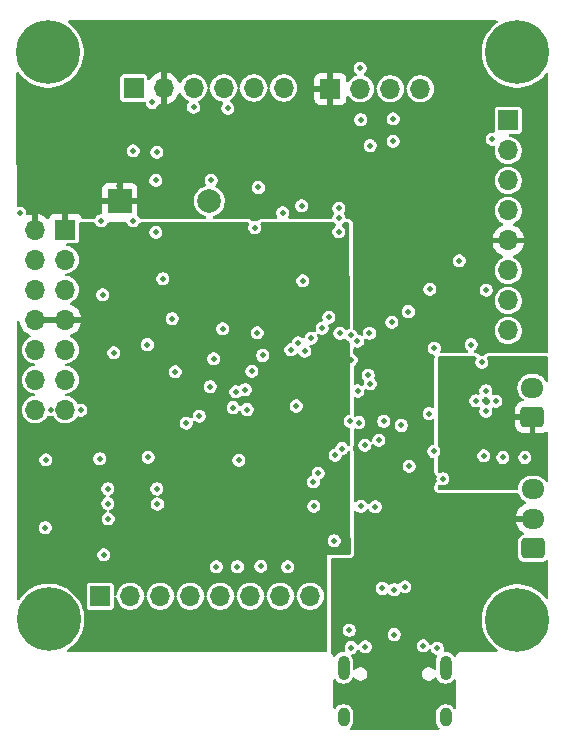
<source format=gbr>
%TF.GenerationSoftware,KiCad,Pcbnew,9.0.0-9.0.0-2~ubuntu22.04.1*%
%TF.CreationDate,2025-03-23T14:57:04+01:00*%
%TF.ProjectId,PCB_Module_Payement,5043425f-4d6f-4647-956c-655f50617965,rev?*%
%TF.SameCoordinates,Original*%
%TF.FileFunction,Copper,L3,Inr*%
%TF.FilePolarity,Positive*%
%FSLAX46Y46*%
G04 Gerber Fmt 4.6, Leading zero omitted, Abs format (unit mm)*
G04 Created by KiCad (PCBNEW 9.0.0-9.0.0-2~ubuntu22.04.1) date 2025-03-23 14:57:04*
%MOMM*%
%LPD*%
G01*
G04 APERTURE LIST*
G04 Aperture macros list*
%AMRoundRect*
0 Rectangle with rounded corners*
0 $1 Rounding radius*
0 $2 $3 $4 $5 $6 $7 $8 $9 X,Y pos of 4 corners*
0 Add a 4 corners polygon primitive as box body*
4,1,4,$2,$3,$4,$5,$6,$7,$8,$9,$2,$3,0*
0 Add four circle primitives for the rounded corners*
1,1,$1+$1,$2,$3*
1,1,$1+$1,$4,$5*
1,1,$1+$1,$6,$7*
1,1,$1+$1,$8,$9*
0 Add four rect primitives between the rounded corners*
20,1,$1+$1,$2,$3,$4,$5,0*
20,1,$1+$1,$4,$5,$6,$7,0*
20,1,$1+$1,$6,$7,$8,$9,0*
20,1,$1+$1,$8,$9,$2,$3,0*%
G04 Aperture macros list end*
%TA.AperFunction,HeatsinkPad*%
%ADD10O,1.000000X2.100000*%
%TD*%
%TA.AperFunction,HeatsinkPad*%
%ADD11O,1.000000X1.600000*%
%TD*%
%TA.AperFunction,ComponentPad*%
%ADD12RoundRect,0.250000X0.725000X-0.600000X0.725000X0.600000X-0.725000X0.600000X-0.725000X-0.600000X0*%
%TD*%
%TA.AperFunction,ComponentPad*%
%ADD13O,1.950000X1.700000*%
%TD*%
%TA.AperFunction,ComponentPad*%
%ADD14R,1.700000X1.700000*%
%TD*%
%TA.AperFunction,ComponentPad*%
%ADD15O,1.700000X1.700000*%
%TD*%
%TA.AperFunction,ComponentPad*%
%ADD16R,2.000000X2.000000*%
%TD*%
%TA.AperFunction,ComponentPad*%
%ADD17C,2.000000*%
%TD*%
%TA.AperFunction,ComponentPad*%
%ADD18C,5.400000*%
%TD*%
%TA.AperFunction,ViaPad*%
%ADD19C,0.500000*%
%TD*%
G04 APERTURE END LIST*
D10*
%TO.N,GND*%
%TO.C,J8*%
X164000000Y-126265000D03*
D11*
X164000000Y-130445000D03*
D10*
X172640000Y-126265000D03*
D11*
X172640000Y-130445000D03*
%TD*%
D12*
%TO.N,VCC*%
%TO.C,J7*%
X180000000Y-105050000D03*
D13*
%TO.N,GND*%
X180000000Y-102550000D03*
%TD*%
D14*
%TO.N,/Modules/SPI1_SCK*%
%TO.C,J3*%
X177945000Y-79925000D03*
D15*
%TO.N,/Modules/RSTO*%
X177945000Y-82465000D03*
%TO.N,/Modules/SS*%
X177945000Y-85005000D03*
%TO.N,/Modules/SPI1_Mosi*%
X177945000Y-87545000D03*
%TO.N,+5V*%
X177945000Y-90085000D03*
%TO.N,GND*%
X177945000Y-92625000D03*
%TO.N,/Modules/SPI1_Miso*%
X177945000Y-95165000D03*
%TO.N,/Modules/IRQ*%
X177945000Y-97705000D03*
%TD*%
D16*
%TO.N,+5V*%
%TO.C,BZ1*%
X145050000Y-86750000D03*
D17*
%TO.N,Net-(BZ1--)*%
X152650000Y-86750000D03*
%TD*%
D14*
%TO.N,+5V*%
%TO.C,J6*%
X162890000Y-77250000D03*
D15*
%TO.N,GND*%
X165430000Y-77250000D03*
%TO.N,/Modules/I2C1_SDA*%
X167970000Y-77250000D03*
%TO.N,/Modules/I2C1_SCL*%
X170510000Y-77250000D03*
%TD*%
D18*
%TO.N,GND*%
%TO.C,H3*%
X178700000Y-122200000D03*
%TD*%
%TO.N,GND*%
%TO.C,H4*%
X139050000Y-122150000D03*
%TD*%
%TO.N,GND*%
%TO.C,H2*%
X178700000Y-74150000D03*
%TD*%
%TO.N,GND*%
%TO.C,H1*%
X139000000Y-74150000D03*
%TD*%
D12*
%TO.N,Net-(J_Switch1-Pin_1)*%
%TO.C,J_Switch1*%
X180050000Y-116150000D03*
D13*
%TO.N,+5V*%
X180050000Y-113650000D03*
%TO.N,Net-(J_Switch1-Pin_3)*%
X180050000Y-111150000D03*
%TD*%
D14*
%TO.N,/Modules/STATE*%
%TO.C,J4*%
X146230000Y-77175000D03*
D15*
%TO.N,+5V*%
X148770000Y-77175000D03*
%TO.N,GND*%
X151310000Y-77175000D03*
%TO.N,/Modules/Bt_TXD*%
X153850000Y-77175000D03*
%TO.N,/Modules/Bt_RXD*%
X156390000Y-77175000D03*
%TO.N,/Modules/KEY*%
X158930000Y-77175000D03*
%TD*%
D14*
%TO.N,+5V*%
%TO.C,J1*%
X140450000Y-89175000D03*
D15*
X137910000Y-89175000D03*
%TO.N,/STM32/PC13*%
X140450000Y-91715000D03*
%TO.N,/STM32/PC14*%
X137910000Y-91715000D03*
%TO.N,/STM32/PC4*%
X140450000Y-94255000D03*
%TO.N,/STM32/PC15*%
X137910000Y-94255000D03*
%TO.N,+3.3V*%
X140450000Y-96795000D03*
X137910000Y-96795000D03*
%TO.N,/STM32/PF1*%
X140450000Y-99335000D03*
%TO.N,/STM32/PF0*%
X137910000Y-99335000D03*
%TO.N,/STM32/PA7*%
X140450000Y-101875000D03*
%TO.N,/STM32/Pb1*%
X137910000Y-101875000D03*
%TO.N,GND*%
X140450000Y-104415000D03*
X137910000Y-104415000D03*
%TD*%
D14*
%TO.N,/Modules/R0W1*%
%TO.C,J5*%
X143410000Y-120195000D03*
D15*
%TO.N,/Modules/ROW2*%
X145950000Y-120195000D03*
%TO.N,/Modules/ROW3*%
X148490000Y-120195000D03*
%TO.N,/Modules/ROW4*%
X151030000Y-120195000D03*
%TO.N,/Modules/Culomn1*%
X153570000Y-120195000D03*
%TO.N,/Modules/Culomn2*%
X156110000Y-120195000D03*
%TO.N,/Modules/Culomn3*%
X158650000Y-120195000D03*
%TO.N,/Modules/Culomn4*%
X161190000Y-120195000D03*
%TD*%
D19*
%TO.N,+5V*%
X176900000Y-114700000D03*
X165550000Y-111670000D03*
X166000000Y-113700000D03*
X169400000Y-113450000D03*
X176250000Y-115300000D03*
X178450000Y-114700000D03*
X138000000Y-87600000D03*
X140450000Y-87600000D03*
X163710000Y-78870000D03*
X144950000Y-85450000D03*
X148770000Y-79195000D03*
%TO.N,GND*%
X153230000Y-117720000D03*
X151300000Y-78800000D03*
X149500000Y-96700000D03*
X151800000Y-104950000D03*
X155150000Y-108700000D03*
X163700000Y-97950000D03*
X176050000Y-103650000D03*
X144550000Y-99600000D03*
X164600000Y-98100000D03*
X148200000Y-82600000D03*
X176600000Y-81500000D03*
X139220000Y-104400000D03*
X163600000Y-88200000D03*
X160000000Y-104100000D03*
X156800000Y-85600000D03*
X158850000Y-87750000D03*
X168300000Y-119650000D03*
X138800000Y-108650000D03*
X155020000Y-117700000D03*
X164500000Y-123100000D03*
X160450000Y-87150000D03*
X179350000Y-108460000D03*
X143700000Y-116700000D03*
X168100000Y-97000000D03*
X175200000Y-103650000D03*
X168200000Y-81700000D03*
X153760000Y-97560000D03*
X169500000Y-96100000D03*
X163200000Y-115500000D03*
X147400000Y-98900000D03*
X165500000Y-112600000D03*
X176900000Y-103700000D03*
X166250000Y-102220000D03*
X148100000Y-85000000D03*
X174800000Y-98900000D03*
X171300000Y-94200000D03*
X156500000Y-89000000D03*
X169550000Y-109200000D03*
X171650000Y-107950000D03*
X138750000Y-114400000D03*
X173800000Y-91800000D03*
X166700000Y-112650000D03*
X147800000Y-78400000D03*
X136600000Y-87800000D03*
X176100000Y-94300000D03*
X176050000Y-102800000D03*
X163600000Y-89350000D03*
X143500000Y-88400000D03*
X148100000Y-89400000D03*
X167000000Y-107000000D03*
X168200000Y-79800000D03*
X150700000Y-105540000D03*
X175700000Y-100400000D03*
X175880000Y-108330000D03*
X141770000Y-104450000D03*
X171950000Y-124600000D03*
X176050000Y-104550000D03*
X143600000Y-94700000D03*
X159270000Y-117710000D03*
X165400000Y-75500000D03*
X146200000Y-88400000D03*
X154200000Y-78900000D03*
X156700000Y-97900000D03*
X157000000Y-117660000D03*
X161490000Y-112590000D03*
X165450000Y-79860000D03*
X147460000Y-108450000D03*
X165180000Y-98600000D03*
X148710000Y-93320000D03*
X148250000Y-112400000D03*
X146200000Y-82500000D03*
X152710000Y-102460000D03*
X171700000Y-99200000D03*
X148200000Y-111100000D03*
X153000000Y-100100000D03*
X164650000Y-124550000D03*
X152800000Y-85000000D03*
X160550000Y-93500000D03*
X163600000Y-87350000D03*
%TO.N,VCC*%
X177400000Y-110250000D03*
X174150000Y-106250000D03*
%TO.N,5V_BUCK*%
X168900000Y-105750000D03*
X177500000Y-108460000D03*
%TO.N,+3.3V*%
X163150000Y-100750000D03*
X164650000Y-100200000D03*
X161500000Y-113552500D03*
X155675000Y-106875000D03*
X150750000Y-113650000D03*
X161760000Y-117710000D03*
X162860000Y-109730000D03*
X158750000Y-96300000D03*
%TO.N,/Alim/Charge_Batterie*%
X165800000Y-107425000D03*
X172412500Y-110250000D03*
X154880000Y-102910000D03*
%TO.N,/STM32/NRST*%
X143350000Y-108560000D03*
X159550000Y-99350000D03*
%TO.N,/Modules/SPI1_SCK*%
X156250000Y-101150000D03*
X166250000Y-82050000D03*
%TO.N,/Modules/I2C1_SCL*%
X165200000Y-102830000D03*
%TO.N,/Modules/I2C1_SDA*%
X167400000Y-105400000D03*
%TO.N,5V_USB*%
X165850000Y-124500000D03*
X168300000Y-123450000D03*
X170750000Y-124400000D03*
%TO.N,/STM32/SWO*%
X165300000Y-105500000D03*
X144050000Y-111100000D03*
%TO.N,/STM32/SWCLK*%
X163850000Y-107699000D03*
X144040000Y-112360000D03*
%TO.N,/STM32/SWDIO*%
X144060000Y-113650000D03*
X163300000Y-108250000D03*
%TO.N,/STM32/BOOT0*%
X166200000Y-97950000D03*
X166100000Y-101500000D03*
%TO.N,/STM32/BUZZER*%
X155850000Y-104400000D03*
%TO.N,/STM32/BL_LED*%
X157150000Y-99820000D03*
%TO.N,/STM32/RFID_LED*%
X171250000Y-104750000D03*
X164560000Y-105400000D03*
%TO.N,/STM32/Pb1*%
X154650000Y-104230000D03*
%TO.N,/STM32/PC13*%
X162750000Y-96600000D03*
%TO.N,/STM32/PC4*%
X155680000Y-102720000D03*
X149750000Y-101200000D03*
%TO.N,/STM32/PC14*%
X162200000Y-97500000D03*
%TO.N,/STM32/PF1*%
X160150000Y-98750000D03*
%TO.N,/STM32/PC15*%
X161250000Y-98350000D03*
%TO.N,/STM32/PF0*%
X160700000Y-99450000D03*
%TO.N,/STM32/USB_D-*%
X167300000Y-119550000D03*
X161458019Y-110525119D03*
%TO.N,/STM32/USB_D+*%
X169200000Y-119400000D03*
X161850000Y-109800000D03*
%TD*%
%TA.AperFunction,Conductor*%
%TO.N,+3.3V*%
G36*
X142946387Y-88569685D02*
G01*
X142986735Y-88611999D01*
X142987016Y-88612485D01*
X143059491Y-88738015D01*
X143161985Y-88840509D01*
X143161986Y-88840510D01*
X143161988Y-88840511D01*
X143287511Y-88912982D01*
X143287512Y-88912982D01*
X143287515Y-88912984D01*
X143427525Y-88950500D01*
X143427528Y-88950500D01*
X143572472Y-88950500D01*
X143572475Y-88950500D01*
X143712485Y-88912984D01*
X143838015Y-88840509D01*
X143940509Y-88738015D01*
X144012984Y-88612485D01*
X144013265Y-88611999D01*
X144063833Y-88563784D01*
X144120652Y-88550000D01*
X145579348Y-88550000D01*
X145646387Y-88569685D01*
X145686735Y-88611999D01*
X145687016Y-88612485D01*
X145759491Y-88738015D01*
X145861985Y-88840509D01*
X145861986Y-88840510D01*
X145861988Y-88840511D01*
X145987511Y-88912982D01*
X145987512Y-88912982D01*
X145987515Y-88912984D01*
X146127525Y-88950500D01*
X146127528Y-88950500D01*
X146272472Y-88950500D01*
X146272475Y-88950500D01*
X146412485Y-88912984D01*
X146538015Y-88840509D01*
X146640509Y-88738015D01*
X146712984Y-88612485D01*
X146713265Y-88611999D01*
X146763833Y-88563784D01*
X146820652Y-88550000D01*
X155909371Y-88550000D01*
X155976410Y-88569685D01*
X156022165Y-88622489D01*
X156032109Y-88691647D01*
X156016758Y-88735999D01*
X155987016Y-88787515D01*
X155949500Y-88927525D01*
X155949500Y-89072475D01*
X155987016Y-89212485D01*
X155987017Y-89212488D01*
X156059488Y-89338011D01*
X156059490Y-89338013D01*
X156059491Y-89338015D01*
X156161985Y-89440509D01*
X156161986Y-89440510D01*
X156161988Y-89440511D01*
X156287511Y-89512982D01*
X156287512Y-89512982D01*
X156287515Y-89512984D01*
X156427525Y-89550500D01*
X156427528Y-89550500D01*
X156572472Y-89550500D01*
X156572475Y-89550500D01*
X156712485Y-89512984D01*
X156838015Y-89440509D01*
X156940509Y-89338015D01*
X157012984Y-89212485D01*
X157050500Y-89072475D01*
X157050500Y-88927525D01*
X157012984Y-88787515D01*
X156983241Y-88736000D01*
X156966769Y-88668100D01*
X156989621Y-88602073D01*
X157044542Y-88558883D01*
X157090629Y-88550000D01*
X163120114Y-88550000D01*
X163143087Y-88556745D01*
X163166909Y-88559169D01*
X163179251Y-88567364D01*
X163187153Y-88569685D01*
X163197365Y-88577004D01*
X163202842Y-88581366D01*
X163261985Y-88640509D01*
X163316938Y-88672236D01*
X163324180Y-88678004D01*
X163339163Y-88699322D01*
X163357145Y-88718181D01*
X163358930Y-88727446D01*
X163364357Y-88735167D01*
X163365436Y-88761203D01*
X163370367Y-88786788D01*
X163366860Y-88795547D01*
X163367251Y-88804977D01*
X163354083Y-88827462D01*
X163344399Y-88851653D01*
X163335301Y-88859535D01*
X163331944Y-88865269D01*
X163324071Y-88869266D01*
X163308930Y-88882386D01*
X163261991Y-88909486D01*
X163261982Y-88909493D01*
X163159493Y-89011982D01*
X163159488Y-89011988D01*
X163087017Y-89137511D01*
X163082583Y-89154055D01*
X163049500Y-89277525D01*
X163049500Y-89422475D01*
X163083805Y-89550500D01*
X163087017Y-89562488D01*
X163159488Y-89688011D01*
X163159490Y-89688013D01*
X163159491Y-89688015D01*
X163261985Y-89790509D01*
X163261986Y-89790510D01*
X163261988Y-89790511D01*
X163387511Y-89862982D01*
X163387512Y-89862982D01*
X163387515Y-89862984D01*
X163527525Y-89900500D01*
X163527528Y-89900500D01*
X163672472Y-89900500D01*
X163672475Y-89900500D01*
X163812485Y-89862984D01*
X163938015Y-89790509D01*
X164040509Y-89688015D01*
X164112984Y-89562485D01*
X164150500Y-89422475D01*
X164150500Y-89277525D01*
X164112984Y-89137515D01*
X164103574Y-89121217D01*
X164040511Y-89011988D01*
X164040506Y-89011982D01*
X163938017Y-88909493D01*
X163938011Y-88909488D01*
X163891070Y-88882387D01*
X163842854Y-88831820D01*
X163829632Y-88763212D01*
X163855600Y-88698348D01*
X163875819Y-88678004D01*
X163883058Y-88672238D01*
X163938015Y-88640509D01*
X163997157Y-88581366D01*
X164002635Y-88577004D01*
X164028765Y-88566355D01*
X164053528Y-88552834D01*
X164064962Y-88551604D01*
X164067339Y-88550636D01*
X164069765Y-88551088D01*
X164079886Y-88550000D01*
X164376414Y-88550000D01*
X164443453Y-88569685D01*
X164489208Y-88622489D01*
X164500413Y-88673585D01*
X164529777Y-97453333D01*
X164510317Y-97520438D01*
X164457666Y-97566369D01*
X164437874Y-97573521D01*
X164387515Y-97587016D01*
X164387514Y-97587016D01*
X164387512Y-97587017D01*
X164297238Y-97639136D01*
X164229338Y-97655607D01*
X164163311Y-97632755D01*
X164146986Y-97617001D01*
X164146256Y-97617732D01*
X164038017Y-97509493D01*
X164038011Y-97509488D01*
X163912488Y-97437017D01*
X163912489Y-97437017D01*
X163901006Y-97433940D01*
X163772475Y-97399500D01*
X163627525Y-97399500D01*
X163498993Y-97433940D01*
X163487511Y-97437017D01*
X163361988Y-97509488D01*
X163361982Y-97509493D01*
X163259493Y-97611982D01*
X163259488Y-97611988D01*
X163187017Y-97737511D01*
X163187016Y-97737515D01*
X163149500Y-97877525D01*
X163149500Y-98022475D01*
X163186159Y-98159287D01*
X163187017Y-98162488D01*
X163259488Y-98288011D01*
X163259490Y-98288013D01*
X163259491Y-98288015D01*
X163361985Y-98390509D01*
X163361986Y-98390510D01*
X163361988Y-98390511D01*
X163487511Y-98462982D01*
X163487512Y-98462982D01*
X163487515Y-98462984D01*
X163627525Y-98500500D01*
X163627528Y-98500500D01*
X163772472Y-98500500D01*
X163772475Y-98500500D01*
X163912485Y-98462984D01*
X164002760Y-98410863D01*
X164070657Y-98394390D01*
X164136685Y-98417242D01*
X164153014Y-98432997D01*
X164153744Y-98432268D01*
X164159491Y-98438015D01*
X164261985Y-98540509D01*
X164261986Y-98540510D01*
X164261988Y-98540511D01*
X164387511Y-98612982D01*
X164387512Y-98612982D01*
X164387515Y-98612984D01*
X164442199Y-98627636D01*
X164501858Y-98664002D01*
X164532387Y-98726849D01*
X164534103Y-98746996D01*
X164554134Y-104736088D01*
X164534674Y-104803193D01*
X164482023Y-104849124D01*
X164462231Y-104856277D01*
X164427610Y-104865554D01*
X164347510Y-104887017D01*
X164221988Y-104959488D01*
X164221982Y-104959493D01*
X164119493Y-105061982D01*
X164119488Y-105061988D01*
X164047017Y-105187511D01*
X164047016Y-105187515D01*
X164009500Y-105327525D01*
X164009500Y-105472475D01*
X164047016Y-105612485D01*
X164047017Y-105612488D01*
X164119488Y-105738011D01*
X164119490Y-105738013D01*
X164119491Y-105738015D01*
X164221985Y-105840509D01*
X164347515Y-105912984D01*
X164466672Y-105944912D01*
X164526331Y-105981276D01*
X164556860Y-106044123D01*
X164558576Y-106064271D01*
X164562942Y-107369665D01*
X164543482Y-107436770D01*
X164490831Y-107482701D01*
X164421707Y-107492876D01*
X164358054Y-107464064D01*
X164331556Y-107432080D01*
X164295520Y-107369665D01*
X164290509Y-107360985D01*
X164188015Y-107258491D01*
X164188013Y-107258490D01*
X164188011Y-107258488D01*
X164062488Y-107186017D01*
X164062489Y-107186017D01*
X164051006Y-107182940D01*
X163922475Y-107148500D01*
X163777525Y-107148500D01*
X163648993Y-107182940D01*
X163637511Y-107186017D01*
X163511988Y-107258488D01*
X163511982Y-107258493D01*
X163409493Y-107360982D01*
X163409488Y-107360988D01*
X163337017Y-107486511D01*
X163337015Y-107486516D01*
X163302529Y-107615216D01*
X163266164Y-107674876D01*
X163214850Y-107702895D01*
X163087516Y-107737015D01*
X163087511Y-107737017D01*
X162961988Y-107809488D01*
X162961982Y-107809493D01*
X162859493Y-107911982D01*
X162859488Y-107911988D01*
X162787017Y-108037511D01*
X162787016Y-108037515D01*
X162749500Y-108177525D01*
X162749500Y-108322475D01*
X162787016Y-108462485D01*
X162787017Y-108462488D01*
X162859488Y-108588011D01*
X162859490Y-108588013D01*
X162859491Y-108588015D01*
X162961985Y-108690509D01*
X162961986Y-108690510D01*
X162961988Y-108690511D01*
X163087511Y-108762982D01*
X163087512Y-108762982D01*
X163087515Y-108762984D01*
X163227525Y-108800500D01*
X163227528Y-108800500D01*
X163372472Y-108800500D01*
X163372475Y-108800500D01*
X163512485Y-108762984D01*
X163638015Y-108690509D01*
X163740509Y-108588015D01*
X163812984Y-108462485D01*
X163847470Y-108333781D01*
X163883834Y-108274124D01*
X163935147Y-108246104D01*
X164062485Y-108211984D01*
X164188015Y-108139509D01*
X164290509Y-108037015D01*
X164333745Y-107962127D01*
X164384309Y-107913915D01*
X164452916Y-107900691D01*
X164517781Y-107926659D01*
X164558310Y-107983573D01*
X164565129Y-108023715D01*
X164585663Y-114162982D01*
X164593017Y-116361982D01*
X164593732Y-116575585D01*
X164574272Y-116642690D01*
X164521621Y-116688621D01*
X164469733Y-116700000D01*
X144250500Y-116700000D01*
X144250500Y-116627525D01*
X144212984Y-116487515D01*
X144140509Y-116361985D01*
X144038015Y-116259491D01*
X144038013Y-116259490D01*
X144038011Y-116259488D01*
X143912488Y-116187017D01*
X143912489Y-116187017D01*
X143901006Y-116183940D01*
X143772475Y-116149500D01*
X143627525Y-116149500D01*
X143498993Y-116183940D01*
X143487511Y-116187017D01*
X143361988Y-116259488D01*
X143361982Y-116259493D01*
X143259493Y-116361982D01*
X143259488Y-116361988D01*
X143187017Y-116487511D01*
X143187016Y-116487515D01*
X143149500Y-116627525D01*
X143149500Y-116627527D01*
X143149500Y-116700000D01*
X136342503Y-116700000D01*
X136342450Y-116642690D01*
X136341907Y-116050500D01*
X136341335Y-115427525D01*
X162649500Y-115427525D01*
X162649500Y-115572475D01*
X162687016Y-115712485D01*
X162687017Y-115712488D01*
X162759488Y-115838011D01*
X162759490Y-115838013D01*
X162759491Y-115838015D01*
X162861985Y-115940509D01*
X162861986Y-115940510D01*
X162861988Y-115940511D01*
X162987511Y-116012982D01*
X162987512Y-116012982D01*
X162987515Y-116012984D01*
X163127525Y-116050500D01*
X163127528Y-116050500D01*
X163272472Y-116050500D01*
X163272475Y-116050500D01*
X163412485Y-116012984D01*
X163538015Y-115940509D01*
X163640509Y-115838015D01*
X163712984Y-115712485D01*
X163750500Y-115572475D01*
X163750500Y-115427525D01*
X163712984Y-115287515D01*
X163640509Y-115161985D01*
X163538015Y-115059491D01*
X163538013Y-115059490D01*
X163538011Y-115059488D01*
X163412488Y-114987017D01*
X163412489Y-114987017D01*
X163401006Y-114983940D01*
X163272475Y-114949500D01*
X163127525Y-114949500D01*
X162998993Y-114983940D01*
X162987511Y-114987017D01*
X162861988Y-115059488D01*
X162861982Y-115059493D01*
X162759493Y-115161982D01*
X162759488Y-115161988D01*
X162687017Y-115287511D01*
X162687016Y-115287515D01*
X162649500Y-115427525D01*
X136341335Y-115427525D01*
X136341328Y-115419512D01*
X136340325Y-114327525D01*
X138199500Y-114327525D01*
X138199500Y-114472475D01*
X138237016Y-114612485D01*
X138237017Y-114612488D01*
X138309488Y-114738011D01*
X138309490Y-114738013D01*
X138309491Y-114738015D01*
X138411985Y-114840509D01*
X138411986Y-114840510D01*
X138411988Y-114840511D01*
X138537511Y-114912982D01*
X138537512Y-114912982D01*
X138537515Y-114912984D01*
X138677525Y-114950500D01*
X138677528Y-114950500D01*
X138822472Y-114950500D01*
X138822475Y-114950500D01*
X138962485Y-114912984D01*
X139088015Y-114840509D01*
X139190509Y-114738015D01*
X139262984Y-114612485D01*
X139300500Y-114472475D01*
X139300500Y-114327525D01*
X139262984Y-114187515D01*
X139206977Y-114090509D01*
X139190511Y-114061988D01*
X139190506Y-114061982D01*
X139088017Y-113959493D01*
X139088011Y-113959488D01*
X138962488Y-113887017D01*
X138962489Y-113887017D01*
X138951006Y-113883940D01*
X138822475Y-113849500D01*
X138677525Y-113849500D01*
X138548993Y-113883940D01*
X138537511Y-113887017D01*
X138411988Y-113959488D01*
X138411982Y-113959493D01*
X138309493Y-114061982D01*
X138309488Y-114061988D01*
X138237017Y-114187511D01*
X138237016Y-114187515D01*
X138199500Y-114327525D01*
X136340325Y-114327525D01*
X136340318Y-114319512D01*
X136338452Y-112287525D01*
X143489500Y-112287525D01*
X143489500Y-112432475D01*
X143512290Y-112517527D01*
X143527017Y-112572488D01*
X143599488Y-112698011D01*
X143599490Y-112698013D01*
X143599491Y-112698015D01*
X143701985Y-112800509D01*
X143701986Y-112800510D01*
X143701988Y-112800511D01*
X143764750Y-112836746D01*
X143827515Y-112872984D01*
X143883200Y-112887905D01*
X143942860Y-112924269D01*
X143973389Y-112987116D01*
X143965094Y-113056491D01*
X143920609Y-113110369D01*
X143883202Y-113127453D01*
X143847514Y-113137016D01*
X143847511Y-113137017D01*
X143721988Y-113209488D01*
X143721982Y-113209493D01*
X143619493Y-113311982D01*
X143619488Y-113311988D01*
X143547017Y-113437511D01*
X143547016Y-113437515D01*
X143509500Y-113577525D01*
X143509500Y-113722475D01*
X143543537Y-113849500D01*
X143547017Y-113862488D01*
X143619488Y-113988011D01*
X143619490Y-113988013D01*
X143619491Y-113988015D01*
X143721985Y-114090509D01*
X143721986Y-114090510D01*
X143721988Y-114090511D01*
X143847511Y-114162982D01*
X143847512Y-114162982D01*
X143847515Y-114162984D01*
X143987525Y-114200500D01*
X143987528Y-114200500D01*
X144132472Y-114200500D01*
X144132475Y-114200500D01*
X144272485Y-114162984D01*
X144398015Y-114090509D01*
X144500509Y-113988015D01*
X144572984Y-113862485D01*
X144610500Y-113722475D01*
X144610500Y-113577525D01*
X144572984Y-113437515D01*
X144500509Y-113311985D01*
X144398015Y-113209491D01*
X144398013Y-113209490D01*
X144398011Y-113209488D01*
X144272489Y-113137017D01*
X144264956Y-113134998D01*
X144216796Y-113122094D01*
X144157138Y-113085729D01*
X144126610Y-113022882D01*
X144134905Y-112953506D01*
X144179391Y-112899629D01*
X144216797Y-112882546D01*
X144252485Y-112872984D01*
X144378015Y-112800509D01*
X144480509Y-112698015D01*
X144552984Y-112572485D01*
X144590500Y-112432475D01*
X144590500Y-112287525D01*
X144552984Y-112147515D01*
X144512281Y-112077016D01*
X144480511Y-112021988D01*
X144480506Y-112021982D01*
X144378017Y-111919493D01*
X144378011Y-111919488D01*
X144252490Y-111847018D01*
X144250828Y-111846330D01*
X144249640Y-111845373D01*
X144245447Y-111842952D01*
X144245824Y-111842298D01*
X144196423Y-111802490D01*
X144174356Y-111736197D01*
X144191633Y-111668497D01*
X144242769Y-111620885D01*
X144255036Y-111616226D01*
X144254981Y-111616092D01*
X144262479Y-111612985D01*
X144262485Y-111612984D01*
X144388015Y-111540509D01*
X144490509Y-111438015D01*
X144562984Y-111312485D01*
X144600500Y-111172475D01*
X144600500Y-111027525D01*
X147649500Y-111027525D01*
X147649500Y-111172475D01*
X147687016Y-111312485D01*
X147687017Y-111312488D01*
X147759488Y-111438011D01*
X147759490Y-111438013D01*
X147759491Y-111438015D01*
X147861985Y-111540509D01*
X147987515Y-111612984D01*
X148076861Y-111636924D01*
X148136520Y-111673288D01*
X148167049Y-111736135D01*
X148158754Y-111805510D01*
X148114269Y-111859388D01*
X148076862Y-111876472D01*
X148037514Y-111887015D01*
X148037511Y-111887017D01*
X147911988Y-111959488D01*
X147911982Y-111959493D01*
X147809493Y-112061982D01*
X147809488Y-112061988D01*
X147737017Y-112187511D01*
X147737016Y-112187515D01*
X147699500Y-112327525D01*
X147699500Y-112472475D01*
X147711572Y-112517527D01*
X147737017Y-112612488D01*
X147809488Y-112738011D01*
X147809490Y-112738013D01*
X147809491Y-112738015D01*
X147911985Y-112840509D01*
X147911986Y-112840510D01*
X147911988Y-112840511D01*
X148037511Y-112912982D01*
X148037512Y-112912982D01*
X148037515Y-112912984D01*
X148177525Y-112950500D01*
X148177528Y-112950500D01*
X148322472Y-112950500D01*
X148322475Y-112950500D01*
X148462485Y-112912984D01*
X148588015Y-112840509D01*
X148690509Y-112738015D01*
X148762984Y-112612485D01*
X148788429Y-112517525D01*
X160939500Y-112517525D01*
X160939500Y-112662475D01*
X160959742Y-112738017D01*
X160977017Y-112802488D01*
X161049488Y-112928011D01*
X161049490Y-112928013D01*
X161049491Y-112928015D01*
X161151985Y-113030509D01*
X161151986Y-113030510D01*
X161151988Y-113030511D01*
X161277511Y-113102982D01*
X161277512Y-113102982D01*
X161277515Y-113102984D01*
X161417525Y-113140500D01*
X161417528Y-113140500D01*
X161562472Y-113140500D01*
X161562475Y-113140500D01*
X161702485Y-113102984D01*
X161828015Y-113030509D01*
X161930509Y-112928015D01*
X162002984Y-112802485D01*
X162040500Y-112662475D01*
X162040500Y-112517525D01*
X162002984Y-112377515D01*
X161974123Y-112327527D01*
X161930511Y-112251988D01*
X161930506Y-112251982D01*
X161828017Y-112149493D01*
X161828011Y-112149488D01*
X161702488Y-112077017D01*
X161702489Y-112077017D01*
X161691006Y-112073940D01*
X161562475Y-112039500D01*
X161417525Y-112039500D01*
X161288993Y-112073940D01*
X161277511Y-112077017D01*
X161151988Y-112149488D01*
X161151982Y-112149493D01*
X161049493Y-112251982D01*
X161049488Y-112251988D01*
X160977017Y-112377511D01*
X160977016Y-112377515D01*
X160939500Y-112517525D01*
X148788429Y-112517525D01*
X148800500Y-112472475D01*
X148800500Y-112327525D01*
X148762984Y-112187515D01*
X148690509Y-112061985D01*
X148588015Y-111959491D01*
X148588013Y-111959490D01*
X148588011Y-111959488D01*
X148462488Y-111887017D01*
X148462489Y-111887017D01*
X148450541Y-111883815D01*
X148373137Y-111863075D01*
X148313479Y-111826711D01*
X148282950Y-111763863D01*
X148291245Y-111694488D01*
X148335730Y-111640610D01*
X148373136Y-111623527D01*
X148412485Y-111612984D01*
X148538015Y-111540509D01*
X148640509Y-111438015D01*
X148712984Y-111312485D01*
X148750500Y-111172475D01*
X148750500Y-111027525D01*
X148712984Y-110887515D01*
X148698905Y-110863130D01*
X148640511Y-110761988D01*
X148640506Y-110761982D01*
X148538017Y-110659493D01*
X148538011Y-110659488D01*
X148412488Y-110587017D01*
X148412489Y-110587017D01*
X148405216Y-110585068D01*
X148272475Y-110549500D01*
X148127525Y-110549500D01*
X147998993Y-110583940D01*
X147987511Y-110587017D01*
X147861988Y-110659488D01*
X147861982Y-110659493D01*
X147759493Y-110761982D01*
X147759488Y-110761988D01*
X147687017Y-110887511D01*
X147687016Y-110887515D01*
X147649500Y-111027525D01*
X144600500Y-111027525D01*
X144562984Y-110887515D01*
X144548905Y-110863130D01*
X144490511Y-110761988D01*
X144490506Y-110761982D01*
X144388017Y-110659493D01*
X144388011Y-110659488D01*
X144262488Y-110587017D01*
X144262489Y-110587017D01*
X144251006Y-110583940D01*
X144122475Y-110549500D01*
X143977525Y-110549500D01*
X143848993Y-110583940D01*
X143837511Y-110587017D01*
X143711988Y-110659488D01*
X143711982Y-110659493D01*
X143609493Y-110761982D01*
X143609488Y-110761988D01*
X143537017Y-110887511D01*
X143537016Y-110887515D01*
X143499500Y-111027525D01*
X143499500Y-111172475D01*
X143537016Y-111312485D01*
X143537017Y-111312488D01*
X143609488Y-111438011D01*
X143609490Y-111438013D01*
X143609491Y-111438015D01*
X143711985Y-111540509D01*
X143711986Y-111540510D01*
X143711988Y-111540511D01*
X143837509Y-111612981D01*
X143837511Y-111612982D01*
X143837515Y-111612984D01*
X143837518Y-111612984D01*
X143839165Y-111613667D01*
X143840348Y-111614620D01*
X143844553Y-111617048D01*
X143844174Y-111617703D01*
X143893572Y-111657503D01*
X143915643Y-111723795D01*
X143898369Y-111791496D01*
X143847236Y-111839111D01*
X143834963Y-111843773D01*
X143835019Y-111843908D01*
X143827511Y-111847017D01*
X143701988Y-111919488D01*
X143701982Y-111919493D01*
X143599493Y-112021982D01*
X143599488Y-112021988D01*
X143527017Y-112147511D01*
X143526486Y-112149493D01*
X143489500Y-112287525D01*
X136338452Y-112287525D01*
X136338445Y-112279512D01*
X136336768Y-110452644D01*
X160907519Y-110452644D01*
X160907519Y-110597594D01*
X160945035Y-110737604D01*
X160945036Y-110737607D01*
X161017507Y-110863130D01*
X161017509Y-110863132D01*
X161017510Y-110863134D01*
X161120004Y-110965628D01*
X161120005Y-110965629D01*
X161120007Y-110965630D01*
X161245530Y-111038101D01*
X161245531Y-111038101D01*
X161245534Y-111038103D01*
X161385544Y-111075619D01*
X161385547Y-111075619D01*
X161530491Y-111075619D01*
X161530494Y-111075619D01*
X161670504Y-111038103D01*
X161796034Y-110965628D01*
X161898528Y-110863134D01*
X161971003Y-110737604D01*
X162008519Y-110597594D01*
X162008519Y-110452644D01*
X162007969Y-110450591D01*
X162008011Y-110448792D01*
X162007458Y-110444587D01*
X162008113Y-110444500D01*
X162009626Y-110380745D01*
X162048783Y-110322879D01*
X162065741Y-110311104D01*
X162188015Y-110240509D01*
X162290509Y-110138015D01*
X162362984Y-110012485D01*
X162400500Y-109872475D01*
X162400500Y-109727525D01*
X162362984Y-109587515D01*
X162290509Y-109461985D01*
X162188015Y-109359491D01*
X162188013Y-109359490D01*
X162188011Y-109359488D01*
X162062488Y-109287017D01*
X162062489Y-109287017D01*
X162051006Y-109283940D01*
X161922475Y-109249500D01*
X161777525Y-109249500D01*
X161648993Y-109283940D01*
X161637511Y-109287017D01*
X161511988Y-109359488D01*
X161511982Y-109359493D01*
X161409493Y-109461982D01*
X161409488Y-109461988D01*
X161337017Y-109587511D01*
X161337016Y-109587515D01*
X161299500Y-109727525D01*
X161299500Y-109727527D01*
X161299500Y-109872476D01*
X161300052Y-109874535D01*
X161300009Y-109876339D01*
X161300561Y-109880531D01*
X161299907Y-109880617D01*
X161298389Y-109944385D01*
X161259226Y-110002247D01*
X161242278Y-110014014D01*
X161120004Y-110084610D01*
X161120001Y-110084612D01*
X161017512Y-110187101D01*
X161017507Y-110187107D01*
X160945036Y-110312630D01*
X160945035Y-110312634D01*
X160907519Y-110452644D01*
X136336768Y-110452644D01*
X136335046Y-108577525D01*
X138249500Y-108577525D01*
X138249500Y-108722475D01*
X138270407Y-108800500D01*
X138287017Y-108862488D01*
X138359488Y-108988011D01*
X138359490Y-108988013D01*
X138359491Y-108988015D01*
X138461985Y-109090509D01*
X138461986Y-109090510D01*
X138461988Y-109090511D01*
X138587511Y-109162982D01*
X138587512Y-109162982D01*
X138587515Y-109162984D01*
X138727525Y-109200500D01*
X138727528Y-109200500D01*
X138872472Y-109200500D01*
X138872475Y-109200500D01*
X139012485Y-109162984D01*
X139138015Y-109090509D01*
X139240509Y-108988015D01*
X139312984Y-108862485D01*
X139350500Y-108722475D01*
X139350500Y-108577525D01*
X139326384Y-108487525D01*
X142799500Y-108487525D01*
X142799500Y-108632475D01*
X142837016Y-108772485D01*
X142837017Y-108772488D01*
X142909488Y-108898011D01*
X142909490Y-108898013D01*
X142909491Y-108898015D01*
X143011985Y-109000509D01*
X143011986Y-109000510D01*
X143011988Y-109000511D01*
X143137511Y-109072982D01*
X143137512Y-109072982D01*
X143137515Y-109072984D01*
X143277525Y-109110500D01*
X143277528Y-109110500D01*
X143422472Y-109110500D01*
X143422475Y-109110500D01*
X143562485Y-109072984D01*
X143688015Y-109000509D01*
X143790509Y-108898015D01*
X143862984Y-108772485D01*
X143900500Y-108632475D01*
X143900500Y-108487525D01*
X143871025Y-108377525D01*
X146909500Y-108377525D01*
X146909500Y-108522475D01*
X146937649Y-108627527D01*
X146947017Y-108662488D01*
X147019488Y-108788011D01*
X147019490Y-108788013D01*
X147019491Y-108788015D01*
X147121985Y-108890509D01*
X147121986Y-108890510D01*
X147121988Y-108890511D01*
X147247511Y-108962982D01*
X147247512Y-108962982D01*
X147247515Y-108962984D01*
X147387525Y-109000500D01*
X147387528Y-109000500D01*
X147532472Y-109000500D01*
X147532475Y-109000500D01*
X147672485Y-108962984D01*
X147798015Y-108890509D01*
X147900509Y-108788015D01*
X147972984Y-108662485D01*
X147982352Y-108627525D01*
X154599500Y-108627525D01*
X154599500Y-108772475D01*
X154637016Y-108912485D01*
X154637017Y-108912488D01*
X154709488Y-109038011D01*
X154709490Y-109038013D01*
X154709491Y-109038015D01*
X154811985Y-109140509D01*
X154811986Y-109140510D01*
X154811988Y-109140511D01*
X154937511Y-109212982D01*
X154937512Y-109212982D01*
X154937515Y-109212984D01*
X155077525Y-109250500D01*
X155077528Y-109250500D01*
X155222472Y-109250500D01*
X155222475Y-109250500D01*
X155362485Y-109212984D01*
X155488015Y-109140509D01*
X155590509Y-109038015D01*
X155662984Y-108912485D01*
X155700500Y-108772475D01*
X155700500Y-108627525D01*
X155662984Y-108487515D01*
X155634116Y-108437515D01*
X155590511Y-108361988D01*
X155590506Y-108361982D01*
X155488017Y-108259493D01*
X155488011Y-108259488D01*
X155362488Y-108187017D01*
X155362489Y-108187017D01*
X155351006Y-108183940D01*
X155222475Y-108149500D01*
X155077525Y-108149500D01*
X154948993Y-108183940D01*
X154937511Y-108187017D01*
X154811988Y-108259488D01*
X154811982Y-108259493D01*
X154709493Y-108361982D01*
X154709488Y-108361988D01*
X154637017Y-108487511D01*
X154637016Y-108487515D01*
X154599500Y-108627525D01*
X147982352Y-108627525D01*
X148010500Y-108522475D01*
X148010500Y-108377525D01*
X147972984Y-108237515D01*
X147964019Y-108221988D01*
X147900511Y-108111988D01*
X147900506Y-108111982D01*
X147798017Y-108009493D01*
X147798011Y-108009488D01*
X147672488Y-107937017D01*
X147672489Y-107937017D01*
X147661006Y-107933940D01*
X147532475Y-107899500D01*
X147387525Y-107899500D01*
X147258993Y-107933940D01*
X147247511Y-107937017D01*
X147121988Y-108009488D01*
X147121982Y-108009493D01*
X147019493Y-108111982D01*
X147019488Y-108111988D01*
X146947017Y-108237511D01*
X146947016Y-108237515D01*
X146909500Y-108377525D01*
X143871025Y-108377525D01*
X143862984Y-108347515D01*
X143855056Y-108333784D01*
X143790511Y-108221988D01*
X143790506Y-108221982D01*
X143688017Y-108119493D01*
X143688011Y-108119488D01*
X143562488Y-108047017D01*
X143562489Y-108047017D01*
X143527012Y-108037511D01*
X143422475Y-108009500D01*
X143277525Y-108009500D01*
X143172988Y-108037511D01*
X143137511Y-108047017D01*
X143011988Y-108119488D01*
X143011982Y-108119493D01*
X142909493Y-108221982D01*
X142909488Y-108221988D01*
X142837017Y-108347511D01*
X142837016Y-108347515D01*
X142799500Y-108487525D01*
X139326384Y-108487525D01*
X139312984Y-108437515D01*
X139292185Y-108401491D01*
X139240511Y-108311988D01*
X139240506Y-108311982D01*
X139138017Y-108209493D01*
X139138011Y-108209488D01*
X139012488Y-108137017D01*
X139012489Y-108137017D01*
X139001006Y-108133940D01*
X138872475Y-108099500D01*
X138727525Y-108099500D01*
X138598993Y-108133940D01*
X138587511Y-108137017D01*
X138461988Y-108209488D01*
X138461982Y-108209493D01*
X138359493Y-108311982D01*
X138359488Y-108311988D01*
X138287017Y-108437511D01*
X138287016Y-108437515D01*
X138249500Y-108577525D01*
X136335046Y-108577525D01*
X136335039Y-108569512D01*
X136330028Y-103111768D01*
X136324406Y-96989445D01*
X136344029Y-96922390D01*
X136396791Y-96876587D01*
X136465940Y-96866580D01*
X136529523Y-96895547D01*
X136567351Y-96954290D01*
X136570879Y-96969936D01*
X136593242Y-97111127D01*
X136593242Y-97111130D01*
X136658904Y-97313217D01*
X136755379Y-97502557D01*
X136880272Y-97674459D01*
X136880276Y-97674464D01*
X137030535Y-97824723D01*
X137030540Y-97824727D01*
X137202442Y-97949620D01*
X137391780Y-98046094D01*
X137420705Y-98055492D01*
X137478381Y-98094929D01*
X137505580Y-98159287D01*
X137493667Y-98228134D01*
X137446424Y-98279610D01*
X137438685Y-98283908D01*
X137307004Y-98351004D01*
X137160505Y-98457441D01*
X137160500Y-98457445D01*
X137032445Y-98585500D01*
X137032441Y-98585505D01*
X136926006Y-98732002D01*
X136843788Y-98893360D01*
X136843787Y-98893363D01*
X136787829Y-99065589D01*
X136759500Y-99244448D01*
X136759500Y-99425551D01*
X136787829Y-99604410D01*
X136843787Y-99776636D01*
X136843788Y-99776639D01*
X136926006Y-99937997D01*
X137032441Y-100084494D01*
X137032445Y-100084499D01*
X137160500Y-100212554D01*
X137160505Y-100212558D01*
X137288287Y-100305396D01*
X137307006Y-100318996D01*
X137408088Y-100370500D01*
X137468360Y-100401211D01*
X137468363Y-100401212D01*
X137554476Y-100429191D01*
X137640591Y-100457171D01*
X137713639Y-100468740D01*
X137800678Y-100482527D01*
X137863813Y-100512456D01*
X137900744Y-100571768D01*
X137899746Y-100641631D01*
X137861136Y-100699863D01*
X137800678Y-100727473D01*
X137640589Y-100752829D01*
X137468363Y-100808787D01*
X137468360Y-100808788D01*
X137307002Y-100891006D01*
X137160505Y-100997441D01*
X137160500Y-100997445D01*
X137032445Y-101125500D01*
X137032441Y-101125505D01*
X136926006Y-101272002D01*
X136843788Y-101433360D01*
X136843787Y-101433363D01*
X136787829Y-101605589D01*
X136759500Y-101784448D01*
X136759500Y-101965551D01*
X136787829Y-102144410D01*
X136843787Y-102316636D01*
X136843788Y-102316639D01*
X136892137Y-102411526D01*
X136921672Y-102469493D01*
X136926006Y-102477997D01*
X137032441Y-102624494D01*
X137032445Y-102624499D01*
X137160500Y-102752554D01*
X137160505Y-102752558D01*
X137277456Y-102837527D01*
X137307006Y-102858996D01*
X137392338Y-102902475D01*
X137468360Y-102941211D01*
X137468363Y-102941212D01*
X137554476Y-102969191D01*
X137640591Y-102997171D01*
X137713639Y-103008740D01*
X137800678Y-103022527D01*
X137863813Y-103052456D01*
X137900744Y-103111768D01*
X137899746Y-103181631D01*
X137861136Y-103239863D01*
X137800678Y-103267473D01*
X137640589Y-103292829D01*
X137468363Y-103348787D01*
X137468360Y-103348788D01*
X137307002Y-103431006D01*
X137160505Y-103537441D01*
X137160500Y-103537445D01*
X137032445Y-103665500D01*
X137032441Y-103665505D01*
X136926006Y-103812002D01*
X136843788Y-103973360D01*
X136843787Y-103973363D01*
X136787829Y-104145589D01*
X136759500Y-104324448D01*
X136759500Y-104505551D01*
X136787829Y-104684410D01*
X136843787Y-104856636D01*
X136843788Y-104856639D01*
X136896195Y-104959491D01*
X136922753Y-105011614D01*
X136926006Y-105017997D01*
X137032441Y-105164494D01*
X137032445Y-105164499D01*
X137160500Y-105292554D01*
X137160505Y-105292558D01*
X137247342Y-105355648D01*
X137307006Y-105398996D01*
X137412484Y-105452740D01*
X137468360Y-105481211D01*
X137468363Y-105481212D01*
X137527727Y-105500500D01*
X137640591Y-105537171D01*
X137723429Y-105550291D01*
X137819449Y-105565500D01*
X137819454Y-105565500D01*
X138000551Y-105565500D01*
X138087259Y-105551765D01*
X138179409Y-105537171D01*
X138351639Y-105481211D01*
X138512994Y-105398996D01*
X138659501Y-105292553D01*
X138787553Y-105164501D01*
X138834785Y-105099491D01*
X138893995Y-105017996D01*
X138899514Y-105007164D01*
X138909123Y-104988304D01*
X138957095Y-104937509D01*
X139024915Y-104920712D01*
X139051693Y-104924821D01*
X139147525Y-104950500D01*
X139147528Y-104950500D01*
X139292473Y-104950500D01*
X139292475Y-104950500D01*
X139317908Y-104943685D01*
X139387754Y-104945346D01*
X139445617Y-104984506D01*
X139460486Y-105007164D01*
X139466006Y-105017998D01*
X139572441Y-105164494D01*
X139572445Y-105164499D01*
X139700500Y-105292554D01*
X139700505Y-105292558D01*
X139787342Y-105355648D01*
X139847006Y-105398996D01*
X139952484Y-105452740D01*
X140008360Y-105481211D01*
X140008363Y-105481212D01*
X140067727Y-105500500D01*
X140180591Y-105537171D01*
X140263429Y-105550291D01*
X140359449Y-105565500D01*
X140359454Y-105565500D01*
X140540551Y-105565500D01*
X140627259Y-105551765D01*
X140719409Y-105537171D01*
X140891639Y-105481211D01*
X140918499Y-105467525D01*
X150149500Y-105467525D01*
X150149500Y-105612475D01*
X150187016Y-105752485D01*
X150187017Y-105752488D01*
X150259488Y-105878011D01*
X150259490Y-105878013D01*
X150259491Y-105878015D01*
X150361985Y-105980509D01*
X150361986Y-105980510D01*
X150361988Y-105980511D01*
X150487511Y-106052982D01*
X150487512Y-106052982D01*
X150487515Y-106052984D01*
X150627525Y-106090500D01*
X150627528Y-106090500D01*
X150772472Y-106090500D01*
X150772475Y-106090500D01*
X150912485Y-106052984D01*
X151038015Y-105980509D01*
X151140509Y-105878015D01*
X151212984Y-105752485D01*
X151250500Y-105612475D01*
X151250500Y-105478386D01*
X151270185Y-105411347D01*
X151322989Y-105365592D01*
X151392147Y-105355648D01*
X151455703Y-105384673D01*
X151461898Y-105390442D01*
X151461988Y-105390511D01*
X151587511Y-105462982D01*
X151587512Y-105462982D01*
X151587515Y-105462984D01*
X151727525Y-105500500D01*
X151727528Y-105500500D01*
X151872472Y-105500500D01*
X151872475Y-105500500D01*
X152012485Y-105462984D01*
X152138015Y-105390509D01*
X152240509Y-105288015D01*
X152312984Y-105162485D01*
X152350500Y-105022475D01*
X152350500Y-104877525D01*
X152312984Y-104737515D01*
X152274296Y-104670506D01*
X152240511Y-104611988D01*
X152240506Y-104611982D01*
X152138017Y-104509493D01*
X152138011Y-104509488D01*
X152012488Y-104437017D01*
X152012489Y-104437017D01*
X152001006Y-104433940D01*
X151872475Y-104399500D01*
X151727525Y-104399500D01*
X151598993Y-104433940D01*
X151587511Y-104437017D01*
X151461988Y-104509488D01*
X151461982Y-104509493D01*
X151359493Y-104611982D01*
X151359488Y-104611988D01*
X151287017Y-104737511D01*
X151287016Y-104737515D01*
X151249500Y-104877525D01*
X151249500Y-104877527D01*
X151249500Y-105011614D01*
X151229815Y-105078653D01*
X151177011Y-105124408D01*
X151107853Y-105134352D01*
X151044297Y-105105327D01*
X151038101Y-105099557D01*
X151038011Y-105099488D01*
X150912488Y-105027017D01*
X150912489Y-105027017D01*
X150895527Y-105022472D01*
X150772475Y-104989500D01*
X150627525Y-104989500D01*
X150504473Y-105022472D01*
X150487511Y-105027017D01*
X150361988Y-105099488D01*
X150361982Y-105099493D01*
X150259493Y-105201982D01*
X150259488Y-105201988D01*
X150187017Y-105327511D01*
X150187016Y-105327515D01*
X150149500Y-105467525D01*
X140918499Y-105467525D01*
X141052994Y-105398996D01*
X141081502Y-105378283D01*
X141107935Y-105359080D01*
X141199495Y-105292558D01*
X141199497Y-105292555D01*
X141199501Y-105292553D01*
X141327553Y-105164501D01*
X141370545Y-105105327D01*
X141436860Y-105014053D01*
X141438603Y-105015319D01*
X141483682Y-104974447D01*
X141552599Y-104962949D01*
X141569795Y-104966274D01*
X141697525Y-105000500D01*
X141697528Y-105000500D01*
X141842472Y-105000500D01*
X141842475Y-105000500D01*
X141982485Y-104962984D01*
X142108015Y-104890509D01*
X142210509Y-104788015D01*
X142282984Y-104662485D01*
X142320500Y-104522475D01*
X142320500Y-104377525D01*
X142282984Y-104237515D01*
X142282982Y-104237511D01*
X142267907Y-104211400D01*
X142267906Y-104211399D01*
X142245431Y-104172472D01*
X142236801Y-104157525D01*
X154099500Y-104157525D01*
X154099500Y-104302475D01*
X154125498Y-104399500D01*
X154137017Y-104442488D01*
X154209488Y-104568011D01*
X154209490Y-104568013D01*
X154209491Y-104568015D01*
X154311985Y-104670509D01*
X154311986Y-104670510D01*
X154311988Y-104670511D01*
X154437511Y-104742982D01*
X154437512Y-104742982D01*
X154437515Y-104742984D01*
X154577525Y-104780500D01*
X154577528Y-104780500D01*
X154722472Y-104780500D01*
X154722475Y-104780500D01*
X154862485Y-104742984D01*
X154988015Y-104670509D01*
X155090509Y-104568015D01*
X155101056Y-104549747D01*
X155151619Y-104501531D01*
X155220226Y-104488306D01*
X155285091Y-104514272D01*
X155325622Y-104571185D01*
X155328217Y-104579649D01*
X155337016Y-104612485D01*
X155337017Y-104612488D01*
X155409488Y-104738011D01*
X155409490Y-104738013D01*
X155409491Y-104738015D01*
X155511985Y-104840509D01*
X155511986Y-104840510D01*
X155511988Y-104840511D01*
X155637511Y-104912982D01*
X155637512Y-104912982D01*
X155637515Y-104912984D01*
X155777525Y-104950500D01*
X155777528Y-104950500D01*
X155922472Y-104950500D01*
X155922475Y-104950500D01*
X156062485Y-104912984D01*
X156188015Y-104840509D01*
X156290509Y-104738015D01*
X156362984Y-104612485D01*
X156400500Y-104472475D01*
X156400500Y-104327525D01*
X156362984Y-104187515D01*
X156290509Y-104061985D01*
X156256049Y-104027525D01*
X159449500Y-104027525D01*
X159449500Y-104172475D01*
X159466927Y-104237511D01*
X159487017Y-104312488D01*
X159559488Y-104438011D01*
X159559490Y-104438013D01*
X159559491Y-104438015D01*
X159661985Y-104540509D01*
X159661986Y-104540510D01*
X159661988Y-104540511D01*
X159787511Y-104612982D01*
X159787512Y-104612982D01*
X159787515Y-104612984D01*
X159927525Y-104650500D01*
X159927528Y-104650500D01*
X160072472Y-104650500D01*
X160072475Y-104650500D01*
X160212485Y-104612984D01*
X160338015Y-104540509D01*
X160440509Y-104438015D01*
X160512984Y-104312485D01*
X160550500Y-104172475D01*
X160550500Y-104027525D01*
X160512984Y-103887515D01*
X160512696Y-103887017D01*
X160440511Y-103761988D01*
X160440506Y-103761982D01*
X160338017Y-103659493D01*
X160338011Y-103659488D01*
X160212488Y-103587017D01*
X160212489Y-103587017D01*
X160201006Y-103583940D01*
X160072475Y-103549500D01*
X159927525Y-103549500D01*
X159798993Y-103583940D01*
X159787511Y-103587017D01*
X159661988Y-103659488D01*
X159661982Y-103659493D01*
X159559493Y-103761982D01*
X159559488Y-103761988D01*
X159487017Y-103887511D01*
X159487016Y-103887515D01*
X159449500Y-104027525D01*
X156256049Y-104027525D01*
X156188015Y-103959491D01*
X156188013Y-103959490D01*
X156188011Y-103959488D01*
X156062488Y-103887017D01*
X156062489Y-103887017D01*
X156031748Y-103878780D01*
X155922475Y-103849500D01*
X155777525Y-103849500D01*
X155668252Y-103878780D01*
X155637511Y-103887017D01*
X155511988Y-103959488D01*
X155511982Y-103959493D01*
X155409493Y-104061982D01*
X155409486Y-104061991D01*
X155398942Y-104080255D01*
X155348375Y-104128470D01*
X155279768Y-104141692D01*
X155214903Y-104115724D01*
X155174375Y-104058809D01*
X155171786Y-104050365D01*
X155162984Y-104017515D01*
X155158352Y-104009493D01*
X155090511Y-103891988D01*
X155090506Y-103891982D01*
X154988017Y-103789493D01*
X154988011Y-103789488D01*
X154862488Y-103717017D01*
X154862489Y-103717017D01*
X154820134Y-103705668D01*
X154722475Y-103679500D01*
X154577525Y-103679500D01*
X154448993Y-103713940D01*
X154437511Y-103717017D01*
X154311988Y-103789488D01*
X154311982Y-103789493D01*
X154209493Y-103891982D01*
X154209488Y-103891988D01*
X154137017Y-104017511D01*
X154137016Y-104017515D01*
X154099500Y-104157525D01*
X142236801Y-104157525D01*
X142210509Y-104111985D01*
X142108015Y-104009491D01*
X142108013Y-104009490D01*
X142108011Y-104009488D01*
X141982488Y-103937017D01*
X141982489Y-103937017D01*
X141971006Y-103933940D01*
X141842475Y-103899500D01*
X141697525Y-103899500D01*
X141601869Y-103925131D01*
X141532019Y-103923468D01*
X141474157Y-103884305D01*
X141459291Y-103861650D01*
X141433995Y-103812004D01*
X141327558Y-103665505D01*
X141327554Y-103665500D01*
X141199499Y-103537445D01*
X141199494Y-103537441D01*
X141052997Y-103431006D01*
X141052996Y-103431005D01*
X141052994Y-103431004D01*
X141001300Y-103404664D01*
X140891639Y-103348788D01*
X140891636Y-103348787D01*
X140719410Y-103292829D01*
X140559321Y-103267473D01*
X140496186Y-103237544D01*
X140459255Y-103178232D01*
X140460253Y-103108370D01*
X140498863Y-103050137D01*
X140559321Y-103022527D01*
X140629425Y-103011422D01*
X140719409Y-102997171D01*
X140891639Y-102941211D01*
X141052994Y-102858996D01*
X141199501Y-102752553D01*
X141327553Y-102624501D01*
X141433996Y-102477994D01*
X141458583Y-102429738D01*
X141480092Y-102387525D01*
X152159500Y-102387525D01*
X152159500Y-102532475D01*
X152197016Y-102672485D01*
X152197017Y-102672488D01*
X152269488Y-102798011D01*
X152269490Y-102798013D01*
X152269491Y-102798015D01*
X152371985Y-102900509D01*
X152371986Y-102900510D01*
X152371988Y-102900511D01*
X152497511Y-102972982D01*
X152497512Y-102972982D01*
X152497515Y-102972984D01*
X152637525Y-103010500D01*
X152637528Y-103010500D01*
X152782472Y-103010500D01*
X152782475Y-103010500D01*
X152922485Y-102972984D01*
X153048015Y-102900509D01*
X153110999Y-102837525D01*
X154329500Y-102837525D01*
X154329500Y-102982475D01*
X154367016Y-103122485D01*
X154367017Y-103122488D01*
X154439488Y-103248011D01*
X154439490Y-103248013D01*
X154439491Y-103248015D01*
X154541985Y-103350509D01*
X154541986Y-103350510D01*
X154541988Y-103350511D01*
X154667511Y-103422982D01*
X154667512Y-103422982D01*
X154667515Y-103422984D01*
X154807525Y-103460500D01*
X154857903Y-103460500D01*
X154952472Y-103460500D01*
X154952475Y-103460500D01*
X155092485Y-103422984D01*
X155218015Y-103350509D01*
X155316568Y-103251955D01*
X155377887Y-103218473D01*
X155447579Y-103223457D01*
X155466246Y-103232252D01*
X155467511Y-103232982D01*
X155467512Y-103232982D01*
X155467515Y-103232984D01*
X155607525Y-103270500D01*
X155607528Y-103270500D01*
X155752472Y-103270500D01*
X155752475Y-103270500D01*
X155892485Y-103232984D01*
X156018015Y-103160509D01*
X156120509Y-103058015D01*
X156192984Y-102932485D01*
X156230500Y-102792475D01*
X156230500Y-102647525D01*
X156192984Y-102507515D01*
X156134686Y-102406541D01*
X156120511Y-102381988D01*
X156120506Y-102381982D01*
X156018017Y-102279493D01*
X156018011Y-102279488D01*
X155892488Y-102207017D01*
X155892489Y-102207017D01*
X155881006Y-102203940D01*
X155752475Y-102169500D01*
X155607525Y-102169500D01*
X155478993Y-102203940D01*
X155467511Y-102207017D01*
X155341988Y-102279488D01*
X155341981Y-102279494D01*
X155243432Y-102378042D01*
X155182109Y-102411526D01*
X155112417Y-102406541D01*
X155093757Y-102397750D01*
X155092489Y-102397018D01*
X155092486Y-102397016D01*
X155036389Y-102381985D01*
X154952475Y-102359500D01*
X154807525Y-102359500D01*
X154678993Y-102393940D01*
X154667511Y-102397017D01*
X154541988Y-102469488D01*
X154541982Y-102469493D01*
X154439493Y-102571982D01*
X154439488Y-102571988D01*
X154367017Y-102697511D01*
X154367016Y-102697515D01*
X154329500Y-102837525D01*
X153110999Y-102837525D01*
X153150509Y-102798015D01*
X153222984Y-102672485D01*
X153260500Y-102532475D01*
X153260500Y-102387525D01*
X153222984Y-102247515D01*
X153199602Y-102207017D01*
X153150511Y-102121988D01*
X153150506Y-102121982D01*
X153048017Y-102019493D01*
X153048011Y-102019488D01*
X152922488Y-101947017D01*
X152922489Y-101947017D01*
X152911006Y-101943940D01*
X152782475Y-101909500D01*
X152637525Y-101909500D01*
X152508993Y-101943940D01*
X152497511Y-101947017D01*
X152371988Y-102019488D01*
X152371982Y-102019493D01*
X152269493Y-102121982D01*
X152269488Y-102121988D01*
X152197017Y-102247511D01*
X152197016Y-102247515D01*
X152159500Y-102387525D01*
X141480092Y-102387525D01*
X141512919Y-102323102D01*
X141516210Y-102316641D01*
X141516212Y-102316636D01*
X141538670Y-102247515D01*
X141572171Y-102144409D01*
X141591956Y-102019491D01*
X141600500Y-101965551D01*
X141600500Y-101784448D01*
X141581261Y-101662982D01*
X141572171Y-101605591D01*
X141516211Y-101433361D01*
X141516211Y-101433360D01*
X141480098Y-101362485D01*
X141433996Y-101272006D01*
X141398008Y-101222472D01*
X141376075Y-101192283D01*
X141329026Y-101127525D01*
X149199500Y-101127525D01*
X149199500Y-101272475D01*
X149237016Y-101412485D01*
X149237017Y-101412488D01*
X149309488Y-101538011D01*
X149309490Y-101538013D01*
X149309491Y-101538015D01*
X149411985Y-101640509D01*
X149411986Y-101640510D01*
X149411988Y-101640511D01*
X149537511Y-101712982D01*
X149537512Y-101712982D01*
X149537515Y-101712984D01*
X149677525Y-101750500D01*
X149677528Y-101750500D01*
X149822472Y-101750500D01*
X149822475Y-101750500D01*
X149962485Y-101712984D01*
X150088015Y-101640509D01*
X150190509Y-101538015D01*
X150262984Y-101412485D01*
X150300500Y-101272475D01*
X150300500Y-101127525D01*
X150287102Y-101077525D01*
X155699500Y-101077525D01*
X155699500Y-101222475D01*
X155712897Y-101272472D01*
X155737017Y-101362488D01*
X155809488Y-101488011D01*
X155809490Y-101488013D01*
X155809491Y-101488015D01*
X155911985Y-101590509D01*
X155911986Y-101590510D01*
X155911988Y-101590511D01*
X156037511Y-101662982D01*
X156037512Y-101662982D01*
X156037515Y-101662984D01*
X156177525Y-101700500D01*
X156177528Y-101700500D01*
X156322472Y-101700500D01*
X156322475Y-101700500D01*
X156462485Y-101662984D01*
X156588015Y-101590509D01*
X156690509Y-101488015D01*
X156762984Y-101362485D01*
X156800500Y-101222475D01*
X156800500Y-101077525D01*
X156762984Y-100937515D01*
X156719378Y-100861988D01*
X156690511Y-100811988D01*
X156690506Y-100811982D01*
X156588017Y-100709493D01*
X156588011Y-100709488D01*
X156462488Y-100637017D01*
X156462489Y-100637017D01*
X156451006Y-100633940D01*
X156322475Y-100599500D01*
X156177525Y-100599500D01*
X156048993Y-100633940D01*
X156037511Y-100637017D01*
X155911988Y-100709488D01*
X155911982Y-100709493D01*
X155809493Y-100811982D01*
X155809488Y-100811988D01*
X155737017Y-100937511D01*
X155737016Y-100937515D01*
X155699500Y-101077525D01*
X150287102Y-101077525D01*
X150262984Y-100987515D01*
X150234116Y-100937515D01*
X150190511Y-100861988D01*
X150190506Y-100861982D01*
X150088017Y-100759493D01*
X150088011Y-100759488D01*
X149962488Y-100687017D01*
X149962489Y-100687017D01*
X149951006Y-100683940D01*
X149822475Y-100649500D01*
X149677525Y-100649500D01*
X149548993Y-100683940D01*
X149537511Y-100687017D01*
X149411988Y-100759488D01*
X149411982Y-100759493D01*
X149309493Y-100861982D01*
X149309488Y-100861988D01*
X149237017Y-100987511D01*
X149237016Y-100987515D01*
X149199500Y-101127525D01*
X141329026Y-101127525D01*
X141327558Y-101125505D01*
X141327554Y-101125500D01*
X141199499Y-100997445D01*
X141199494Y-100997441D01*
X141052997Y-100891006D01*
X141052996Y-100891005D01*
X141052994Y-100891004D01*
X140996041Y-100861985D01*
X140891639Y-100808788D01*
X140891636Y-100808787D01*
X140719410Y-100752829D01*
X140559321Y-100727473D01*
X140496186Y-100697544D01*
X140459255Y-100638232D01*
X140460253Y-100568370D01*
X140498863Y-100510137D01*
X140559321Y-100482527D01*
X140629425Y-100471422D01*
X140719409Y-100457171D01*
X140891639Y-100401211D01*
X141052994Y-100318996D01*
X141199501Y-100212553D01*
X141327553Y-100084501D01*
X141433996Y-99937994D01*
X141516211Y-99776639D01*
X141572171Y-99604409D01*
X141584348Y-99527525D01*
X143999500Y-99527525D01*
X143999500Y-99672475D01*
X144037016Y-99812485D01*
X144037017Y-99812488D01*
X144109488Y-99938011D01*
X144109490Y-99938013D01*
X144109491Y-99938015D01*
X144211985Y-100040509D01*
X144211986Y-100040510D01*
X144211988Y-100040511D01*
X144337511Y-100112982D01*
X144337512Y-100112982D01*
X144337515Y-100112984D01*
X144477525Y-100150500D01*
X144477528Y-100150500D01*
X144622472Y-100150500D01*
X144622475Y-100150500D01*
X144762485Y-100112984D01*
X144888015Y-100040509D01*
X144900999Y-100027525D01*
X152449500Y-100027525D01*
X152449500Y-100172475D01*
X152487016Y-100312485D01*
X152487017Y-100312488D01*
X152559488Y-100438011D01*
X152559490Y-100438013D01*
X152559491Y-100438015D01*
X152661985Y-100540509D01*
X152661986Y-100540510D01*
X152661988Y-100540511D01*
X152787511Y-100612982D01*
X152787512Y-100612982D01*
X152787515Y-100612984D01*
X152927525Y-100650500D01*
X152927528Y-100650500D01*
X153072472Y-100650500D01*
X153072475Y-100650500D01*
X153212485Y-100612984D01*
X153338015Y-100540509D01*
X153440509Y-100438015D01*
X153512984Y-100312485D01*
X153550500Y-100172475D01*
X153550500Y-100027525D01*
X153512984Y-99887515D01*
X153440509Y-99761985D01*
X153426049Y-99747525D01*
X156599500Y-99747525D01*
X156599500Y-99892475D01*
X156637016Y-100032485D01*
X156637017Y-100032488D01*
X156709488Y-100158011D01*
X156709490Y-100158013D01*
X156709491Y-100158015D01*
X156811985Y-100260509D01*
X156811986Y-100260510D01*
X156811988Y-100260511D01*
X156937511Y-100332982D01*
X156937512Y-100332982D01*
X156937515Y-100332984D01*
X157077525Y-100370500D01*
X157077528Y-100370500D01*
X157222472Y-100370500D01*
X157222475Y-100370500D01*
X157362485Y-100332984D01*
X157488015Y-100260509D01*
X157590509Y-100158015D01*
X157662984Y-100032485D01*
X157700500Y-99892475D01*
X157700500Y-99747525D01*
X157662984Y-99607515D01*
X157661191Y-99604410D01*
X157590511Y-99481988D01*
X157590506Y-99481982D01*
X157488017Y-99379493D01*
X157488015Y-99379491D01*
X157362485Y-99307016D01*
X157252424Y-99277525D01*
X158999500Y-99277525D01*
X158999500Y-99422475D01*
X159027649Y-99527527D01*
X159037017Y-99562488D01*
X159109488Y-99688011D01*
X159109490Y-99688013D01*
X159109491Y-99688015D01*
X159211985Y-99790509D01*
X159211986Y-99790510D01*
X159211988Y-99790511D01*
X159337511Y-99862982D01*
X159337512Y-99862982D01*
X159337515Y-99862984D01*
X159477525Y-99900500D01*
X159477528Y-99900500D01*
X159622472Y-99900500D01*
X159622475Y-99900500D01*
X159762485Y-99862984D01*
X159888015Y-99790509D01*
X159990509Y-99688015D01*
X159990513Y-99688007D01*
X159995457Y-99681566D01*
X159997261Y-99682950D01*
X160039309Y-99642856D01*
X160107915Y-99629631D01*
X160172781Y-99655597D01*
X160203519Y-99691069D01*
X160259491Y-99788015D01*
X160361985Y-99890509D01*
X160361986Y-99890510D01*
X160361988Y-99890511D01*
X160487511Y-99962982D01*
X160487512Y-99962982D01*
X160487515Y-99962984D01*
X160627525Y-100000500D01*
X160627528Y-100000500D01*
X160772472Y-100000500D01*
X160772475Y-100000500D01*
X160912485Y-99962984D01*
X161038015Y-99890509D01*
X161140509Y-99788015D01*
X161212984Y-99662485D01*
X161250500Y-99522475D01*
X161250500Y-99377525D01*
X161212984Y-99237515D01*
X161155246Y-99137511D01*
X161140511Y-99111988D01*
X161135562Y-99105539D01*
X161136630Y-99104719D01*
X161107220Y-99050858D01*
X161112204Y-98981166D01*
X161154076Y-98925233D01*
X161219540Y-98900816D01*
X161228386Y-98900500D01*
X161322472Y-98900500D01*
X161322475Y-98900500D01*
X161462485Y-98862984D01*
X161588015Y-98790509D01*
X161690509Y-98688015D01*
X161762984Y-98562485D01*
X161800500Y-98422475D01*
X161800500Y-98277525D01*
X161762984Y-98137515D01*
X161762982Y-98137511D01*
X161760880Y-98129665D01*
X161763130Y-98129062D01*
X161756935Y-98071493D01*
X161788203Y-98009011D01*
X161848289Y-97973352D01*
X161918114Y-97975839D01*
X161940967Y-97986110D01*
X161987511Y-98012982D01*
X161987512Y-98012982D01*
X161987515Y-98012984D01*
X162127525Y-98050500D01*
X162127528Y-98050500D01*
X162272472Y-98050500D01*
X162272475Y-98050500D01*
X162412485Y-98012984D01*
X162538015Y-97940509D01*
X162640509Y-97838015D01*
X162712984Y-97712485D01*
X162750500Y-97572475D01*
X162750500Y-97427525D01*
X162717847Y-97305664D01*
X162719510Y-97235820D01*
X162758672Y-97177957D01*
X162814864Y-97153498D01*
X162814624Y-97152603D01*
X162820603Y-97151000D01*
X162821444Y-97150635D01*
X162822466Y-97150500D01*
X162822475Y-97150500D01*
X162962485Y-97112984D01*
X163088015Y-97040509D01*
X163190509Y-96938015D01*
X163262984Y-96812485D01*
X163300500Y-96672475D01*
X163300500Y-96527525D01*
X163262984Y-96387515D01*
X163248244Y-96361985D01*
X163190511Y-96261988D01*
X163190506Y-96261982D01*
X163088017Y-96159493D01*
X163088011Y-96159488D01*
X162962488Y-96087017D01*
X162962489Y-96087017D01*
X162951006Y-96083940D01*
X162822475Y-96049500D01*
X162677525Y-96049500D01*
X162548993Y-96083940D01*
X162537511Y-96087017D01*
X162411988Y-96159488D01*
X162411982Y-96159493D01*
X162309493Y-96261982D01*
X162309488Y-96261988D01*
X162237017Y-96387511D01*
X162237016Y-96387515D01*
X162199500Y-96527525D01*
X162199500Y-96672475D01*
X162232151Y-96794332D01*
X162230489Y-96864180D01*
X162191327Y-96922043D01*
X162135136Y-96946503D01*
X162135376Y-96947397D01*
X162129414Y-96948994D01*
X162128570Y-96949362D01*
X162127532Y-96949498D01*
X161987511Y-96987017D01*
X161861988Y-97059488D01*
X161861982Y-97059493D01*
X161759493Y-97161982D01*
X161759488Y-97161988D01*
X161687017Y-97287511D01*
X161687016Y-97287515D01*
X161649500Y-97427525D01*
X161649500Y-97572475D01*
X161687016Y-97712485D01*
X161687017Y-97712486D01*
X161689120Y-97720335D01*
X161686871Y-97720937D01*
X161693061Y-97778521D01*
X161661785Y-97841000D01*
X161601696Y-97876651D01*
X161531871Y-97874156D01*
X161509032Y-97863889D01*
X161462488Y-97837017D01*
X161462489Y-97837017D01*
X161451006Y-97833940D01*
X161322475Y-97799500D01*
X161177525Y-97799500D01*
X161048993Y-97833940D01*
X161037511Y-97837017D01*
X160911988Y-97909488D01*
X160911982Y-97909493D01*
X160809493Y-98011982D01*
X160809488Y-98011988D01*
X160737017Y-98137511D01*
X160737015Y-98137515D01*
X160703639Y-98262074D01*
X160667274Y-98321734D01*
X160604427Y-98352262D01*
X160535051Y-98343967D01*
X160496184Y-98317660D01*
X160488017Y-98309493D01*
X160488011Y-98309488D01*
X160362488Y-98237017D01*
X160362489Y-98237017D01*
X160329337Y-98228134D01*
X160222475Y-98199500D01*
X160077525Y-98199500D01*
X159970663Y-98228134D01*
X159937511Y-98237017D01*
X159811988Y-98309488D01*
X159811982Y-98309493D01*
X159709493Y-98411982D01*
X159709488Y-98411988D01*
X159637017Y-98537511D01*
X159599499Y-98677528D01*
X159598439Y-98685585D01*
X159596609Y-98685344D01*
X159579815Y-98742539D01*
X159527011Y-98788294D01*
X159485439Y-98797337D01*
X159485585Y-98798439D01*
X159477528Y-98799499D01*
X159337511Y-98837017D01*
X159211988Y-98909488D01*
X159211982Y-98909493D01*
X159109493Y-99011982D01*
X159109488Y-99011988D01*
X159037017Y-99137511D01*
X159037016Y-99137515D01*
X158999500Y-99277525D01*
X157252424Y-99277525D01*
X157222475Y-99269500D01*
X157077525Y-99269500D01*
X156961833Y-99300500D01*
X156937511Y-99307017D01*
X156811988Y-99379488D01*
X156811982Y-99379493D01*
X156709493Y-99481982D01*
X156709488Y-99481988D01*
X156637017Y-99607511D01*
X156637016Y-99607515D01*
X156599500Y-99747525D01*
X153426049Y-99747525D01*
X153338015Y-99659491D01*
X153338013Y-99659490D01*
X153338011Y-99659488D01*
X153212488Y-99587017D01*
X153212489Y-99587017D01*
X153201006Y-99583940D01*
X153072475Y-99549500D01*
X152927525Y-99549500D01*
X152798993Y-99583940D01*
X152787511Y-99587017D01*
X152661988Y-99659488D01*
X152661982Y-99659493D01*
X152559493Y-99761982D01*
X152559488Y-99761988D01*
X152487017Y-99887511D01*
X152486214Y-99890509D01*
X152449500Y-100027525D01*
X144900999Y-100027525D01*
X144990509Y-99938015D01*
X145062984Y-99812485D01*
X145100500Y-99672475D01*
X145100500Y-99527525D01*
X145062984Y-99387515D01*
X145058352Y-99379493D01*
X144990511Y-99261988D01*
X144990506Y-99261982D01*
X144888017Y-99159493D01*
X144888011Y-99159488D01*
X144762488Y-99087017D01*
X144762489Y-99087017D01*
X144751006Y-99083940D01*
X144622475Y-99049500D01*
X144477525Y-99049500D01*
X144348993Y-99083940D01*
X144337511Y-99087017D01*
X144211988Y-99159488D01*
X144211982Y-99159493D01*
X144109493Y-99261982D01*
X144109488Y-99261988D01*
X144037017Y-99387511D01*
X144037016Y-99387515D01*
X143999500Y-99527525D01*
X141584348Y-99527525D01*
X141585148Y-99522475D01*
X141588708Y-99500000D01*
X141588708Y-99499999D01*
X141600500Y-99425550D01*
X141600500Y-99244448D01*
X141579677Y-99112984D01*
X141572171Y-99065591D01*
X141521451Y-98909488D01*
X141516212Y-98893363D01*
X141516208Y-98893355D01*
X141507210Y-98875694D01*
X141507209Y-98875693D01*
X141482666Y-98827525D01*
X146849500Y-98827525D01*
X146849500Y-98972475D01*
X146874451Y-99065591D01*
X146887017Y-99112488D01*
X146959488Y-99238011D01*
X146959490Y-99238013D01*
X146959491Y-99238015D01*
X147061985Y-99340509D01*
X147061986Y-99340510D01*
X147061988Y-99340511D01*
X147187511Y-99412982D01*
X147187512Y-99412982D01*
X147187515Y-99412984D01*
X147327525Y-99450500D01*
X147327528Y-99450500D01*
X147472472Y-99450500D01*
X147472475Y-99450500D01*
X147612485Y-99412984D01*
X147738015Y-99340509D01*
X147840509Y-99238015D01*
X147912984Y-99112485D01*
X147950500Y-98972475D01*
X147950500Y-98827525D01*
X147912984Y-98687515D01*
X147907216Y-98677525D01*
X147840511Y-98561988D01*
X147840506Y-98561982D01*
X147738017Y-98459493D01*
X147738011Y-98459488D01*
X147612488Y-98387017D01*
X147612489Y-98387017D01*
X147601006Y-98383940D01*
X147472475Y-98349500D01*
X147327525Y-98349500D01*
X147198993Y-98383940D01*
X147187511Y-98387017D01*
X147061988Y-98459488D01*
X147061982Y-98459493D01*
X146959493Y-98561982D01*
X146959488Y-98561988D01*
X146887017Y-98687511D01*
X146887016Y-98687515D01*
X146849500Y-98827525D01*
X141482666Y-98827525D01*
X141433996Y-98732006D01*
X141394416Y-98677528D01*
X141327558Y-98585505D01*
X141327554Y-98585500D01*
X141199499Y-98457445D01*
X141199494Y-98457441D01*
X141052995Y-98351004D01*
X140921314Y-98283908D01*
X140870519Y-98235934D01*
X140853724Y-98168113D01*
X140876262Y-98101978D01*
X140930977Y-98058527D01*
X140939295Y-98055492D01*
X140968217Y-98046095D01*
X141157557Y-97949620D01*
X141329459Y-97824727D01*
X141329464Y-97824723D01*
X141479723Y-97674464D01*
X141479727Y-97674459D01*
X141604620Y-97502558D01*
X141612280Y-97487525D01*
X153209500Y-97487525D01*
X153209500Y-97632475D01*
X153233204Y-97720937D01*
X153247017Y-97772488D01*
X153319488Y-97898011D01*
X153319490Y-97898013D01*
X153319491Y-97898015D01*
X153421985Y-98000509D01*
X153421986Y-98000510D01*
X153421988Y-98000511D01*
X153547511Y-98072982D01*
X153547512Y-98072982D01*
X153547515Y-98072984D01*
X153687525Y-98110500D01*
X153687528Y-98110500D01*
X153832472Y-98110500D01*
X153832475Y-98110500D01*
X153972485Y-98072984D01*
X154098015Y-98000509D01*
X154200509Y-97898015D01*
X154241207Y-97827525D01*
X156149500Y-97827525D01*
X156149500Y-97972475D01*
X156169227Y-98046095D01*
X156187017Y-98112488D01*
X156259488Y-98238011D01*
X156259490Y-98238013D01*
X156259491Y-98238015D01*
X156361985Y-98340509D01*
X156361986Y-98340510D01*
X156361988Y-98340511D01*
X156487511Y-98412982D01*
X156487512Y-98412982D01*
X156487515Y-98412984D01*
X156627525Y-98450500D01*
X156627528Y-98450500D01*
X156772472Y-98450500D01*
X156772475Y-98450500D01*
X156912485Y-98412984D01*
X157038015Y-98340509D01*
X157140509Y-98238015D01*
X157212984Y-98112485D01*
X157250500Y-97972475D01*
X157250500Y-97827525D01*
X157212984Y-97687515D01*
X157196804Y-97659491D01*
X157140511Y-97561988D01*
X157140506Y-97561982D01*
X157038017Y-97459493D01*
X157038011Y-97459488D01*
X156912488Y-97387017D01*
X156912489Y-97387017D01*
X156901006Y-97383940D01*
X156772475Y-97349500D01*
X156627525Y-97349500D01*
X156498993Y-97383940D01*
X156487511Y-97387017D01*
X156361988Y-97459488D01*
X156361982Y-97459493D01*
X156259493Y-97561982D01*
X156259488Y-97561988D01*
X156187017Y-97687511D01*
X156187016Y-97687515D01*
X156149500Y-97827525D01*
X154241207Y-97827525D01*
X154272984Y-97772485D01*
X154310500Y-97632475D01*
X154310500Y-97487525D01*
X154272984Y-97347515D01*
X154242664Y-97295000D01*
X154200511Y-97221988D01*
X154200506Y-97221982D01*
X154098017Y-97119493D01*
X154098011Y-97119488D01*
X153972488Y-97047017D01*
X153972489Y-97047017D01*
X153948201Y-97040509D01*
X153832475Y-97009500D01*
X153687525Y-97009500D01*
X153571799Y-97040509D01*
X153547511Y-97047017D01*
X153421988Y-97119488D01*
X153421982Y-97119493D01*
X153319493Y-97221982D01*
X153319488Y-97221988D01*
X153247017Y-97347511D01*
X153247016Y-97347515D01*
X153209500Y-97487525D01*
X141612280Y-97487525D01*
X141645105Y-97423103D01*
X141645106Y-97423101D01*
X141701094Y-97313219D01*
X141766757Y-97111129D01*
X141766757Y-97111126D01*
X141777231Y-97045000D01*
X140883012Y-97045000D01*
X140915925Y-96987993D01*
X140950000Y-96860826D01*
X140950000Y-96729174D01*
X140922763Y-96627525D01*
X148949500Y-96627525D01*
X148949500Y-96772475D01*
X148987016Y-96912485D01*
X148987017Y-96912488D01*
X149059488Y-97038011D01*
X149059490Y-97038013D01*
X149059491Y-97038015D01*
X149161985Y-97140509D01*
X149161986Y-97140510D01*
X149161988Y-97140511D01*
X149287511Y-97212982D01*
X149287512Y-97212982D01*
X149287515Y-97212984D01*
X149427525Y-97250500D01*
X149427528Y-97250500D01*
X149572472Y-97250500D01*
X149572475Y-97250500D01*
X149712485Y-97212984D01*
X149838015Y-97140509D01*
X149940509Y-97038015D01*
X150012984Y-96912485D01*
X150050500Y-96772475D01*
X150050500Y-96627525D01*
X150012984Y-96487515D01*
X150007992Y-96478869D01*
X149940511Y-96361988D01*
X149940506Y-96361982D01*
X149838017Y-96259493D01*
X149838011Y-96259488D01*
X149712488Y-96187017D01*
X149712489Y-96187017D01*
X149701006Y-96183940D01*
X149572475Y-96149500D01*
X149427525Y-96149500D01*
X149298993Y-96183940D01*
X149287511Y-96187017D01*
X149161988Y-96259488D01*
X149161982Y-96259493D01*
X149059493Y-96361982D01*
X149059488Y-96361988D01*
X148987017Y-96487511D01*
X148987016Y-96487515D01*
X148949500Y-96627525D01*
X140922763Y-96627525D01*
X140915925Y-96602007D01*
X140883012Y-96545000D01*
X141777231Y-96545000D01*
X141766757Y-96478873D01*
X141766757Y-96478870D01*
X141701095Y-96276782D01*
X141604620Y-96087442D01*
X141479727Y-95915540D01*
X141479723Y-95915535D01*
X141329464Y-95765276D01*
X141329459Y-95765272D01*
X141157557Y-95640379D01*
X140968217Y-95543904D01*
X140939292Y-95534506D01*
X140881616Y-95495068D01*
X140854418Y-95430710D01*
X140866333Y-95361863D01*
X140913577Y-95310388D01*
X140921315Y-95306090D01*
X141052994Y-95238996D01*
X141199501Y-95132553D01*
X141327553Y-95004501D01*
X141433996Y-94857994D01*
X141516211Y-94696639D01*
X141516213Y-94696633D01*
X141538667Y-94627525D01*
X143049500Y-94627525D01*
X143049500Y-94772475D01*
X143072415Y-94857994D01*
X143087017Y-94912488D01*
X143159488Y-95038011D01*
X143159490Y-95038013D01*
X143159491Y-95038015D01*
X143261985Y-95140509D01*
X143261986Y-95140510D01*
X143261988Y-95140511D01*
X143387511Y-95212982D01*
X143387512Y-95212982D01*
X143387515Y-95212984D01*
X143527525Y-95250500D01*
X143527528Y-95250500D01*
X143672472Y-95250500D01*
X143672475Y-95250500D01*
X143812485Y-95212984D01*
X143938015Y-95140509D01*
X144040509Y-95038015D01*
X144112984Y-94912485D01*
X144150500Y-94772475D01*
X144150500Y-94627525D01*
X144112984Y-94487515D01*
X144040509Y-94361985D01*
X143938015Y-94259491D01*
X143938013Y-94259490D01*
X143938011Y-94259488D01*
X143812488Y-94187017D01*
X143812489Y-94187017D01*
X143801006Y-94183940D01*
X143672475Y-94149500D01*
X143527525Y-94149500D01*
X143398993Y-94183940D01*
X143387511Y-94187017D01*
X143261988Y-94259488D01*
X143261982Y-94259493D01*
X143159493Y-94361982D01*
X143159488Y-94361988D01*
X143087017Y-94487511D01*
X143087016Y-94487515D01*
X143049500Y-94627525D01*
X141538667Y-94627525D01*
X141553758Y-94581081D01*
X141553758Y-94581080D01*
X141558308Y-94567073D01*
X141572171Y-94524409D01*
X141586765Y-94432259D01*
X141600500Y-94345551D01*
X141600500Y-94164448D01*
X141584019Y-94060397D01*
X141572171Y-93985591D01*
X141524222Y-93838017D01*
X141516212Y-93813363D01*
X141516211Y-93813360D01*
X141464813Y-93712488D01*
X141433996Y-93652006D01*
X141376214Y-93572475D01*
X141327558Y-93505505D01*
X141327554Y-93505500D01*
X141199499Y-93377445D01*
X141199494Y-93377441D01*
X141147570Y-93339716D01*
X141052997Y-93271006D01*
X141052996Y-93271005D01*
X141052994Y-93271004D01*
X141006915Y-93247525D01*
X148159500Y-93247525D01*
X148159500Y-93392475D01*
X148189787Y-93505505D01*
X148197017Y-93532488D01*
X148269488Y-93658011D01*
X148269490Y-93658013D01*
X148269491Y-93658015D01*
X148371985Y-93760509D01*
X148371986Y-93760510D01*
X148371988Y-93760511D01*
X148497511Y-93832982D01*
X148497512Y-93832982D01*
X148497515Y-93832984D01*
X148637525Y-93870500D01*
X148637528Y-93870500D01*
X148782472Y-93870500D01*
X148782475Y-93870500D01*
X148922485Y-93832984D01*
X149048015Y-93760509D01*
X149150509Y-93658015D01*
X149222984Y-93532485D01*
X149251108Y-93427525D01*
X159999500Y-93427525D01*
X159999500Y-93572475D01*
X160037016Y-93712485D01*
X160037017Y-93712488D01*
X160109488Y-93838011D01*
X160109490Y-93838013D01*
X160109491Y-93838015D01*
X160211985Y-93940509D01*
X160211986Y-93940510D01*
X160211988Y-93940511D01*
X160337511Y-94012982D01*
X160337512Y-94012982D01*
X160337515Y-94012984D01*
X160477525Y-94050500D01*
X160477528Y-94050500D01*
X160622472Y-94050500D01*
X160622475Y-94050500D01*
X160762485Y-94012984D01*
X160888015Y-93940509D01*
X160990509Y-93838015D01*
X161062984Y-93712485D01*
X161100500Y-93572475D01*
X161100500Y-93427525D01*
X161062984Y-93287515D01*
X161053452Y-93271006D01*
X160990511Y-93161988D01*
X160990506Y-93161982D01*
X160888017Y-93059493D01*
X160888011Y-93059488D01*
X160762488Y-92987017D01*
X160762489Y-92987017D01*
X160743698Y-92981982D01*
X160622475Y-92949500D01*
X160477525Y-92949500D01*
X160356302Y-92981982D01*
X160337511Y-92987017D01*
X160211988Y-93059488D01*
X160211982Y-93059493D01*
X160109493Y-93161982D01*
X160109488Y-93161988D01*
X160037017Y-93287511D01*
X160037016Y-93287515D01*
X159999500Y-93427525D01*
X149251108Y-93427525D01*
X149260500Y-93392475D01*
X149260500Y-93247525D01*
X149222984Y-93107515D01*
X149221243Y-93104500D01*
X149150511Y-92981988D01*
X149150506Y-92981982D01*
X149048017Y-92879493D01*
X149048011Y-92879488D01*
X148922488Y-92807017D01*
X148922489Y-92807017D01*
X148911006Y-92803940D01*
X148782475Y-92769500D01*
X148637525Y-92769500D01*
X148508993Y-92803940D01*
X148497511Y-92807017D01*
X148371988Y-92879488D01*
X148371982Y-92879493D01*
X148269493Y-92981982D01*
X148269488Y-92981988D01*
X148197017Y-93107511D01*
X148197016Y-93107515D01*
X148159500Y-93247525D01*
X141006915Y-93247525D01*
X141001300Y-93244664D01*
X140891639Y-93188788D01*
X140891636Y-93188787D01*
X140719410Y-93132829D01*
X140559321Y-93107473D01*
X140496186Y-93077544D01*
X140459255Y-93018232D01*
X140460253Y-92948370D01*
X140498863Y-92890137D01*
X140559321Y-92862527D01*
X140629425Y-92851422D01*
X140719409Y-92837171D01*
X140891639Y-92781211D01*
X141052994Y-92698996D01*
X141199501Y-92592553D01*
X141327553Y-92464501D01*
X141433996Y-92317994D01*
X141516211Y-92156639D01*
X141572171Y-91984409D01*
X141586765Y-91892259D01*
X141600500Y-91805551D01*
X141600500Y-91624448D01*
X141584019Y-91520397D01*
X141572171Y-91445591D01*
X141516211Y-91273361D01*
X141516211Y-91273360D01*
X141487740Y-91217484D01*
X141433996Y-91112006D01*
X141420396Y-91093287D01*
X141327558Y-90965505D01*
X141327554Y-90965500D01*
X141199499Y-90837445D01*
X141199494Y-90837441D01*
X141052997Y-90731006D01*
X141052996Y-90731005D01*
X141052994Y-90731004D01*
X141001300Y-90704664D01*
X140891639Y-90648788D01*
X140891636Y-90648787D01*
X140719410Y-90592829D01*
X140587728Y-90571972D01*
X140524594Y-90542042D01*
X140487663Y-90482731D01*
X140488661Y-90412868D01*
X140527271Y-90354636D01*
X140591235Y-90326522D01*
X140607120Y-90325499D01*
X141344864Y-90325499D01*
X141344879Y-90325497D01*
X141344882Y-90325497D01*
X141369987Y-90322586D01*
X141369988Y-90322585D01*
X141369991Y-90322585D01*
X141472765Y-90277206D01*
X141552206Y-90197765D01*
X141597585Y-90094991D01*
X141600500Y-90069865D01*
X141600499Y-89327525D01*
X147549500Y-89327525D01*
X147549500Y-89472475D01*
X147587016Y-89612485D01*
X147587017Y-89612488D01*
X147659488Y-89738011D01*
X147659490Y-89738013D01*
X147659491Y-89738015D01*
X147761985Y-89840509D01*
X147761986Y-89840510D01*
X147761988Y-89840511D01*
X147887511Y-89912982D01*
X147887512Y-89912982D01*
X147887515Y-89912984D01*
X148027525Y-89950500D01*
X148027528Y-89950500D01*
X148172472Y-89950500D01*
X148172475Y-89950500D01*
X148312485Y-89912984D01*
X148438015Y-89840509D01*
X148540509Y-89738015D01*
X148612984Y-89612485D01*
X148650500Y-89472475D01*
X148650500Y-89327525D01*
X148612984Y-89187515D01*
X148586623Y-89141857D01*
X148540511Y-89061988D01*
X148540506Y-89061982D01*
X148438017Y-88959493D01*
X148438011Y-88959488D01*
X148312488Y-88887017D01*
X148312489Y-88887017D01*
X148301006Y-88883940D01*
X148172475Y-88849500D01*
X148027525Y-88849500D01*
X147898993Y-88883940D01*
X147887511Y-88887017D01*
X147761988Y-88959488D01*
X147761982Y-88959493D01*
X147659493Y-89061982D01*
X147659488Y-89061988D01*
X147587017Y-89187511D01*
X147587016Y-89187515D01*
X147549500Y-89327525D01*
X141600499Y-89327525D01*
X141600499Y-88673999D01*
X141620184Y-88606961D01*
X141672988Y-88561206D01*
X141724499Y-88550000D01*
X142879348Y-88550000D01*
X142946387Y-88569685D01*
G37*
%TD.AperFunction*%
%TA.AperFunction,Conductor*%
G36*
X139984075Y-96602007D02*
G01*
X139950000Y-96729174D01*
X139950000Y-96860826D01*
X139984075Y-96987993D01*
X140016988Y-97045000D01*
X138343012Y-97045000D01*
X138375925Y-96987993D01*
X138410000Y-96860826D01*
X138410000Y-96729174D01*
X138375925Y-96602007D01*
X138343012Y-96545000D01*
X140016988Y-96545000D01*
X139984075Y-96602007D01*
G37*
%TD.AperFunction*%
%TD*%
%TA.AperFunction,Conductor*%
%TO.N,+5V*%
G36*
X176993157Y-71470185D02*
G01*
X177038912Y-71522989D01*
X177048856Y-71592147D01*
X177019831Y-71655703D01*
X176992091Y-71679493D01*
X176960964Y-71699051D01*
X176697477Y-71909174D01*
X176459174Y-72147477D01*
X176249053Y-72410962D01*
X176069752Y-72696316D01*
X175923532Y-72999945D01*
X175812227Y-73318034D01*
X175812223Y-73318046D01*
X175737233Y-73646602D01*
X175737231Y-73646618D01*
X175699500Y-73981491D01*
X175699500Y-74318508D01*
X175737231Y-74653381D01*
X175737233Y-74653397D01*
X175812223Y-74981953D01*
X175812227Y-74981965D01*
X175923532Y-75300054D01*
X176069752Y-75603683D01*
X176069754Y-75603686D01*
X176249054Y-75889039D01*
X176359405Y-76027415D01*
X176458944Y-76152234D01*
X176459175Y-76152523D01*
X176697477Y-76390825D01*
X176960961Y-76600946D01*
X177196168Y-76748737D01*
X177246316Y-76780247D01*
X177347525Y-76828987D01*
X177549949Y-76926469D01*
X177788848Y-77010063D01*
X177868034Y-77037772D01*
X177868046Y-77037776D01*
X178196606Y-77112767D01*
X178531492Y-77150499D01*
X178531493Y-77150500D01*
X178531496Y-77150500D01*
X178868507Y-77150500D01*
X178868507Y-77150499D01*
X179203394Y-77112767D01*
X179531954Y-77037776D01*
X179850051Y-76926469D01*
X180153686Y-76780246D01*
X180439039Y-76600946D01*
X180702523Y-76390825D01*
X180940825Y-76152523D01*
X180941056Y-76152234D01*
X181129053Y-75916492D01*
X181186241Y-75876351D01*
X181256052Y-75873501D01*
X181316323Y-75908846D01*
X181347916Y-75971165D01*
X181350000Y-75993804D01*
X181350000Y-99470500D01*
X181330315Y-99537539D01*
X181277511Y-99583294D01*
X181226000Y-99594500D01*
X176261761Y-99594500D01*
X176223215Y-99598180D01*
X176203939Y-99600021D01*
X176203934Y-99600022D01*
X176157863Y-99608902D01*
X176126322Y-99616741D01*
X176026832Y-99668740D01*
X176026825Y-99668744D01*
X175972769Y-99711256D01*
X175971904Y-99711936D01*
X175931911Y-99750500D01*
X175927643Y-99754615D01*
X175907559Y-99789855D01*
X175857262Y-99838352D01*
X175799875Y-99852455D01*
X175783526Y-99852461D01*
X175772475Y-99849500D01*
X175627525Y-99849500D01*
X175616239Y-99852523D01*
X175599937Y-99852530D01*
X175581408Y-99847097D01*
X175562105Y-99846633D01*
X175548573Y-99837469D01*
X175532890Y-99832871D01*
X175520239Y-99818282D01*
X175504252Y-99807456D01*
X175492853Y-99791132D01*
X175481918Y-99772435D01*
X175481913Y-99772428D01*
X175436157Y-99719623D01*
X175436147Y-99719612D01*
X175391431Y-99677451D01*
X175391428Y-99677449D01*
X175391426Y-99677447D01*
X175291350Y-99626561D01*
X175291349Y-99626560D01*
X175291348Y-99626560D01*
X175224318Y-99606877D01*
X175140472Y-99594821D01*
X175076917Y-99565795D01*
X175039143Y-99507016D01*
X175039144Y-99437146D01*
X175076920Y-99378369D01*
X175096114Y-99364700D01*
X175138015Y-99340509D01*
X175240509Y-99238015D01*
X175312984Y-99112485D01*
X175350500Y-98972475D01*
X175350500Y-98827525D01*
X175312984Y-98687515D01*
X175312696Y-98687017D01*
X175240511Y-98561988D01*
X175240506Y-98561982D01*
X175138017Y-98459493D01*
X175138011Y-98459488D01*
X175012488Y-98387017D01*
X175012489Y-98387017D01*
X175001006Y-98383940D01*
X174872475Y-98349500D01*
X174727525Y-98349500D01*
X174598993Y-98383940D01*
X174587511Y-98387017D01*
X174461988Y-98459488D01*
X174461982Y-98459493D01*
X174359493Y-98561982D01*
X174359488Y-98561988D01*
X174287017Y-98687511D01*
X174287016Y-98687515D01*
X174249500Y-98827525D01*
X174249500Y-98972475D01*
X174287016Y-99112485D01*
X174287017Y-99112488D01*
X174359488Y-99238011D01*
X174359490Y-99238013D01*
X174359491Y-99238015D01*
X174461985Y-99340509D01*
X174496817Y-99360619D01*
X174501136Y-99363113D01*
X174549352Y-99413680D01*
X174562574Y-99482287D01*
X174536606Y-99547152D01*
X174479692Y-99587680D01*
X174439136Y-99594500D01*
X172322672Y-99594500D01*
X172255633Y-99574815D01*
X172209878Y-99522011D01*
X172199934Y-99452853D01*
X172211126Y-99420518D01*
X172209872Y-99419999D01*
X172212982Y-99412489D01*
X172212982Y-99412487D01*
X172212984Y-99412485D01*
X172250500Y-99272475D01*
X172250500Y-99127525D01*
X172212984Y-98987515D01*
X172184406Y-98938017D01*
X172140511Y-98861988D01*
X172140506Y-98861982D01*
X172038017Y-98759493D01*
X172038011Y-98759488D01*
X171912488Y-98687017D01*
X171912489Y-98687017D01*
X171901006Y-98683940D01*
X171772475Y-98649500D01*
X171627525Y-98649500D01*
X171498993Y-98683940D01*
X171487511Y-98687017D01*
X171361988Y-98759488D01*
X171361982Y-98759493D01*
X171259493Y-98861982D01*
X171259488Y-98861988D01*
X171187017Y-98987511D01*
X171187016Y-98987515D01*
X171149500Y-99127525D01*
X171149500Y-99272475D01*
X171173787Y-99363113D01*
X171187017Y-99412488D01*
X171259488Y-99538011D01*
X171259490Y-99538013D01*
X171259491Y-99538015D01*
X171361985Y-99640509D01*
X171361986Y-99640510D01*
X171361988Y-99640511D01*
X171410882Y-99668740D01*
X171487515Y-99712984D01*
X171627525Y-99750500D01*
X171627529Y-99750500D01*
X171629447Y-99751014D01*
X171689108Y-99787379D01*
X171719637Y-99850226D01*
X171716331Y-99905723D01*
X171706878Y-99937917D01*
X171694500Y-100024002D01*
X171694500Y-104156195D01*
X171674815Y-104223234D01*
X171622011Y-104268989D01*
X171552853Y-104278933D01*
X171508500Y-104263582D01*
X171462488Y-104237017D01*
X171462489Y-104237017D01*
X171411050Y-104223234D01*
X171322475Y-104199500D01*
X171177525Y-104199500D01*
X171088950Y-104223234D01*
X171037511Y-104237017D01*
X170911988Y-104309488D01*
X170911982Y-104309493D01*
X170809493Y-104411982D01*
X170809488Y-104411988D01*
X170737017Y-104537511D01*
X170737016Y-104537515D01*
X170699500Y-104677525D01*
X170699500Y-104822475D01*
X170733537Y-104949500D01*
X170737017Y-104962488D01*
X170809488Y-105088011D01*
X170809490Y-105088013D01*
X170809491Y-105088015D01*
X170911985Y-105190509D01*
X170911986Y-105190510D01*
X170911988Y-105190511D01*
X171037511Y-105262982D01*
X171037512Y-105262982D01*
X171037515Y-105262984D01*
X171177525Y-105300500D01*
X171177528Y-105300500D01*
X171322472Y-105300500D01*
X171322475Y-105300500D01*
X171462485Y-105262984D01*
X171462487Y-105262982D01*
X171462489Y-105262982D01*
X171462490Y-105262981D01*
X171508499Y-105236418D01*
X171576399Y-105219944D01*
X171642426Y-105242796D01*
X171685617Y-105297716D01*
X171694500Y-105343804D01*
X171694500Y-107275500D01*
X171674815Y-107342539D01*
X171622011Y-107388294D01*
X171585300Y-107396280D01*
X171585585Y-107398439D01*
X171577528Y-107399499D01*
X171437511Y-107437017D01*
X171311988Y-107509488D01*
X171311982Y-107509493D01*
X171209493Y-107611982D01*
X171209488Y-107611988D01*
X171137017Y-107737511D01*
X171137016Y-107737515D01*
X171099500Y-107877525D01*
X171099500Y-108022475D01*
X171137016Y-108162485D01*
X171137017Y-108162488D01*
X171209488Y-108288011D01*
X171209490Y-108288013D01*
X171209491Y-108288015D01*
X171311985Y-108390509D01*
X171311986Y-108390510D01*
X171311988Y-108390511D01*
X171437511Y-108462982D01*
X171437512Y-108462982D01*
X171437515Y-108462984D01*
X171577525Y-108500500D01*
X171577528Y-108500500D01*
X171585585Y-108501561D01*
X171585157Y-108504804D01*
X171637539Y-108520185D01*
X171683294Y-108572989D01*
X171694500Y-108624500D01*
X171694500Y-109637720D01*
X171699231Y-109687274D01*
X171700020Y-109695535D01*
X171700022Y-109695548D01*
X171708900Y-109741613D01*
X171708907Y-109741644D01*
X171716738Y-109773150D01*
X171716740Y-109773154D01*
X171768736Y-109872645D01*
X171768743Y-109872656D01*
X171811921Y-109927561D01*
X171811928Y-109927569D01*
X171811933Y-109927575D01*
X171811939Y-109927581D01*
X171854868Y-109972102D01*
X171887232Y-110034024D01*
X171885381Y-110090266D01*
X171862000Y-110177525D01*
X171862000Y-110322475D01*
X171886525Y-110414006D01*
X171884863Y-110483854D01*
X171847956Y-110539809D01*
X171819626Y-110564357D01*
X171819612Y-110564370D01*
X171777451Y-110609086D01*
X171777445Y-110609095D01*
X171726560Y-110709169D01*
X171706877Y-110776200D01*
X171706876Y-110776207D01*
X171694500Y-110862279D01*
X171694500Y-111076000D01*
X171694501Y-111076009D01*
X171701481Y-111140935D01*
X171701483Y-111140947D01*
X171712688Y-111192453D01*
X171723644Y-111230654D01*
X171723646Y-111230658D01*
X171780323Y-111327568D01*
X171780325Y-111327571D01*
X171826081Y-111380376D01*
X171826091Y-111380387D01*
X171870807Y-111422548D01*
X171870809Y-111422549D01*
X171870813Y-111422553D01*
X171970889Y-111473439D01*
X172037928Y-111493124D01*
X172124000Y-111505500D01*
X172124003Y-111505500D01*
X178650490Y-111505500D01*
X178650500Y-111505500D01*
X178715441Y-111498518D01*
X178715472Y-111498511D01*
X178717946Y-111498111D01*
X178718536Y-111498185D01*
X178718743Y-111498163D01*
X178718748Y-111498211D01*
X178787272Y-111506814D01*
X178840887Y-111551615D01*
X178855719Y-111582191D01*
X178858789Y-111591639D01*
X178858790Y-111591642D01*
X178858791Y-111591643D01*
X178941006Y-111752997D01*
X179047441Y-111899494D01*
X179047445Y-111899499D01*
X179175500Y-112027554D01*
X179175505Y-112027558D01*
X179274526Y-112099500D01*
X179322006Y-112133996D01*
X179407511Y-112177563D01*
X179458307Y-112225538D01*
X179475102Y-112293359D01*
X179452565Y-112359494D01*
X179407511Y-112398533D01*
X179217442Y-112495379D01*
X179045540Y-112620272D01*
X179045535Y-112620276D01*
X178895276Y-112770535D01*
X178895272Y-112770540D01*
X178770379Y-112942442D01*
X178673904Y-113131782D01*
X178608242Y-113333870D01*
X178608242Y-113333873D01*
X178597769Y-113400000D01*
X179645854Y-113400000D01*
X179607370Y-113466657D01*
X179575000Y-113587465D01*
X179575000Y-113712535D01*
X179607370Y-113833343D01*
X179645854Y-113900000D01*
X178597769Y-113900000D01*
X178608242Y-113966126D01*
X178608242Y-113966129D01*
X178673904Y-114168217D01*
X178770379Y-114357557D01*
X178895272Y-114529459D01*
X178895276Y-114529464D01*
X179045535Y-114679723D01*
X179045540Y-114679727D01*
X179209560Y-114798894D01*
X179252226Y-114854223D01*
X179258205Y-114923837D01*
X179225600Y-114985632D01*
X179182166Y-115014566D01*
X179052658Y-115065638D01*
X178932077Y-115157077D01*
X178840639Y-115277656D01*
X178785122Y-115418438D01*
X178779188Y-115467853D01*
X178774500Y-115506898D01*
X178774500Y-116793102D01*
X178778693Y-116828021D01*
X178785122Y-116881561D01*
X178785122Y-116881563D01*
X178785123Y-116881564D01*
X178802722Y-116926192D01*
X178840639Y-117022343D01*
X178932077Y-117142922D01*
X179052656Y-117234360D01*
X179052657Y-117234360D01*
X179052658Y-117234361D01*
X179193436Y-117289877D01*
X179281898Y-117300500D01*
X179281903Y-117300500D01*
X180818097Y-117300500D01*
X180818102Y-117300500D01*
X180906564Y-117289877D01*
X181047342Y-117234361D01*
X181100037Y-117194401D01*
X181151075Y-117155698D01*
X181216386Y-117130875D01*
X181284750Y-117145303D01*
X181334461Y-117194401D01*
X181350000Y-117254502D01*
X181350000Y-120356195D01*
X181330315Y-120423234D01*
X181277511Y-120468989D01*
X181208353Y-120478933D01*
X181144797Y-120449908D01*
X181129053Y-120433508D01*
X180940825Y-120197477D01*
X180702522Y-119959174D01*
X180581277Y-119862485D01*
X180439039Y-119749054D01*
X180153686Y-119569754D01*
X180153683Y-119569752D01*
X179850054Y-119423532D01*
X179531965Y-119312227D01*
X179531953Y-119312223D01*
X179203397Y-119237233D01*
X179203381Y-119237231D01*
X178868508Y-119199500D01*
X178868504Y-119199500D01*
X178531496Y-119199500D01*
X178531491Y-119199500D01*
X178196618Y-119237231D01*
X178196602Y-119237233D01*
X177868046Y-119312223D01*
X177868034Y-119312227D01*
X177549945Y-119423532D01*
X177246316Y-119569752D01*
X176960962Y-119749053D01*
X176697477Y-119959174D01*
X176459174Y-120197477D01*
X176249053Y-120460962D01*
X176069752Y-120746316D01*
X175923532Y-121049945D01*
X175812227Y-121368034D01*
X175812223Y-121368046D01*
X175737233Y-121696602D01*
X175737231Y-121696618D01*
X175699500Y-122031491D01*
X175699500Y-122368508D01*
X175737231Y-122703381D01*
X175737233Y-122703397D01*
X175812223Y-123031953D01*
X175812227Y-123031965D01*
X175923532Y-123350054D01*
X176069752Y-123653683D01*
X176069754Y-123653686D01*
X176249054Y-123939039D01*
X176367062Y-124087017D01*
X176447206Y-124187515D01*
X176459175Y-124202523D01*
X176697477Y-124440825D01*
X176925259Y-124622475D01*
X176960964Y-124650948D01*
X176992091Y-124670507D01*
X177038381Y-124722841D01*
X177049029Y-124791895D01*
X177020654Y-124855743D01*
X176962264Y-124894115D01*
X176926118Y-124899500D01*
X174020753Y-124899500D01*
X173954861Y-124899401D01*
X173954489Y-124899500D01*
X173954107Y-124899500D01*
X173891410Y-124916299D01*
X173891232Y-124916346D01*
X173827509Y-124933318D01*
X173827151Y-124933466D01*
X173826835Y-124933595D01*
X173770291Y-124966241D01*
X173770133Y-124966332D01*
X173713279Y-124999044D01*
X173712886Y-124999344D01*
X173712699Y-124999486D01*
X173666458Y-125045727D01*
X173619960Y-125092085D01*
X173619838Y-125092242D01*
X173619771Y-125092331D01*
X173619511Y-125092668D01*
X173619501Y-125092684D01*
X173619500Y-125092686D01*
X173596676Y-125132217D01*
X173586941Y-125149078D01*
X173586850Y-125149235D01*
X173553896Y-125206117D01*
X173553794Y-125206361D01*
X173553715Y-125206550D01*
X173553613Y-125206794D01*
X173541313Y-125252695D01*
X173504947Y-125312355D01*
X173442099Y-125342883D01*
X173372724Y-125334586D01*
X173318847Y-125290100D01*
X173318437Y-125289490D01*
X173261789Y-125204711D01*
X173261786Y-125204707D01*
X173150292Y-125093213D01*
X173150288Y-125093210D01*
X173019185Y-125005609D01*
X173019172Y-125005602D01*
X172873501Y-124945264D01*
X172873489Y-124945261D01*
X172718845Y-124914500D01*
X172718842Y-124914500D01*
X172597249Y-124914500D01*
X172530210Y-124894815D01*
X172484455Y-124842011D01*
X172474511Y-124772853D01*
X172477472Y-124758415D01*
X172500500Y-124672475D01*
X172500500Y-124527525D01*
X172462984Y-124387515D01*
X172434116Y-124337515D01*
X172390511Y-124261988D01*
X172390506Y-124261982D01*
X172288017Y-124159493D01*
X172288011Y-124159488D01*
X172162488Y-124087017D01*
X172162489Y-124087017D01*
X172151006Y-124083940D01*
X172022475Y-124049500D01*
X171877525Y-124049500D01*
X171748993Y-124083940D01*
X171737511Y-124087017D01*
X171611988Y-124159488D01*
X171611982Y-124159493D01*
X171509493Y-124261982D01*
X171509486Y-124261991D01*
X171504430Y-124270749D01*
X171453861Y-124318962D01*
X171385253Y-124332182D01*
X171320390Y-124306211D01*
X171279864Y-124249295D01*
X171277276Y-124240856D01*
X171262984Y-124187515D01*
X171248244Y-124161985D01*
X171190511Y-124061988D01*
X171190506Y-124061982D01*
X171088017Y-123959493D01*
X171088011Y-123959488D01*
X170962488Y-123887017D01*
X170962489Y-123887017D01*
X170951006Y-123883940D01*
X170822475Y-123849500D01*
X170677525Y-123849500D01*
X170548993Y-123883940D01*
X170537511Y-123887017D01*
X170411988Y-123959488D01*
X170411982Y-123959493D01*
X170309493Y-124061982D01*
X170309488Y-124061988D01*
X170237017Y-124187511D01*
X170237016Y-124187515D01*
X170199500Y-124327525D01*
X170199500Y-124472475D01*
X170237016Y-124612485D01*
X170237017Y-124612488D01*
X170309488Y-124738011D01*
X170309490Y-124738013D01*
X170309491Y-124738015D01*
X170411985Y-124840509D01*
X170411986Y-124840510D01*
X170411988Y-124840511D01*
X170537511Y-124912982D01*
X170537512Y-124912982D01*
X170537515Y-124912984D01*
X170677525Y-124950500D01*
X170677528Y-124950500D01*
X170822472Y-124950500D01*
X170822475Y-124950500D01*
X170962485Y-124912984D01*
X171088015Y-124840509D01*
X171190509Y-124738015D01*
X171195565Y-124729256D01*
X171246130Y-124681041D01*
X171314737Y-124667816D01*
X171379602Y-124693782D01*
X171420132Y-124750695D01*
X171422725Y-124759153D01*
X171426374Y-124772768D01*
X171437017Y-124812488D01*
X171509488Y-124938011D01*
X171509490Y-124938013D01*
X171509491Y-124938015D01*
X171611985Y-125040509D01*
X171611986Y-125040510D01*
X171611988Y-125040511D01*
X171737511Y-125112982D01*
X171737512Y-125112982D01*
X171737515Y-125112984D01*
X171860426Y-125145918D01*
X171920084Y-125182282D01*
X171950613Y-125245129D01*
X171942318Y-125314505D01*
X171931436Y-125334577D01*
X171930611Y-125335811D01*
X171930602Y-125335827D01*
X171870264Y-125481498D01*
X171870261Y-125481510D01*
X171839500Y-125636153D01*
X171839500Y-126311258D01*
X171819815Y-126378297D01*
X171767011Y-126424052D01*
X171697853Y-126433996D01*
X171634297Y-126404971D01*
X171627819Y-126398939D01*
X171563367Y-126334487D01*
X171563365Y-126334485D01*
X171497750Y-126296602D01*
X171432136Y-126258719D01*
X171358950Y-126239109D01*
X171285766Y-126219500D01*
X171134234Y-126219500D01*
X170987863Y-126258719D01*
X170856635Y-126334485D01*
X170856632Y-126334487D01*
X170749487Y-126441632D01*
X170749485Y-126441635D01*
X170673719Y-126572863D01*
X170634500Y-126719234D01*
X170634500Y-126870765D01*
X170673719Y-127017136D01*
X170691826Y-127048497D01*
X170749485Y-127148365D01*
X170856635Y-127255515D01*
X170968262Y-127319963D01*
X170977486Y-127325289D01*
X170987865Y-127331281D01*
X171134234Y-127370500D01*
X171134236Y-127370500D01*
X171285764Y-127370500D01*
X171285766Y-127370500D01*
X171432135Y-127331281D01*
X171563365Y-127255515D01*
X171670515Y-127148365D01*
X171685183Y-127122958D01*
X171735748Y-127074743D01*
X171804355Y-127061519D01*
X171869220Y-127087486D01*
X171907131Y-127137506D01*
X171930602Y-127194172D01*
X171930609Y-127194185D01*
X172018210Y-127325288D01*
X172018213Y-127325292D01*
X172129707Y-127436786D01*
X172129711Y-127436789D01*
X172260814Y-127524390D01*
X172260827Y-127524397D01*
X172406498Y-127584735D01*
X172406503Y-127584737D01*
X172561153Y-127615499D01*
X172561156Y-127615500D01*
X172561158Y-127615500D01*
X172718844Y-127615500D01*
X172718845Y-127615499D01*
X172873497Y-127584737D01*
X173019179Y-127524394D01*
X173150289Y-127436789D01*
X173261789Y-127325289D01*
X173289458Y-127283878D01*
X173343069Y-127239075D01*
X173412394Y-127230366D01*
X173475422Y-127260521D01*
X173512141Y-127319963D01*
X173516560Y-127352957D01*
X173513175Y-129602349D01*
X173493389Y-129669358D01*
X173440517Y-129715034D01*
X173371343Y-129724873D01*
X173307831Y-129695753D01*
X173286074Y-129671054D01*
X173261791Y-129634713D01*
X173261786Y-129634707D01*
X173150292Y-129523213D01*
X173150288Y-129523210D01*
X173019185Y-129435609D01*
X173019172Y-129435602D01*
X172873501Y-129375264D01*
X172873489Y-129375261D01*
X172718845Y-129344500D01*
X172718842Y-129344500D01*
X172561158Y-129344500D01*
X172561155Y-129344500D01*
X172406510Y-129375261D01*
X172406498Y-129375264D01*
X172260827Y-129435602D01*
X172260814Y-129435609D01*
X172129711Y-129523210D01*
X172129707Y-129523213D01*
X172018213Y-129634707D01*
X172018210Y-129634711D01*
X171930609Y-129765814D01*
X171930602Y-129765827D01*
X171870264Y-129911498D01*
X171870261Y-129911510D01*
X171839500Y-130066153D01*
X171839500Y-130823846D01*
X171870261Y-130978489D01*
X171870264Y-130978501D01*
X171930602Y-131124172D01*
X171930609Y-131124185D01*
X172018210Y-131255288D01*
X172018213Y-131255292D01*
X172095740Y-131332819D01*
X172129225Y-131394142D01*
X172124241Y-131463834D01*
X172082369Y-131519767D01*
X172016905Y-131544184D01*
X172008059Y-131544500D01*
X164631941Y-131544500D01*
X164564902Y-131524815D01*
X164519147Y-131472011D01*
X164509203Y-131402853D01*
X164538228Y-131339297D01*
X164544260Y-131332819D01*
X164621786Y-131255292D01*
X164621789Y-131255289D01*
X164709394Y-131124179D01*
X164769737Y-130978497D01*
X164800500Y-130823842D01*
X164800500Y-130066158D01*
X164800500Y-130066155D01*
X164800499Y-130066153D01*
X164769738Y-129911510D01*
X164769737Y-129911503D01*
X164769735Y-129911498D01*
X164709397Y-129765827D01*
X164709390Y-129765814D01*
X164621789Y-129634711D01*
X164621786Y-129634707D01*
X164510292Y-129523213D01*
X164510288Y-129523210D01*
X164379185Y-129435609D01*
X164379172Y-129435602D01*
X164233501Y-129375264D01*
X164233489Y-129375261D01*
X164078845Y-129344500D01*
X164078842Y-129344500D01*
X163921158Y-129344500D01*
X163921155Y-129344500D01*
X163766510Y-129375261D01*
X163766498Y-129375264D01*
X163620827Y-129435602D01*
X163620814Y-129435609D01*
X163489711Y-129523210D01*
X163489707Y-129523213D01*
X163378213Y-129634707D01*
X163347602Y-129680520D01*
X163293989Y-129725324D01*
X163224664Y-129734031D01*
X163161637Y-129703876D01*
X163124918Y-129644432D01*
X163120500Y-129611628D01*
X163120500Y-127348371D01*
X163140185Y-127281332D01*
X163192989Y-127235577D01*
X163262147Y-127225633D01*
X163325703Y-127254658D01*
X163347602Y-127279480D01*
X163378210Y-127325288D01*
X163378213Y-127325292D01*
X163489707Y-127436786D01*
X163489711Y-127436789D01*
X163620814Y-127524390D01*
X163620827Y-127524397D01*
X163766498Y-127584735D01*
X163766503Y-127584737D01*
X163921153Y-127615499D01*
X163921156Y-127615500D01*
X163921158Y-127615500D01*
X164078844Y-127615500D01*
X164078845Y-127615499D01*
X164233497Y-127584737D01*
X164379179Y-127524394D01*
X164510289Y-127436789D01*
X164621789Y-127325289D01*
X164709394Y-127194179D01*
X164732869Y-127137504D01*
X164776707Y-127083103D01*
X164843001Y-127061037D01*
X164910701Y-127078315D01*
X164954815Y-127122956D01*
X164969485Y-127148365D01*
X165076635Y-127255515D01*
X165188262Y-127319963D01*
X165197486Y-127325289D01*
X165207865Y-127331281D01*
X165354234Y-127370500D01*
X165354236Y-127370500D01*
X165505764Y-127370500D01*
X165505766Y-127370500D01*
X165652135Y-127331281D01*
X165783365Y-127255515D01*
X165890515Y-127148365D01*
X165966281Y-127017135D01*
X166005500Y-126870766D01*
X166005500Y-126719234D01*
X165966281Y-126572865D01*
X165890515Y-126441635D01*
X165783365Y-126334485D01*
X165717750Y-126296602D01*
X165652136Y-126258719D01*
X165578950Y-126239109D01*
X165505766Y-126219500D01*
X165354234Y-126219500D01*
X165207863Y-126258719D01*
X165076635Y-126334485D01*
X165076632Y-126334487D01*
X165012181Y-126398939D01*
X164950858Y-126432424D01*
X164881166Y-126427440D01*
X164825233Y-126385568D01*
X164800816Y-126320104D01*
X164800500Y-126311258D01*
X164800500Y-125636155D01*
X164800499Y-125636153D01*
X164769737Y-125481503D01*
X164735900Y-125399813D01*
X164709397Y-125335827D01*
X164709395Y-125335823D01*
X164709394Y-125335821D01*
X164674157Y-125283085D01*
X164653279Y-125216408D01*
X164671763Y-125149028D01*
X164723742Y-125102337D01*
X164745157Y-125094422D01*
X164862485Y-125062984D01*
X164988015Y-124990509D01*
X165090509Y-124888015D01*
X165157047Y-124772767D01*
X165207613Y-124724554D01*
X165276220Y-124711330D01*
X165341085Y-124737298D01*
X165371819Y-124772768D01*
X165409486Y-124838008D01*
X165409489Y-124838012D01*
X165409491Y-124838015D01*
X165511985Y-124940509D01*
X165511986Y-124940510D01*
X165511988Y-124940511D01*
X165637511Y-125012982D01*
X165637512Y-125012982D01*
X165637515Y-125012984D01*
X165777525Y-125050500D01*
X165777528Y-125050500D01*
X165922472Y-125050500D01*
X165922475Y-125050500D01*
X166062485Y-125012984D01*
X166188015Y-124940509D01*
X166290509Y-124838015D01*
X166362984Y-124712485D01*
X166400500Y-124572475D01*
X166400500Y-124427525D01*
X166362984Y-124287515D01*
X166348244Y-124261985D01*
X166290511Y-124161988D01*
X166290506Y-124161982D01*
X166188017Y-124059493D01*
X166188011Y-124059488D01*
X166062488Y-123987017D01*
X166062489Y-123987017D01*
X166051006Y-123983940D01*
X165922475Y-123949500D01*
X165777525Y-123949500D01*
X165648993Y-123983940D01*
X165637511Y-123987017D01*
X165511988Y-124059488D01*
X165511982Y-124059493D01*
X165409493Y-124161982D01*
X165409491Y-124161985D01*
X165342953Y-124277231D01*
X165292385Y-124325446D01*
X165223778Y-124338668D01*
X165158914Y-124312700D01*
X165128179Y-124277231D01*
X165125080Y-124271864D01*
X165090509Y-124211985D01*
X164988015Y-124109491D01*
X164988013Y-124109490D01*
X164988011Y-124109488D01*
X164862488Y-124037017D01*
X164862489Y-124037017D01*
X164851006Y-124033940D01*
X164722475Y-123999500D01*
X164577525Y-123999500D01*
X164448993Y-124033940D01*
X164437511Y-124037017D01*
X164311988Y-124109488D01*
X164311982Y-124109493D01*
X164209493Y-124211982D01*
X164209488Y-124211988D01*
X164137017Y-124337511D01*
X164137016Y-124337515D01*
X164099500Y-124477525D01*
X164099500Y-124622475D01*
X164135923Y-124758409D01*
X164134261Y-124828256D01*
X164095099Y-124886118D01*
X164030871Y-124913623D01*
X164016149Y-124914500D01*
X163921155Y-124914500D01*
X163766510Y-124945261D01*
X163766498Y-124945264D01*
X163620827Y-125005602D01*
X163620814Y-125005609D01*
X163489711Y-125093210D01*
X163489707Y-125093213D01*
X163378213Y-125204707D01*
X163378210Y-125204711D01*
X163321562Y-125289491D01*
X163307603Y-125301156D01*
X163297410Y-125316218D01*
X163281354Y-125323093D01*
X163267950Y-125334296D01*
X163249902Y-125336562D01*
X163233182Y-125343723D01*
X163215955Y-125340826D01*
X163198625Y-125343003D01*
X163182218Y-125335153D01*
X163164280Y-125332137D01*
X163151353Y-125320386D01*
X163135597Y-125312848D01*
X163126038Y-125297374D01*
X163112579Y-125285139D01*
X163099240Y-125253991D01*
X163098878Y-125253405D01*
X163098724Y-125252839D01*
X163086392Y-125206814D01*
X163086389Y-125206809D01*
X163086387Y-125206801D01*
X163086322Y-125206644D01*
X163086158Y-125206361D01*
X163053316Y-125149525D01*
X163020500Y-125092686D01*
X163020497Y-125092683D01*
X163020496Y-125092681D01*
X163020467Y-125092643D01*
X163020383Y-125092533D01*
X162973099Y-125045284D01*
X162973101Y-125045281D01*
X162973066Y-125045252D01*
X162937470Y-125009656D01*
X162903985Y-124948333D01*
X162906202Y-124886943D01*
X162906445Y-124886118D01*
X162913562Y-124861954D01*
X162926007Y-124775895D01*
X162927431Y-123027525D01*
X163949500Y-123027525D01*
X163949500Y-123172475D01*
X163966927Y-123237511D01*
X163987017Y-123312488D01*
X164059488Y-123438011D01*
X164059490Y-123438013D01*
X164059491Y-123438015D01*
X164161985Y-123540509D01*
X164161986Y-123540510D01*
X164161988Y-123540511D01*
X164287511Y-123612982D01*
X164287512Y-123612982D01*
X164287515Y-123612984D01*
X164427525Y-123650500D01*
X164427528Y-123650500D01*
X164572472Y-123650500D01*
X164572475Y-123650500D01*
X164712485Y-123612984D01*
X164838015Y-123540509D01*
X164940509Y-123438015D01*
X164975433Y-123377525D01*
X167749500Y-123377525D01*
X167749500Y-123522475D01*
X167787016Y-123662485D01*
X167787017Y-123662488D01*
X167859488Y-123788011D01*
X167859490Y-123788013D01*
X167859491Y-123788015D01*
X167961985Y-123890509D01*
X167961986Y-123890510D01*
X167961988Y-123890511D01*
X168087511Y-123962982D01*
X168087512Y-123962982D01*
X168087515Y-123962984D01*
X168227525Y-124000500D01*
X168227528Y-124000500D01*
X168372472Y-124000500D01*
X168372475Y-124000500D01*
X168512485Y-123962984D01*
X168638015Y-123890509D01*
X168740509Y-123788015D01*
X168812984Y-123662485D01*
X168850500Y-123522475D01*
X168850500Y-123377525D01*
X168812984Y-123237515D01*
X168775431Y-123172472D01*
X168740511Y-123111988D01*
X168740506Y-123111982D01*
X168638017Y-123009493D01*
X168638011Y-123009488D01*
X168512488Y-122937017D01*
X168512489Y-122937017D01*
X168501006Y-122933940D01*
X168372475Y-122899500D01*
X168227525Y-122899500D01*
X168098993Y-122933940D01*
X168087511Y-122937017D01*
X167961988Y-123009488D01*
X167961982Y-123009493D01*
X167859493Y-123111982D01*
X167859488Y-123111988D01*
X167787017Y-123237511D01*
X167787016Y-123237515D01*
X167749500Y-123377525D01*
X164975433Y-123377525D01*
X165012984Y-123312485D01*
X165050500Y-123172475D01*
X165050500Y-123027525D01*
X165012984Y-122887515D01*
X164940509Y-122761985D01*
X164838015Y-122659491D01*
X164838013Y-122659490D01*
X164838011Y-122659488D01*
X164712488Y-122587017D01*
X164712489Y-122587017D01*
X164701006Y-122583940D01*
X164572475Y-122549500D01*
X164427525Y-122549500D01*
X164298993Y-122583940D01*
X164287511Y-122587017D01*
X164161988Y-122659488D01*
X164161982Y-122659493D01*
X164059493Y-122761982D01*
X164059488Y-122761988D01*
X163987017Y-122887511D01*
X163987016Y-122887515D01*
X163949500Y-123027525D01*
X162927431Y-123027525D01*
X162929606Y-120356195D01*
X162930321Y-119477525D01*
X166749500Y-119477525D01*
X166749500Y-119622475D01*
X166780460Y-119738017D01*
X166787017Y-119762488D01*
X166859488Y-119888011D01*
X166859490Y-119888013D01*
X166859491Y-119888015D01*
X166961985Y-119990509D01*
X166961986Y-119990510D01*
X166961988Y-119990511D01*
X167087511Y-120062982D01*
X167087512Y-120062982D01*
X167087515Y-120062984D01*
X167227525Y-120100500D01*
X167227528Y-120100500D01*
X167372472Y-120100500D01*
X167372475Y-120100500D01*
X167512485Y-120062984D01*
X167638015Y-119990509D01*
X167665071Y-119963452D01*
X167726390Y-119929969D01*
X167796082Y-119934953D01*
X167852016Y-119976823D01*
X167858832Y-119987155D01*
X167859489Y-119988012D01*
X167859491Y-119988015D01*
X167961985Y-120090509D01*
X167961986Y-120090510D01*
X167961988Y-120090511D01*
X168087511Y-120162982D01*
X168087512Y-120162982D01*
X168087515Y-120162984D01*
X168227525Y-120200500D01*
X168227528Y-120200500D01*
X168372472Y-120200500D01*
X168372475Y-120200500D01*
X168512485Y-120162984D01*
X168638015Y-120090509D01*
X168740509Y-119988015D01*
X168772751Y-119932169D01*
X168823315Y-119883957D01*
X168891922Y-119870733D01*
X168942136Y-119886785D01*
X168987511Y-119912982D01*
X168987512Y-119912982D01*
X168987515Y-119912984D01*
X169127525Y-119950500D01*
X169127528Y-119950500D01*
X169272472Y-119950500D01*
X169272475Y-119950500D01*
X169412485Y-119912984D01*
X169538015Y-119840509D01*
X169640509Y-119738015D01*
X169712984Y-119612485D01*
X169750500Y-119472475D01*
X169750500Y-119327525D01*
X169712984Y-119187515D01*
X169683828Y-119137016D01*
X169640511Y-119061988D01*
X169640506Y-119061982D01*
X169538017Y-118959493D01*
X169538011Y-118959488D01*
X169412488Y-118887017D01*
X169412489Y-118887017D01*
X169401006Y-118883940D01*
X169272475Y-118849500D01*
X169127525Y-118849500D01*
X168998993Y-118883940D01*
X168987511Y-118887017D01*
X168861988Y-118959488D01*
X168861982Y-118959493D01*
X168759493Y-119061982D01*
X168759489Y-119061988D01*
X168727248Y-119117829D01*
X168676680Y-119166044D01*
X168608073Y-119179265D01*
X168557862Y-119163214D01*
X168512488Y-119137017D01*
X168512489Y-119137017D01*
X168501006Y-119133940D01*
X168372475Y-119099500D01*
X168227525Y-119099500D01*
X168098993Y-119133940D01*
X168087511Y-119137017D01*
X167961988Y-119209488D01*
X167934929Y-119236547D01*
X167873605Y-119270031D01*
X167803914Y-119265045D01*
X167747981Y-119223173D01*
X167741171Y-119212848D01*
X167740511Y-119211988D01*
X167740509Y-119211985D01*
X167638015Y-119109491D01*
X167638013Y-119109490D01*
X167638011Y-119109488D01*
X167512488Y-119037017D01*
X167512489Y-119037017D01*
X167501006Y-119033940D01*
X167372475Y-118999500D01*
X167227525Y-118999500D01*
X167098993Y-119033940D01*
X167087511Y-119037017D01*
X166961988Y-119109488D01*
X166961982Y-119109493D01*
X166859493Y-119211982D01*
X166859488Y-119211988D01*
X166787017Y-119337511D01*
X166787016Y-119337515D01*
X166749500Y-119477525D01*
X162930321Y-119477525D01*
X162930328Y-119469297D01*
X162932233Y-117129399D01*
X162951972Y-117062376D01*
X163004813Y-117016664D01*
X163056233Y-117005500D01*
X164469726Y-117005500D01*
X164469733Y-117005500D01*
X164504054Y-117001781D01*
X164535167Y-116998410D01*
X164535169Y-116998409D01*
X164535174Y-116998409D01*
X164587062Y-116987030D01*
X164625727Y-116975836D01*
X164722451Y-116918833D01*
X164765173Y-116881564D01*
X164775097Y-116872907D01*
X164775102Y-116872902D01*
X164817133Y-116828024D01*
X164867684Y-116727777D01*
X164867684Y-116727775D01*
X164867686Y-116727772D01*
X164887141Y-116660683D01*
X164887141Y-116660680D01*
X164887144Y-116660672D01*
X164899230Y-116574563D01*
X164891161Y-114161960D01*
X164887494Y-113065791D01*
X164906954Y-112998689D01*
X164959604Y-112952758D01*
X165028729Y-112942583D01*
X165092382Y-112971395D01*
X165099174Y-112977698D01*
X165161985Y-113040509D01*
X165161986Y-113040510D01*
X165161988Y-113040511D01*
X165287511Y-113112982D01*
X165287512Y-113112982D01*
X165287515Y-113112984D01*
X165427525Y-113150500D01*
X165427528Y-113150500D01*
X165572472Y-113150500D01*
X165572475Y-113150500D01*
X165712485Y-113112984D01*
X165838015Y-113040509D01*
X165940509Y-112938015D01*
X165978179Y-112872769D01*
X166028746Y-112824553D01*
X166097353Y-112811331D01*
X166162218Y-112837299D01*
X166192953Y-112872769D01*
X166259488Y-112988011D01*
X166259490Y-112988013D01*
X166259491Y-112988015D01*
X166361985Y-113090509D01*
X166361986Y-113090510D01*
X166361988Y-113090511D01*
X166487511Y-113162982D01*
X166487512Y-113162982D01*
X166487515Y-113162984D01*
X166627525Y-113200500D01*
X166627528Y-113200500D01*
X166772472Y-113200500D01*
X166772475Y-113200500D01*
X166912485Y-113162984D01*
X167038015Y-113090509D01*
X167140509Y-112988015D01*
X167212984Y-112862485D01*
X167250500Y-112722475D01*
X167250500Y-112577525D01*
X167212984Y-112437515D01*
X167198656Y-112412699D01*
X167140511Y-112311988D01*
X167140506Y-112311982D01*
X167038017Y-112209493D01*
X167038011Y-112209488D01*
X166912488Y-112137017D01*
X166912489Y-112137017D01*
X166901006Y-112133940D01*
X166772475Y-112099500D01*
X166627525Y-112099500D01*
X166498993Y-112133940D01*
X166487511Y-112137017D01*
X166361988Y-112209488D01*
X166361982Y-112209493D01*
X166259493Y-112311982D01*
X166259489Y-112311988D01*
X166221819Y-112377232D01*
X166171251Y-112425447D01*
X166102644Y-112438668D01*
X166037779Y-112412699D01*
X166007046Y-112377230D01*
X165969378Y-112311988D01*
X165940509Y-112261985D01*
X165838015Y-112159491D01*
X165838013Y-112159490D01*
X165838011Y-112159488D01*
X165712488Y-112087017D01*
X165712489Y-112087017D01*
X165701006Y-112083940D01*
X165572475Y-112049500D01*
X165427525Y-112049500D01*
X165298993Y-112083940D01*
X165287511Y-112087017D01*
X165161988Y-112159488D01*
X165096072Y-112225404D01*
X165034748Y-112258888D01*
X164965057Y-112253903D01*
X164909123Y-112212032D01*
X164884707Y-112146567D01*
X164884392Y-112138137D01*
X164874323Y-109127525D01*
X168999500Y-109127525D01*
X168999500Y-109272475D01*
X169037016Y-109412485D01*
X169037017Y-109412488D01*
X169109488Y-109538011D01*
X169109490Y-109538013D01*
X169109491Y-109538015D01*
X169211985Y-109640509D01*
X169211986Y-109640510D01*
X169211988Y-109640511D01*
X169337511Y-109712982D01*
X169337512Y-109712982D01*
X169337515Y-109712984D01*
X169477525Y-109750500D01*
X169477528Y-109750500D01*
X169622472Y-109750500D01*
X169622475Y-109750500D01*
X169762485Y-109712984D01*
X169888015Y-109640509D01*
X169990509Y-109538015D01*
X170062984Y-109412485D01*
X170100500Y-109272475D01*
X170100500Y-109127525D01*
X170062984Y-108987515D01*
X169990509Y-108861985D01*
X169888015Y-108759491D01*
X169888013Y-108759490D01*
X169888011Y-108759488D01*
X169762488Y-108687017D01*
X169762489Y-108687017D01*
X169751006Y-108683940D01*
X169622475Y-108649500D01*
X169477525Y-108649500D01*
X169348993Y-108683940D01*
X169337511Y-108687017D01*
X169211988Y-108759488D01*
X169211982Y-108759493D01*
X169109493Y-108861982D01*
X169109488Y-108861988D01*
X169037017Y-108987511D01*
X169037016Y-108987515D01*
X168999500Y-109127525D01*
X164874323Y-109127525D01*
X164874297Y-109119813D01*
X164870627Y-108022708D01*
X164870627Y-108022693D01*
X164866314Y-107972552D01*
X164859495Y-107932410D01*
X164854373Y-107908226D01*
X164854369Y-107908217D01*
X164807164Y-107806370D01*
X164807162Y-107806367D01*
X164807161Y-107806364D01*
X164782405Y-107771600D01*
X164759554Y-107705575D01*
X164776025Y-107637675D01*
X164781768Y-107628650D01*
X164786335Y-107622111D01*
X164786343Y-107622104D01*
X164836894Y-107521857D01*
X164836894Y-107521855D01*
X164836896Y-107521852D01*
X164856351Y-107454763D01*
X164856351Y-107454760D01*
X164856354Y-107454752D01*
X164858844Y-107437016D01*
X164868439Y-107368647D01*
X164868440Y-107368644D01*
X164868386Y-107352525D01*
X165249500Y-107352525D01*
X165249500Y-107497475D01*
X165280184Y-107611988D01*
X165287017Y-107637488D01*
X165359488Y-107763011D01*
X165359490Y-107763013D01*
X165359491Y-107763015D01*
X165461985Y-107865509D01*
X165461986Y-107865510D01*
X165461988Y-107865511D01*
X165587511Y-107937982D01*
X165587512Y-107937982D01*
X165587515Y-107937984D01*
X165727525Y-107975500D01*
X165727528Y-107975500D01*
X165872472Y-107975500D01*
X165872475Y-107975500D01*
X166012485Y-107937984D01*
X166138015Y-107865509D01*
X166240509Y-107763015D01*
X166312984Y-107637485D01*
X166350500Y-107497475D01*
X166350500Y-107428386D01*
X166370185Y-107361347D01*
X166422989Y-107315592D01*
X166492147Y-107305648D01*
X166555703Y-107334673D01*
X166562181Y-107340705D01*
X166661985Y-107440509D01*
X166661986Y-107440510D01*
X166661988Y-107440511D01*
X166787511Y-107512982D01*
X166787512Y-107512982D01*
X166787515Y-107512984D01*
X166927525Y-107550500D01*
X166927528Y-107550500D01*
X167072472Y-107550500D01*
X167072475Y-107550500D01*
X167212485Y-107512984D01*
X167338015Y-107440509D01*
X167440509Y-107338015D01*
X167512984Y-107212485D01*
X167550500Y-107072475D01*
X167550500Y-106927525D01*
X167512984Y-106787515D01*
X167440509Y-106661985D01*
X167338015Y-106559491D01*
X167338013Y-106559490D01*
X167338011Y-106559488D01*
X167212488Y-106487017D01*
X167212489Y-106487017D01*
X167201006Y-106483940D01*
X167072475Y-106449500D01*
X166927525Y-106449500D01*
X166798993Y-106483940D01*
X166787511Y-106487017D01*
X166661988Y-106559488D01*
X166661982Y-106559493D01*
X166559493Y-106661982D01*
X166559488Y-106661988D01*
X166487017Y-106787511D01*
X166487016Y-106787515D01*
X166449500Y-106927525D01*
X166449500Y-106927527D01*
X166449500Y-106996614D01*
X166429815Y-107063653D01*
X166377011Y-107109408D01*
X166307853Y-107119352D01*
X166244297Y-107090327D01*
X166237819Y-107084295D01*
X166138017Y-106984493D01*
X166138011Y-106984488D01*
X166012488Y-106912017D01*
X166012489Y-106912017D01*
X166001006Y-106908940D01*
X165872475Y-106874500D01*
X165727525Y-106874500D01*
X165598993Y-106908940D01*
X165587511Y-106912017D01*
X165461988Y-106984488D01*
X165461982Y-106984493D01*
X165359493Y-107086982D01*
X165359488Y-107086988D01*
X165287017Y-107212511D01*
X165287016Y-107212515D01*
X165249500Y-107352525D01*
X164868386Y-107352525D01*
X164868360Y-107344815D01*
X164868360Y-107344813D01*
X164864194Y-106099236D01*
X164883654Y-106032133D01*
X164936305Y-105986202D01*
X165005429Y-105976027D01*
X165050194Y-105991437D01*
X165087509Y-106012981D01*
X165087510Y-106012982D01*
X165087512Y-106012982D01*
X165087515Y-106012984D01*
X165227525Y-106050500D01*
X165227528Y-106050500D01*
X165372472Y-106050500D01*
X165372475Y-106050500D01*
X165512485Y-106012984D01*
X165638015Y-105940509D01*
X165740509Y-105838015D01*
X165812984Y-105712485D01*
X165850500Y-105572475D01*
X165850500Y-105427525D01*
X165823705Y-105327525D01*
X166849500Y-105327525D01*
X166849500Y-105472475D01*
X166887016Y-105612485D01*
X166887017Y-105612488D01*
X166959488Y-105738011D01*
X166959490Y-105738013D01*
X166959491Y-105738015D01*
X167061985Y-105840509D01*
X167061986Y-105840510D01*
X167061988Y-105840511D01*
X167187511Y-105912982D01*
X167187512Y-105912982D01*
X167187515Y-105912984D01*
X167327525Y-105950500D01*
X167327528Y-105950500D01*
X167472472Y-105950500D01*
X167472475Y-105950500D01*
X167612485Y-105912984D01*
X167738015Y-105840509D01*
X167840509Y-105738015D01*
X167875433Y-105677525D01*
X168349500Y-105677525D01*
X168349500Y-105822475D01*
X168381128Y-105940511D01*
X168387017Y-105962488D01*
X168459488Y-106088011D01*
X168459490Y-106088013D01*
X168459491Y-106088015D01*
X168561985Y-106190509D01*
X168561986Y-106190510D01*
X168561988Y-106190511D01*
X168687511Y-106262982D01*
X168687512Y-106262982D01*
X168687515Y-106262984D01*
X168827525Y-106300500D01*
X168827528Y-106300500D01*
X168972472Y-106300500D01*
X168972475Y-106300500D01*
X169112485Y-106262984D01*
X169238015Y-106190509D01*
X169340509Y-106088015D01*
X169412984Y-105962485D01*
X169450500Y-105822475D01*
X169450500Y-105677525D01*
X169412984Y-105537515D01*
X169375431Y-105472472D01*
X169340511Y-105411988D01*
X169340506Y-105411982D01*
X169238017Y-105309493D01*
X169238011Y-105309488D01*
X169112488Y-105237017D01*
X169112489Y-105237017D01*
X169101006Y-105233940D01*
X168972475Y-105199500D01*
X168827525Y-105199500D01*
X168698993Y-105233940D01*
X168687511Y-105237017D01*
X168561988Y-105309488D01*
X168561982Y-105309493D01*
X168459493Y-105411982D01*
X168459488Y-105411988D01*
X168387017Y-105537511D01*
X168387016Y-105537515D01*
X168349500Y-105677525D01*
X167875433Y-105677525D01*
X167912984Y-105612485D01*
X167950500Y-105472475D01*
X167950500Y-105327525D01*
X167912984Y-105187515D01*
X167898244Y-105161985D01*
X167840511Y-105061988D01*
X167840506Y-105061982D01*
X167738017Y-104959493D01*
X167738011Y-104959488D01*
X167612488Y-104887017D01*
X167612489Y-104887017D01*
X167601006Y-104883940D01*
X167472475Y-104849500D01*
X167327525Y-104849500D01*
X167198993Y-104883940D01*
X167187511Y-104887017D01*
X167061988Y-104959488D01*
X167061982Y-104959493D01*
X166959493Y-105061982D01*
X166959488Y-105061988D01*
X166887017Y-105187511D01*
X166886214Y-105190509D01*
X166849500Y-105327525D01*
X165823705Y-105327525D01*
X165812984Y-105287515D01*
X165798819Y-105262981D01*
X165740511Y-105161988D01*
X165740506Y-105161982D01*
X165638017Y-105059493D01*
X165638011Y-105059488D01*
X165512488Y-104987017D01*
X165512489Y-104987017D01*
X165496460Y-104982722D01*
X165372475Y-104949500D01*
X165227525Y-104949500D01*
X165129108Y-104975870D01*
X165087510Y-104987017D01*
X165087509Y-104987018D01*
X165067225Y-104998729D01*
X165042669Y-105004685D01*
X165019399Y-105014528D01*
X165009292Y-105012782D01*
X164999325Y-105015200D01*
X164975449Y-105006936D01*
X164950549Y-105002635D01*
X164938860Y-104994272D01*
X164933298Y-104992347D01*
X164921409Y-104982722D01*
X164919439Y-104980915D01*
X164898015Y-104959491D01*
X164892798Y-104956479D01*
X164882767Y-104947278D01*
X164871454Y-104928531D01*
X164856349Y-104912678D01*
X164853757Y-104899203D01*
X164846668Y-104887456D01*
X164847286Y-104865567D01*
X164843151Y-104844066D01*
X164846697Y-104825521D01*
X164846619Y-104825505D01*
X164847389Y-104821906D01*
X164847497Y-104821343D01*
X164847546Y-104821175D01*
X164859632Y-104735066D01*
X164855399Y-103469597D01*
X164874859Y-103402493D01*
X164927510Y-103356562D01*
X164996634Y-103346387D01*
X165011481Y-103349405D01*
X165127525Y-103380500D01*
X165127528Y-103380500D01*
X165272472Y-103380500D01*
X165272475Y-103380500D01*
X165412485Y-103342984D01*
X165538015Y-103270509D01*
X165640509Y-103168015D01*
X165712984Y-103042485D01*
X165750500Y-102902475D01*
X165750500Y-102782049D01*
X165770185Y-102715010D01*
X165822989Y-102669255D01*
X165892147Y-102659311D01*
X165936499Y-102674662D01*
X165980783Y-102700229D01*
X166037509Y-102732981D01*
X166037510Y-102732982D01*
X166037512Y-102732982D01*
X166037515Y-102732984D01*
X166177525Y-102770500D01*
X166177528Y-102770500D01*
X166322472Y-102770500D01*
X166322475Y-102770500D01*
X166462485Y-102732984D01*
X166588015Y-102660509D01*
X166690509Y-102558015D01*
X166762984Y-102432485D01*
X166800500Y-102292475D01*
X166800500Y-102147525D01*
X166762984Y-102007515D01*
X166752627Y-101989577D01*
X166690511Y-101881988D01*
X166690510Y-101881987D01*
X166690509Y-101881985D01*
X166690505Y-101881981D01*
X166644169Y-101835644D01*
X166610685Y-101774321D01*
X166612076Y-101715870D01*
X166612982Y-101712488D01*
X166612984Y-101712485D01*
X166650500Y-101572475D01*
X166650500Y-101427525D01*
X166612984Y-101287515D01*
X166540509Y-101161985D01*
X166438015Y-101059491D01*
X166438013Y-101059490D01*
X166438011Y-101059488D01*
X166312488Y-100987017D01*
X166312489Y-100987017D01*
X166301006Y-100983940D01*
X166172475Y-100949500D01*
X166027525Y-100949500D01*
X165898993Y-100983940D01*
X165887511Y-100987017D01*
X165761988Y-101059488D01*
X165761982Y-101059493D01*
X165659493Y-101161982D01*
X165659488Y-101161988D01*
X165587017Y-101287511D01*
X165587016Y-101287515D01*
X165549500Y-101427525D01*
X165549500Y-101572475D01*
X165587016Y-101712485D01*
X165587017Y-101712488D01*
X165659488Y-101838011D01*
X165659493Y-101838017D01*
X165705829Y-101884353D01*
X165739314Y-101945676D01*
X165737923Y-102004127D01*
X165699500Y-102147525D01*
X165699500Y-102267950D01*
X165679815Y-102334989D01*
X165627011Y-102380744D01*
X165557853Y-102390688D01*
X165513500Y-102375337D01*
X165412488Y-102317017D01*
X165412489Y-102317017D01*
X165392780Y-102311736D01*
X165272475Y-102279500D01*
X165127525Y-102279500D01*
X165007219Y-102311736D01*
X164937369Y-102310073D01*
X164879507Y-102270910D01*
X164852003Y-102206682D01*
X164851127Y-102192387D01*
X164846451Y-100794246D01*
X164865911Y-100727142D01*
X164908447Y-100686447D01*
X164988015Y-100640509D01*
X165090509Y-100538015D01*
X165162984Y-100412485D01*
X165200500Y-100272475D01*
X165200500Y-100127525D01*
X165162984Y-99987515D01*
X165134348Y-99937917D01*
X165090511Y-99861988D01*
X165090506Y-99861982D01*
X164988017Y-99759493D01*
X164988015Y-99759491D01*
X164904470Y-99711256D01*
X164856254Y-99660689D01*
X164842471Y-99604284D01*
X164842438Y-99594500D01*
X164841256Y-99241164D01*
X164860716Y-99174062D01*
X164913366Y-99128131D01*
X164982491Y-99117956D01*
X164997332Y-99120973D01*
X165107525Y-99150500D01*
X165107528Y-99150500D01*
X165252472Y-99150500D01*
X165252475Y-99150500D01*
X165392485Y-99112984D01*
X165518015Y-99040509D01*
X165620509Y-98938015D01*
X165692984Y-98812485D01*
X165730500Y-98672475D01*
X165730500Y-98529370D01*
X165750185Y-98462331D01*
X165802989Y-98416576D01*
X165872147Y-98406632D01*
X165916497Y-98421981D01*
X165987515Y-98462984D01*
X166127525Y-98500500D01*
X166127528Y-98500500D01*
X166272472Y-98500500D01*
X166272475Y-98500500D01*
X166412485Y-98462984D01*
X166538015Y-98390509D01*
X166640509Y-98288015D01*
X166712984Y-98162485D01*
X166750500Y-98022475D01*
X166750500Y-97877525D01*
X166712984Y-97737515D01*
X166641934Y-97614454D01*
X166640511Y-97611988D01*
X166640506Y-97611982D01*
X166538017Y-97509493D01*
X166538011Y-97509488D01*
X166412488Y-97437017D01*
X166412489Y-97437017D01*
X166401006Y-97433940D01*
X166272475Y-97399500D01*
X166127525Y-97399500D01*
X165998993Y-97433940D01*
X165987511Y-97437017D01*
X165861988Y-97509488D01*
X165861982Y-97509493D01*
X165759493Y-97611982D01*
X165759488Y-97611988D01*
X165687017Y-97737511D01*
X165687016Y-97737515D01*
X165649500Y-97877525D01*
X165649500Y-97877527D01*
X165649500Y-98020629D01*
X165629815Y-98087668D01*
X165577011Y-98133423D01*
X165507853Y-98143367D01*
X165463500Y-98128016D01*
X165392488Y-98087017D01*
X165392489Y-98087017D01*
X165381006Y-98083940D01*
X165252475Y-98049500D01*
X165252472Y-98049500D01*
X165251536Y-98049500D01*
X165250774Y-98049276D01*
X165244415Y-98048439D01*
X165244545Y-98047447D01*
X165184497Y-98029815D01*
X165138742Y-97977011D01*
X165131764Y-97957603D01*
X165112984Y-97887515D01*
X165107217Y-97877527D01*
X165040511Y-97761988D01*
X165040506Y-97761982D01*
X164938017Y-97659493D01*
X164938015Y-97659491D01*
X164888496Y-97630901D01*
X164840280Y-97580334D01*
X164827058Y-97511727D01*
X164827700Y-97506277D01*
X164835275Y-97452311D01*
X164833520Y-96927525D01*
X167549500Y-96927525D01*
X167549500Y-97072475D01*
X167587016Y-97212485D01*
X167587017Y-97212488D01*
X167659488Y-97338011D01*
X167659490Y-97338013D01*
X167659491Y-97338015D01*
X167761985Y-97440509D01*
X167761986Y-97440510D01*
X167761988Y-97440511D01*
X167887511Y-97512982D01*
X167887512Y-97512982D01*
X167887515Y-97512984D01*
X168027525Y-97550500D01*
X168027528Y-97550500D01*
X168172472Y-97550500D01*
X168172475Y-97550500D01*
X168312485Y-97512984D01*
X168438015Y-97440509D01*
X168540509Y-97338015D01*
X168612984Y-97212485D01*
X168650500Y-97072475D01*
X168650500Y-96927525D01*
X168612984Y-96787515D01*
X168540509Y-96661985D01*
X168438015Y-96559491D01*
X168438013Y-96559490D01*
X168438011Y-96559488D01*
X168312488Y-96487017D01*
X168312489Y-96487017D01*
X168301006Y-96483940D01*
X168172475Y-96449500D01*
X168027525Y-96449500D01*
X167898993Y-96483940D01*
X167887511Y-96487017D01*
X167761988Y-96559488D01*
X167761982Y-96559493D01*
X167659493Y-96661982D01*
X167659488Y-96661988D01*
X167587017Y-96787511D01*
X167587016Y-96787515D01*
X167549500Y-96927525D01*
X164833520Y-96927525D01*
X164833494Y-96919813D01*
X164830510Y-96027525D01*
X168949500Y-96027525D01*
X168949500Y-96172475D01*
X168965239Y-96231212D01*
X168987017Y-96312488D01*
X169059488Y-96438011D01*
X169059490Y-96438013D01*
X169059491Y-96438015D01*
X169161985Y-96540509D01*
X169161986Y-96540510D01*
X169161988Y-96540511D01*
X169287511Y-96612982D01*
X169287512Y-96612982D01*
X169287515Y-96612984D01*
X169427525Y-96650500D01*
X169427528Y-96650500D01*
X169572472Y-96650500D01*
X169572475Y-96650500D01*
X169712485Y-96612984D01*
X169838015Y-96540509D01*
X169940509Y-96438015D01*
X170012984Y-96312485D01*
X170050500Y-96172475D01*
X170050500Y-96027525D01*
X170012984Y-95887515D01*
X169943978Y-95767994D01*
X169940511Y-95761988D01*
X169940506Y-95761982D01*
X169838017Y-95659493D01*
X169838011Y-95659488D01*
X169712488Y-95587017D01*
X169712489Y-95587017D01*
X169701006Y-95583940D01*
X169572475Y-95549500D01*
X169427525Y-95549500D01*
X169298993Y-95583940D01*
X169287511Y-95587017D01*
X169161988Y-95659488D01*
X169161982Y-95659493D01*
X169059493Y-95761982D01*
X169059488Y-95761988D01*
X168987017Y-95887511D01*
X168987016Y-95887515D01*
X168949500Y-96027525D01*
X164830510Y-96027525D01*
X164830484Y-96019813D01*
X164830132Y-95914494D01*
X164824155Y-94127525D01*
X170749500Y-94127525D01*
X170749500Y-94272475D01*
X170787016Y-94412485D01*
X170787017Y-94412488D01*
X170859488Y-94538011D01*
X170859490Y-94538013D01*
X170859491Y-94538015D01*
X170961985Y-94640509D01*
X170961986Y-94640510D01*
X170961988Y-94640511D01*
X171087511Y-94712982D01*
X171087512Y-94712982D01*
X171087515Y-94712984D01*
X171227525Y-94750500D01*
X171227528Y-94750500D01*
X171372472Y-94750500D01*
X171372475Y-94750500D01*
X171512485Y-94712984D01*
X171638015Y-94640509D01*
X171740509Y-94538015D01*
X171812984Y-94412485D01*
X171850500Y-94272475D01*
X171850500Y-94227525D01*
X175549500Y-94227525D01*
X175549500Y-94372475D01*
X175587016Y-94512485D01*
X175587017Y-94512488D01*
X175659488Y-94638011D01*
X175659490Y-94638013D01*
X175659491Y-94638015D01*
X175761985Y-94740509D01*
X175761986Y-94740510D01*
X175761988Y-94740511D01*
X175887511Y-94812982D01*
X175887512Y-94812982D01*
X175887515Y-94812984D01*
X176027525Y-94850500D01*
X176027528Y-94850500D01*
X176172472Y-94850500D01*
X176172475Y-94850500D01*
X176312485Y-94812984D01*
X176438015Y-94740509D01*
X176540509Y-94638015D01*
X176612984Y-94512485D01*
X176650500Y-94372475D01*
X176650500Y-94227525D01*
X176612984Y-94087515D01*
X176587184Y-94042829D01*
X176540511Y-93961988D01*
X176540506Y-93961982D01*
X176438017Y-93859493D01*
X176438011Y-93859488D01*
X176312488Y-93787017D01*
X176312489Y-93787017D01*
X176301006Y-93783940D01*
X176172475Y-93749500D01*
X176027525Y-93749500D01*
X175898993Y-93783940D01*
X175887511Y-93787017D01*
X175761988Y-93859488D01*
X175761982Y-93859493D01*
X175659493Y-93961982D01*
X175659488Y-93961988D01*
X175587017Y-94087511D01*
X175587016Y-94087515D01*
X175549500Y-94227525D01*
X171850500Y-94227525D01*
X171850500Y-94127525D01*
X171812984Y-93987515D01*
X171798244Y-93961985D01*
X171740511Y-93861988D01*
X171740506Y-93861982D01*
X171638017Y-93759493D01*
X171638011Y-93759488D01*
X171512488Y-93687017D01*
X171512489Y-93687017D01*
X171501006Y-93683940D01*
X171372475Y-93649500D01*
X171227525Y-93649500D01*
X171098993Y-93683940D01*
X171087511Y-93687017D01*
X170961988Y-93759488D01*
X170961982Y-93759493D01*
X170859493Y-93861982D01*
X170859488Y-93861988D01*
X170787017Y-93987511D01*
X170787016Y-93987515D01*
X170749500Y-94127525D01*
X164824155Y-94127525D01*
X164816128Y-91727525D01*
X173249500Y-91727525D01*
X173249500Y-91872475D01*
X173287016Y-92012485D01*
X173287017Y-92012488D01*
X173359488Y-92138011D01*
X173359490Y-92138013D01*
X173359491Y-92138015D01*
X173461985Y-92240509D01*
X173461986Y-92240510D01*
X173461988Y-92240511D01*
X173587511Y-92312982D01*
X173587512Y-92312982D01*
X173587515Y-92312984D01*
X173727525Y-92350500D01*
X173727528Y-92350500D01*
X173872472Y-92350500D01*
X173872475Y-92350500D01*
X174012485Y-92312984D01*
X174138015Y-92240509D01*
X174240509Y-92138015D01*
X174312984Y-92012485D01*
X174350500Y-91872475D01*
X174350500Y-91727525D01*
X174312984Y-91587515D01*
X174264090Y-91502829D01*
X174240511Y-91461988D01*
X174240506Y-91461982D01*
X174138017Y-91359493D01*
X174138011Y-91359488D01*
X174012488Y-91287017D01*
X174012489Y-91287017D01*
X174001006Y-91283940D01*
X173872475Y-91249500D01*
X173727525Y-91249500D01*
X173598993Y-91283940D01*
X173587511Y-91287017D01*
X173461988Y-91359488D01*
X173461982Y-91359493D01*
X173359493Y-91461982D01*
X173359488Y-91461988D01*
X173287017Y-91587511D01*
X173287016Y-91587515D01*
X173249500Y-91727525D01*
X164816128Y-91727525D01*
X164805911Y-88672563D01*
X164798822Y-88608146D01*
X164787617Y-88557050D01*
X164776768Y-88519342D01*
X164720089Y-88422429D01*
X164674334Y-88369625D01*
X164674332Y-88369623D01*
X164674322Y-88369612D01*
X164629606Y-88327451D01*
X164629603Y-88327449D01*
X164629601Y-88327447D01*
X164529525Y-88276561D01*
X164529524Y-88276560D01*
X164529523Y-88276560D01*
X164462492Y-88256877D01*
X164462486Y-88256876D01*
X164376414Y-88244500D01*
X164376411Y-88244500D01*
X164274500Y-88244500D01*
X164207461Y-88224815D01*
X164161706Y-88172011D01*
X164153719Y-88135300D01*
X164151561Y-88135585D01*
X164150500Y-88127528D01*
X164150500Y-88127525D01*
X164112984Y-87987515D01*
X164112478Y-87986639D01*
X164040511Y-87861988D01*
X164035562Y-87855539D01*
X164036790Y-87854596D01*
X164007720Y-87801358D01*
X164012704Y-87731666D01*
X164036267Y-87695002D01*
X164035562Y-87694461D01*
X164040504Y-87688019D01*
X164040509Y-87688015D01*
X164112984Y-87562485D01*
X164150500Y-87422475D01*
X164150500Y-87277525D01*
X164112984Y-87137515D01*
X164093266Y-87103363D01*
X164040511Y-87011988D01*
X164040506Y-87011982D01*
X163938017Y-86909493D01*
X163938011Y-86909488D01*
X163812488Y-86837017D01*
X163812489Y-86837017D01*
X163801006Y-86833940D01*
X163672475Y-86799500D01*
X163527525Y-86799500D01*
X163398993Y-86833940D01*
X163387511Y-86837017D01*
X163261988Y-86909488D01*
X163261982Y-86909493D01*
X163159493Y-87011982D01*
X163159488Y-87011988D01*
X163087017Y-87137511D01*
X163087016Y-87137515D01*
X163049500Y-87277525D01*
X163049500Y-87422475D01*
X163087016Y-87562485D01*
X163087017Y-87562488D01*
X163159488Y-87688011D01*
X163164438Y-87694461D01*
X163163209Y-87695403D01*
X163192280Y-87748642D01*
X163187296Y-87818334D01*
X163163732Y-87854997D01*
X163164438Y-87855539D01*
X163159488Y-87861988D01*
X163087017Y-87987511D01*
X163049499Y-88127528D01*
X163048439Y-88135585D01*
X163045195Y-88135157D01*
X163029815Y-88187539D01*
X162977011Y-88233294D01*
X162925500Y-88244500D01*
X159414937Y-88244500D01*
X159347898Y-88224815D01*
X159302143Y-88172011D01*
X159292199Y-88102853D01*
X159307550Y-88058500D01*
X159362982Y-87962488D01*
X159362981Y-87962488D01*
X159362984Y-87962485D01*
X159400500Y-87822475D01*
X159400500Y-87677525D01*
X159362984Y-87537515D01*
X159334406Y-87488017D01*
X159290511Y-87411988D01*
X159290506Y-87411982D01*
X159188017Y-87309493D01*
X159188011Y-87309488D01*
X159062488Y-87237017D01*
X159062489Y-87237017D01*
X159051006Y-87233940D01*
X158922475Y-87199500D01*
X158777525Y-87199500D01*
X158648993Y-87233940D01*
X158637511Y-87237017D01*
X158511988Y-87309488D01*
X158511982Y-87309493D01*
X158409493Y-87411982D01*
X158409488Y-87411988D01*
X158337017Y-87537511D01*
X158337016Y-87537515D01*
X158299500Y-87677525D01*
X158299500Y-87822475D01*
X158336213Y-87959488D01*
X158337017Y-87962488D01*
X158392450Y-88058500D01*
X158408923Y-88126400D01*
X158386071Y-88192427D01*
X158331149Y-88235618D01*
X158285063Y-88244500D01*
X157090629Y-88244500D01*
X157052083Y-88248180D01*
X157032807Y-88250021D01*
X157032802Y-88250022D01*
X156986735Y-88258901D01*
X156955194Y-88266740D01*
X156955193Y-88266740D01*
X156855702Y-88318737D01*
X156855697Y-88318741D01*
X156800768Y-88361938D01*
X156756513Y-88404611D01*
X156751069Y-88411615D01*
X156749694Y-88410546D01*
X156707015Y-88451691D01*
X156638482Y-88465290D01*
X156617500Y-88461564D01*
X156572476Y-88449500D01*
X156572475Y-88449500D01*
X156427525Y-88449500D01*
X156427520Y-88449500D01*
X156379933Y-88462251D01*
X156310083Y-88460587D01*
X156254129Y-88423679D01*
X156251645Y-88420812D01*
X156207291Y-88369625D01*
X156207289Y-88369623D01*
X156207279Y-88369612D01*
X156162563Y-88327451D01*
X156162560Y-88327449D01*
X156162558Y-88327447D01*
X156062482Y-88276561D01*
X156062481Y-88276560D01*
X156062480Y-88276560D01*
X155995449Y-88256877D01*
X155995443Y-88256876D01*
X155909371Y-88244500D01*
X153041813Y-88244500D01*
X152974774Y-88224815D01*
X152929019Y-88172011D01*
X152919075Y-88102853D01*
X152948100Y-88039297D01*
X153003494Y-88002569D01*
X153049825Y-87987515D01*
X153149219Y-87955220D01*
X153331610Y-87862287D01*
X153427611Y-87792539D01*
X153497213Y-87741971D01*
X153497215Y-87741968D01*
X153497219Y-87741966D01*
X153641966Y-87597219D01*
X153641968Y-87597215D01*
X153641971Y-87597213D01*
X153721305Y-87488017D01*
X153762287Y-87431610D01*
X153855220Y-87249219D01*
X153911007Y-87077525D01*
X159899500Y-87077525D01*
X159899500Y-87222475D01*
X159922817Y-87309493D01*
X159937017Y-87362488D01*
X160009488Y-87488011D01*
X160009490Y-87488013D01*
X160009491Y-87488015D01*
X160111985Y-87590509D01*
X160111986Y-87590510D01*
X160111988Y-87590511D01*
X160237511Y-87662982D01*
X160237512Y-87662982D01*
X160237515Y-87662984D01*
X160377525Y-87700500D01*
X160377528Y-87700500D01*
X160522472Y-87700500D01*
X160522475Y-87700500D01*
X160662485Y-87662984D01*
X160788015Y-87590509D01*
X160890509Y-87488015D01*
X160962984Y-87362485D01*
X161000500Y-87222475D01*
X161000500Y-87077525D01*
X160962984Y-86937515D01*
X160946805Y-86909493D01*
X160890511Y-86811988D01*
X160890506Y-86811982D01*
X160788017Y-86709493D01*
X160788011Y-86709488D01*
X160662488Y-86637017D01*
X160662489Y-86637017D01*
X160651006Y-86633940D01*
X160522475Y-86599500D01*
X160377525Y-86599500D01*
X160248993Y-86633940D01*
X160237511Y-86637017D01*
X160111988Y-86709488D01*
X160111982Y-86709493D01*
X160009493Y-86811982D01*
X160009488Y-86811988D01*
X159937017Y-86937511D01*
X159937016Y-86937515D01*
X159899500Y-87077525D01*
X153911007Y-87077525D01*
X153918477Y-87054534D01*
X153950500Y-86852352D01*
X153950500Y-86647648D01*
X153936144Y-86557007D01*
X153918477Y-86445465D01*
X153855218Y-86250776D01*
X153792237Y-86127171D01*
X153762287Y-86068390D01*
X153742032Y-86040511D01*
X153641971Y-85902786D01*
X153497213Y-85758028D01*
X153331611Y-85637713D01*
X153316244Y-85629883D01*
X153316243Y-85629883D01*
X153224790Y-85583285D01*
X153173994Y-85535310D01*
X153172066Y-85527525D01*
X156249500Y-85527525D01*
X156249500Y-85672475D01*
X156272426Y-85758034D01*
X156287017Y-85812488D01*
X156359488Y-85938011D01*
X156359490Y-85938013D01*
X156359491Y-85938015D01*
X156461985Y-86040509D01*
X156461986Y-86040510D01*
X156461988Y-86040511D01*
X156587511Y-86112982D01*
X156587512Y-86112982D01*
X156587515Y-86112984D01*
X156727525Y-86150500D01*
X156727528Y-86150500D01*
X156872472Y-86150500D01*
X156872475Y-86150500D01*
X157012485Y-86112984D01*
X157138015Y-86040509D01*
X157240509Y-85938015D01*
X157312984Y-85812485D01*
X157350500Y-85672475D01*
X157350500Y-85527525D01*
X157312984Y-85387515D01*
X157284406Y-85338017D01*
X157240511Y-85261988D01*
X157240506Y-85261982D01*
X157138017Y-85159493D01*
X157138011Y-85159488D01*
X157012488Y-85087017D01*
X157012489Y-85087017D01*
X157001006Y-85083940D01*
X156872475Y-85049500D01*
X156727525Y-85049500D01*
X156598993Y-85083940D01*
X156587511Y-85087017D01*
X156461988Y-85159488D01*
X156461982Y-85159493D01*
X156359493Y-85261982D01*
X156359488Y-85261988D01*
X156287017Y-85387511D01*
X156287016Y-85387515D01*
X156249500Y-85527525D01*
X153172066Y-85527525D01*
X153157199Y-85467489D01*
X153179737Y-85401354D01*
X153193399Y-85385124D01*
X153240509Y-85338015D01*
X153312984Y-85212485D01*
X153350500Y-85072475D01*
X153350500Y-84927525D01*
X153312984Y-84787515D01*
X153283004Y-84735589D01*
X153240511Y-84661988D01*
X153240506Y-84661982D01*
X153138017Y-84559493D01*
X153138011Y-84559488D01*
X153012488Y-84487017D01*
X153012489Y-84487017D01*
X153001006Y-84483940D01*
X152872475Y-84449500D01*
X152727525Y-84449500D01*
X152598993Y-84483940D01*
X152587511Y-84487017D01*
X152461988Y-84559488D01*
X152461982Y-84559493D01*
X152359493Y-84661982D01*
X152359488Y-84661988D01*
X152287017Y-84787511D01*
X152287016Y-84787515D01*
X152249500Y-84927525D01*
X152249500Y-85072475D01*
X152272817Y-85159493D01*
X152287017Y-85212488D01*
X152350478Y-85322405D01*
X152366951Y-85390305D01*
X152344099Y-85456332D01*
X152289177Y-85499523D01*
X152281410Y-85502336D01*
X152150776Y-85544781D01*
X151968386Y-85637715D01*
X151802786Y-85758028D01*
X151658028Y-85902786D01*
X151537715Y-86068386D01*
X151444781Y-86250776D01*
X151381522Y-86445465D01*
X151349500Y-86647648D01*
X151349500Y-86852351D01*
X151381522Y-87054534D01*
X151444781Y-87249223D01*
X151508691Y-87374653D01*
X151533058Y-87422475D01*
X151537715Y-87431613D01*
X151658028Y-87597213D01*
X151802786Y-87741971D01*
X151925881Y-87831403D01*
X151968390Y-87862287D01*
X152084607Y-87921503D01*
X152150776Y-87955218D01*
X152150778Y-87955218D01*
X152150781Y-87955220D01*
X152250175Y-87987515D01*
X152296506Y-88002569D01*
X152354181Y-88042007D01*
X152381379Y-88106366D01*
X152369464Y-88175212D01*
X152322220Y-88226688D01*
X152258187Y-88244500D01*
X146817476Y-88244500D01*
X146750437Y-88224815D01*
X146710089Y-88182500D01*
X146655537Y-88088015D01*
X146640509Y-88061985D01*
X146570690Y-87992166D01*
X146537205Y-87930843D01*
X146541917Y-87864948D01*
X146541814Y-87864924D01*
X146541964Y-87864285D01*
X146542189Y-87861151D01*
X146542190Y-87861150D01*
X146543597Y-87857375D01*
X146543598Y-87857372D01*
X146549999Y-87797844D01*
X146550000Y-87797827D01*
X146550000Y-87000000D01*
X145483012Y-87000000D01*
X145515925Y-86942993D01*
X145550000Y-86815826D01*
X145550000Y-86684174D01*
X145515925Y-86557007D01*
X145483012Y-86500000D01*
X146550000Y-86500000D01*
X146550000Y-85702172D01*
X146549999Y-85702155D01*
X146543598Y-85642627D01*
X146543596Y-85642620D01*
X146493354Y-85507913D01*
X146493350Y-85507906D01*
X146407190Y-85392812D01*
X146407187Y-85392809D01*
X146292093Y-85306649D01*
X146292086Y-85306645D01*
X146157379Y-85256403D01*
X146157372Y-85256401D01*
X146097844Y-85250000D01*
X145300000Y-85250000D01*
X145300000Y-86316988D01*
X145242993Y-86284075D01*
X145115826Y-86250000D01*
X144984174Y-86250000D01*
X144857007Y-86284075D01*
X144800000Y-86316988D01*
X144800000Y-85250000D01*
X144002155Y-85250000D01*
X143942627Y-85256401D01*
X143942620Y-85256403D01*
X143807913Y-85306645D01*
X143807906Y-85306649D01*
X143692812Y-85392809D01*
X143692809Y-85392812D01*
X143606649Y-85507906D01*
X143606645Y-85507913D01*
X143556403Y-85642620D01*
X143556401Y-85642627D01*
X143550000Y-85702155D01*
X143550000Y-86500000D01*
X144616988Y-86500000D01*
X144584075Y-86557007D01*
X144550000Y-86684174D01*
X144550000Y-86815826D01*
X144584075Y-86942993D01*
X144616988Y-87000000D01*
X143550000Y-87000000D01*
X143550000Y-87725500D01*
X143530315Y-87792539D01*
X143477511Y-87838294D01*
X143435453Y-87847443D01*
X143435585Y-87848439D01*
X143427528Y-87849499D01*
X143287511Y-87887017D01*
X143161988Y-87959488D01*
X143161982Y-87959493D01*
X143059493Y-88061982D01*
X143059489Y-88061988D01*
X142989911Y-88182500D01*
X142939344Y-88230716D01*
X142882524Y-88244500D01*
X141889717Y-88244500D01*
X141822678Y-88224815D01*
X141776923Y-88172011D01*
X141773535Y-88163833D01*
X141743354Y-88082913D01*
X141743350Y-88082906D01*
X141657190Y-87967812D01*
X141657187Y-87967809D01*
X141542093Y-87881649D01*
X141542086Y-87881645D01*
X141407379Y-87831403D01*
X141407372Y-87831401D01*
X141347844Y-87825000D01*
X140700000Y-87825000D01*
X140700000Y-88590829D01*
X140200000Y-88591759D01*
X140200000Y-87825000D01*
X139552155Y-87825000D01*
X139492627Y-87831401D01*
X139492620Y-87831403D01*
X139357913Y-87881645D01*
X139357906Y-87881649D01*
X139242812Y-87967809D01*
X139242809Y-87967812D01*
X139156649Y-88082906D01*
X139156646Y-88082911D01*
X139123171Y-88172663D01*
X139118278Y-88179198D01*
X139116657Y-88187200D01*
X139097643Y-88206762D01*
X139081299Y-88228596D01*
X139072398Y-88232737D01*
X139067960Y-88237304D01*
X139035070Y-88250107D01*
X138987922Y-88261069D01*
X138918167Y-88257078D01*
X138872160Y-88227972D01*
X138789464Y-88145276D01*
X138789459Y-88145272D01*
X138617557Y-88020379D01*
X138428215Y-87923903D01*
X138226124Y-87858241D01*
X138160000Y-87847768D01*
X138160000Y-88595554D01*
X137660000Y-88596484D01*
X137660000Y-87847768D01*
X137659999Y-87847768D01*
X137593875Y-87858241D01*
X137391783Y-87923903D01*
X137391779Y-87923905D01*
X137330794Y-87954979D01*
X137262125Y-87967875D01*
X137197385Y-87941598D01*
X137157128Y-87884492D01*
X137150500Y-87844494D01*
X137150500Y-87727527D01*
X137150500Y-87727525D01*
X137112984Y-87587515D01*
X137084116Y-87537515D01*
X137040511Y-87461988D01*
X137040506Y-87461982D01*
X136938017Y-87359493D01*
X136938011Y-87359488D01*
X136812488Y-87287017D01*
X136812489Y-87287017D01*
X136801006Y-87283940D01*
X136672475Y-87249500D01*
X136527525Y-87249500D01*
X136527523Y-87249500D01*
X136471460Y-87264522D01*
X136401610Y-87262859D01*
X136343748Y-87223696D01*
X136316245Y-87159467D01*
X136315368Y-87144861D01*
X136313332Y-84927525D01*
X147549500Y-84927525D01*
X147549500Y-85072475D01*
X147572817Y-85159493D01*
X147587017Y-85212488D01*
X147659488Y-85338011D01*
X147659490Y-85338013D01*
X147659491Y-85338015D01*
X147761985Y-85440509D01*
X147761986Y-85440510D01*
X147761988Y-85440511D01*
X147887511Y-85512982D01*
X147887512Y-85512982D01*
X147887515Y-85512984D01*
X148027525Y-85550500D01*
X148027528Y-85550500D01*
X148172472Y-85550500D01*
X148172475Y-85550500D01*
X148312485Y-85512984D01*
X148438015Y-85440509D01*
X148540509Y-85338015D01*
X148612984Y-85212485D01*
X148650500Y-85072475D01*
X148650500Y-84927525D01*
X148612984Y-84787515D01*
X148583004Y-84735589D01*
X148540511Y-84661988D01*
X148540506Y-84661982D01*
X148438017Y-84559493D01*
X148438011Y-84559488D01*
X148312488Y-84487017D01*
X148312489Y-84487017D01*
X148301006Y-84483940D01*
X148172475Y-84449500D01*
X148027525Y-84449500D01*
X147898993Y-84483940D01*
X147887511Y-84487017D01*
X147761988Y-84559488D01*
X147761982Y-84559493D01*
X147659493Y-84661982D01*
X147659488Y-84661988D01*
X147587017Y-84787511D01*
X147587016Y-84787515D01*
X147549500Y-84927525D01*
X136313332Y-84927525D01*
X136311037Y-82427525D01*
X145649500Y-82427525D01*
X145649500Y-82572475D01*
X145687016Y-82712485D01*
X145687017Y-82712488D01*
X145759488Y-82838011D01*
X145759490Y-82838013D01*
X145759491Y-82838015D01*
X145861985Y-82940509D01*
X145861986Y-82940510D01*
X145861988Y-82940511D01*
X145987511Y-83012982D01*
X145987512Y-83012982D01*
X145987515Y-83012984D01*
X146127525Y-83050500D01*
X146127528Y-83050500D01*
X146272472Y-83050500D01*
X146272475Y-83050500D01*
X146412485Y-83012984D01*
X146538015Y-82940509D01*
X146640509Y-82838015D01*
X146712984Y-82712485D01*
X146750500Y-82572475D01*
X146750500Y-82527525D01*
X147649500Y-82527525D01*
X147649500Y-82672475D01*
X147666096Y-82734410D01*
X147687017Y-82812488D01*
X147759488Y-82938011D01*
X147759490Y-82938013D01*
X147759491Y-82938015D01*
X147861985Y-83040509D01*
X147861986Y-83040510D01*
X147861988Y-83040511D01*
X147987511Y-83112982D01*
X147987512Y-83112982D01*
X147987515Y-83112984D01*
X148127525Y-83150500D01*
X148127528Y-83150500D01*
X148272472Y-83150500D01*
X148272475Y-83150500D01*
X148412485Y-83112984D01*
X148538015Y-83040509D01*
X148640509Y-82938015D01*
X148712984Y-82812485D01*
X148750500Y-82672475D01*
X148750500Y-82527525D01*
X148712984Y-82387515D01*
X148705443Y-82374454D01*
X148640511Y-82261988D01*
X148640506Y-82261982D01*
X148538017Y-82159493D01*
X148538011Y-82159488D01*
X148412490Y-82087018D01*
X148412487Y-82087017D01*
X148412485Y-82087016D01*
X148272475Y-82049500D01*
X148127525Y-82049500D01*
X147998993Y-82083940D01*
X147987511Y-82087017D01*
X147861988Y-82159488D01*
X147861982Y-82159493D01*
X147759493Y-82261982D01*
X147759488Y-82261988D01*
X147687017Y-82387511D01*
X147687016Y-82387515D01*
X147649500Y-82527525D01*
X146750500Y-82527525D01*
X146750500Y-82427525D01*
X146712984Y-82287515D01*
X146698244Y-82261985D01*
X146640511Y-82161988D01*
X146640506Y-82161982D01*
X146538017Y-82059493D01*
X146538011Y-82059488D01*
X146412488Y-81987017D01*
X146412489Y-81987017D01*
X146401006Y-81983940D01*
X146377065Y-81977525D01*
X165699500Y-81977525D01*
X165699500Y-82122475D01*
X165733805Y-82250500D01*
X165737017Y-82262488D01*
X165809488Y-82388011D01*
X165809490Y-82388013D01*
X165809491Y-82388015D01*
X165911985Y-82490509D01*
X165911986Y-82490510D01*
X165911988Y-82490511D01*
X166037511Y-82562982D01*
X166037512Y-82562982D01*
X166037515Y-82562984D01*
X166177525Y-82600500D01*
X166177528Y-82600500D01*
X166322472Y-82600500D01*
X166322475Y-82600500D01*
X166462485Y-82562984D01*
X166588015Y-82490509D01*
X166690509Y-82388015D01*
X166762984Y-82262485D01*
X166800500Y-82122475D01*
X166800500Y-81977525D01*
X166762984Y-81837515D01*
X166725431Y-81772472D01*
X166690511Y-81711988D01*
X166690506Y-81711982D01*
X166606049Y-81627525D01*
X167649500Y-81627525D01*
X167649500Y-81772475D01*
X167673489Y-81862002D01*
X167687017Y-81912488D01*
X167759488Y-82038011D01*
X167759490Y-82038013D01*
X167759491Y-82038015D01*
X167861985Y-82140509D01*
X167861986Y-82140510D01*
X167861988Y-82140511D01*
X167987511Y-82212982D01*
X167987512Y-82212982D01*
X167987515Y-82212984D01*
X168127525Y-82250500D01*
X168127528Y-82250500D01*
X168272472Y-82250500D01*
X168272475Y-82250500D01*
X168412485Y-82212984D01*
X168538015Y-82140509D01*
X168640509Y-82038015D01*
X168712984Y-81912485D01*
X168750500Y-81772475D01*
X168750500Y-81627525D01*
X168712984Y-81487515D01*
X168710425Y-81483082D01*
X168709454Y-81481400D01*
X168709453Y-81481399D01*
X168685691Y-81440243D01*
X168678348Y-81427525D01*
X176049500Y-81427525D01*
X176049500Y-81572475D01*
X176086881Y-81711982D01*
X176087017Y-81712488D01*
X176159488Y-81838011D01*
X176159490Y-81838013D01*
X176159491Y-81838015D01*
X176261985Y-81940509D01*
X176261986Y-81940510D01*
X176261988Y-81940511D01*
X176387511Y-82012982D01*
X176387512Y-82012982D01*
X176387515Y-82012984D01*
X176527525Y-82050500D01*
X176527528Y-82050500D01*
X176672473Y-82050500D01*
X176672475Y-82050500D01*
X176672476Y-82050499D01*
X176680531Y-82049439D01*
X176680827Y-82051694D01*
X176738903Y-82053068D01*
X176796771Y-82092222D01*
X176824285Y-82156447D01*
X176822362Y-82190584D01*
X176823591Y-82190779D01*
X176794500Y-82374448D01*
X176794500Y-82555551D01*
X176822829Y-82734410D01*
X176878787Y-82906636D01*
X176878788Y-82906639D01*
X176932974Y-83012982D01*
X176952090Y-83050500D01*
X176961006Y-83067997D01*
X177067441Y-83214494D01*
X177067445Y-83214499D01*
X177195500Y-83342554D01*
X177195505Y-83342558D01*
X177323287Y-83435396D01*
X177342006Y-83448996D01*
X177447484Y-83502740D01*
X177503360Y-83531211D01*
X177503363Y-83531212D01*
X177589476Y-83559191D01*
X177675591Y-83587171D01*
X177748639Y-83598740D01*
X177835678Y-83612527D01*
X177898813Y-83642456D01*
X177935744Y-83701768D01*
X177934746Y-83771631D01*
X177896136Y-83829863D01*
X177835678Y-83857473D01*
X177675589Y-83882829D01*
X177503363Y-83938787D01*
X177503360Y-83938788D01*
X177342002Y-84021006D01*
X177195505Y-84127441D01*
X177195500Y-84127445D01*
X177067445Y-84255500D01*
X177067441Y-84255505D01*
X176961006Y-84402002D01*
X176878788Y-84563360D01*
X176878787Y-84563363D01*
X176822829Y-84735589D01*
X176794500Y-84914448D01*
X176794500Y-85095551D01*
X176822829Y-85274410D01*
X176878787Y-85446636D01*
X176878788Y-85446639D01*
X176961006Y-85607997D01*
X177067441Y-85754494D01*
X177067445Y-85754499D01*
X177195500Y-85882554D01*
X177195505Y-85882558D01*
X177271836Y-85938015D01*
X177342006Y-85988996D01*
X177443105Y-86040509D01*
X177503360Y-86071211D01*
X177503363Y-86071212D01*
X177589476Y-86099191D01*
X177675591Y-86127171D01*
X177748639Y-86138740D01*
X177835678Y-86152527D01*
X177898813Y-86182456D01*
X177935744Y-86241768D01*
X177934746Y-86311631D01*
X177896136Y-86369863D01*
X177835678Y-86397473D01*
X177675589Y-86422829D01*
X177503363Y-86478787D01*
X177503360Y-86478788D01*
X177342002Y-86561006D01*
X177195505Y-86667441D01*
X177195500Y-86667445D01*
X177067445Y-86795500D01*
X177067441Y-86795505D01*
X176961006Y-86942002D01*
X176878788Y-87103360D01*
X176878787Y-87103363D01*
X176822829Y-87275589D01*
X176794500Y-87454448D01*
X176794500Y-87635551D01*
X176822829Y-87814410D01*
X176878787Y-87986636D01*
X176878788Y-87986639D01*
X176911328Y-88050500D01*
X176959619Y-88145276D01*
X176961006Y-88147997D01*
X177067441Y-88294494D01*
X177067445Y-88294499D01*
X177195500Y-88422554D01*
X177195505Y-88422558D01*
X177283171Y-88486250D01*
X177342006Y-88528996D01*
X177440161Y-88579009D01*
X177473684Y-88596090D01*
X177524480Y-88644065D01*
X177541275Y-88711886D01*
X177518737Y-88778021D01*
X177464022Y-88821472D01*
X177455708Y-88824506D01*
X177426781Y-88833905D01*
X177237442Y-88930379D01*
X177065540Y-89055272D01*
X177065535Y-89055276D01*
X176915276Y-89205535D01*
X176915272Y-89205540D01*
X176790379Y-89377442D01*
X176693904Y-89566782D01*
X176628242Y-89768870D01*
X176628242Y-89768873D01*
X176617769Y-89835000D01*
X177511988Y-89835000D01*
X177479075Y-89892007D01*
X177445000Y-90019174D01*
X177445000Y-90150826D01*
X177479075Y-90277993D01*
X177511988Y-90335000D01*
X176617769Y-90335000D01*
X176628242Y-90401126D01*
X176628242Y-90401129D01*
X176693904Y-90603217D01*
X176790379Y-90792557D01*
X176915272Y-90964459D01*
X176915276Y-90964464D01*
X177065535Y-91114723D01*
X177065540Y-91114727D01*
X177237442Y-91239620D01*
X177426780Y-91336094D01*
X177455705Y-91345492D01*
X177513381Y-91384929D01*
X177540580Y-91449287D01*
X177528667Y-91518134D01*
X177481424Y-91569610D01*
X177473685Y-91573908D01*
X177342004Y-91641004D01*
X177195505Y-91747441D01*
X177195500Y-91747445D01*
X177067445Y-91875500D01*
X177067441Y-91875505D01*
X176961006Y-92022002D01*
X176878788Y-92183360D01*
X176878787Y-92183363D01*
X176822829Y-92355589D01*
X176794500Y-92534448D01*
X176794500Y-92715551D01*
X176822829Y-92894410D01*
X176878787Y-93066636D01*
X176878788Y-93066639D01*
X176961006Y-93227997D01*
X177067441Y-93374494D01*
X177067445Y-93374499D01*
X177195500Y-93502554D01*
X177195505Y-93502558D01*
X177323287Y-93595396D01*
X177342006Y-93608996D01*
X177447484Y-93662740D01*
X177503360Y-93691211D01*
X177503363Y-93691212D01*
X177589476Y-93719191D01*
X177675591Y-93747171D01*
X177748639Y-93758740D01*
X177835678Y-93772527D01*
X177898813Y-93802456D01*
X177935744Y-93861768D01*
X177934746Y-93931631D01*
X177896136Y-93989863D01*
X177835678Y-94017473D01*
X177675589Y-94042829D01*
X177503363Y-94098787D01*
X177503360Y-94098788D01*
X177342002Y-94181006D01*
X177195505Y-94287441D01*
X177195500Y-94287445D01*
X177067445Y-94415500D01*
X177067441Y-94415505D01*
X176961006Y-94562002D01*
X176878788Y-94723360D01*
X176878787Y-94723363D01*
X176822829Y-94895589D01*
X176794500Y-95074448D01*
X176794500Y-95255551D01*
X176822829Y-95434410D01*
X176878787Y-95606636D01*
X176878788Y-95606639D01*
X176934664Y-95716300D01*
X176957942Y-95761985D01*
X176961006Y-95767997D01*
X177067441Y-95914494D01*
X177067445Y-95914499D01*
X177195500Y-96042554D01*
X177195505Y-96042558D01*
X177323287Y-96135396D01*
X177342006Y-96148996D01*
X177447484Y-96202740D01*
X177503360Y-96231211D01*
X177503363Y-96231212D01*
X177589476Y-96259191D01*
X177675591Y-96287171D01*
X177748639Y-96298740D01*
X177835678Y-96312527D01*
X177898813Y-96342456D01*
X177935744Y-96401768D01*
X177934746Y-96471631D01*
X177896136Y-96529863D01*
X177835678Y-96557473D01*
X177675589Y-96582829D01*
X177503363Y-96638787D01*
X177503360Y-96638788D01*
X177342002Y-96721006D01*
X177195505Y-96827441D01*
X177195500Y-96827445D01*
X177067445Y-96955500D01*
X177067441Y-96955505D01*
X176961006Y-97102002D01*
X176878788Y-97263360D01*
X176878787Y-97263363D01*
X176822829Y-97435589D01*
X176794500Y-97614448D01*
X176794500Y-97795551D01*
X176822829Y-97974410D01*
X176878787Y-98146636D01*
X176878788Y-98146639D01*
X176961006Y-98307997D01*
X177067441Y-98454494D01*
X177067445Y-98454499D01*
X177195500Y-98582554D01*
X177195505Y-98582558D01*
X177287644Y-98649500D01*
X177342006Y-98688996D01*
X177447484Y-98742740D01*
X177503360Y-98771211D01*
X177503363Y-98771212D01*
X177586069Y-98798084D01*
X177675591Y-98827171D01*
X177758429Y-98840291D01*
X177854449Y-98855500D01*
X177854454Y-98855500D01*
X178035551Y-98855500D01*
X178122259Y-98841765D01*
X178214409Y-98827171D01*
X178386639Y-98771211D01*
X178547994Y-98688996D01*
X178694501Y-98582553D01*
X178822553Y-98454501D01*
X178928996Y-98307994D01*
X179011211Y-98146639D01*
X179067171Y-97974409D01*
X179082516Y-97877525D01*
X179095500Y-97795551D01*
X179095500Y-97614448D01*
X179078875Y-97509488D01*
X179067171Y-97435591D01*
X179011211Y-97263361D01*
X179011211Y-97263360D01*
X178982740Y-97207484D01*
X178928996Y-97102006D01*
X178907538Y-97072472D01*
X178822558Y-96955505D01*
X178822554Y-96955500D01*
X178694499Y-96827445D01*
X178694494Y-96827441D01*
X178547997Y-96721006D01*
X178547996Y-96721005D01*
X178547994Y-96721004D01*
X178496300Y-96694664D01*
X178386639Y-96638788D01*
X178386636Y-96638787D01*
X178214410Y-96582829D01*
X178054321Y-96557473D01*
X177991186Y-96527544D01*
X177954255Y-96468232D01*
X177955253Y-96398370D01*
X177993863Y-96340137D01*
X178054321Y-96312527D01*
X178124425Y-96301422D01*
X178214409Y-96287171D01*
X178386639Y-96231211D01*
X178547994Y-96148996D01*
X178694501Y-96042553D01*
X178822553Y-95914501D01*
X178928996Y-95767994D01*
X179011211Y-95606639D01*
X179067171Y-95434409D01*
X179081765Y-95342259D01*
X179095500Y-95255551D01*
X179095500Y-95074448D01*
X179079019Y-94970397D01*
X179067171Y-94895591D01*
X179020029Y-94750500D01*
X179011212Y-94723363D01*
X179011211Y-94723360D01*
X178982740Y-94667484D01*
X178928996Y-94562006D01*
X178893017Y-94512485D01*
X178822558Y-94415505D01*
X178822554Y-94415500D01*
X178694499Y-94287445D01*
X178694494Y-94287441D01*
X178547997Y-94181006D01*
X178547996Y-94181005D01*
X178547994Y-94181004D01*
X178496300Y-94154664D01*
X178386639Y-94098788D01*
X178386636Y-94098787D01*
X178214410Y-94042829D01*
X178054321Y-94017473D01*
X177991186Y-93987544D01*
X177954255Y-93928232D01*
X177955253Y-93858370D01*
X177993863Y-93800137D01*
X178054321Y-93772527D01*
X178124425Y-93761422D01*
X178214409Y-93747171D01*
X178386639Y-93691211D01*
X178547994Y-93608996D01*
X178694501Y-93502553D01*
X178822553Y-93374501D01*
X178928996Y-93227994D01*
X179011211Y-93066639D01*
X179067171Y-92894409D01*
X179081765Y-92802259D01*
X179095500Y-92715551D01*
X179095500Y-92534448D01*
X179079019Y-92430397D01*
X179067171Y-92355591D01*
X179011211Y-92183361D01*
X179011211Y-92183360D01*
X178982740Y-92127484D01*
X178928996Y-92022006D01*
X178915396Y-92003287D01*
X178822558Y-91875505D01*
X178822554Y-91875500D01*
X178694499Y-91747445D01*
X178694494Y-91747441D01*
X178547995Y-91641004D01*
X178416314Y-91573908D01*
X178365519Y-91525934D01*
X178348724Y-91458113D01*
X178371262Y-91391978D01*
X178425977Y-91348527D01*
X178434295Y-91345492D01*
X178463217Y-91336095D01*
X178652557Y-91239620D01*
X178824459Y-91114727D01*
X178824464Y-91114723D01*
X178974723Y-90964464D01*
X178974727Y-90964459D01*
X179099620Y-90792557D01*
X179196095Y-90603217D01*
X179261757Y-90401129D01*
X179261757Y-90401126D01*
X179272231Y-90335000D01*
X178378012Y-90335000D01*
X178410925Y-90277993D01*
X178445000Y-90150826D01*
X178445000Y-90019174D01*
X178410925Y-89892007D01*
X178378012Y-89835000D01*
X179272231Y-89835000D01*
X179261757Y-89768873D01*
X179261757Y-89768870D01*
X179196095Y-89566782D01*
X179099620Y-89377442D01*
X178974727Y-89205540D01*
X178974723Y-89205535D01*
X178824464Y-89055276D01*
X178824459Y-89055272D01*
X178652557Y-88930379D01*
X178463217Y-88833904D01*
X178434292Y-88824506D01*
X178376616Y-88785068D01*
X178349418Y-88720710D01*
X178361333Y-88651863D01*
X178408577Y-88600388D01*
X178416315Y-88596090D01*
X178424815Y-88591759D01*
X178547994Y-88528996D01*
X178694501Y-88422553D01*
X178822553Y-88294501D01*
X178928996Y-88147994D01*
X179011211Y-87986639D01*
X179067171Y-87814409D01*
X179081765Y-87722259D01*
X179095500Y-87635551D01*
X179095500Y-87454448D01*
X179075562Y-87328572D01*
X179067171Y-87275591D01*
X179011211Y-87103361D01*
X179011211Y-87103360D01*
X178964652Y-87011985D01*
X178928996Y-86942006D01*
X178863859Y-86852352D01*
X178822558Y-86795505D01*
X178822554Y-86795500D01*
X178694499Y-86667445D01*
X178694494Y-86667441D01*
X178547997Y-86561006D01*
X178547996Y-86561005D01*
X178547994Y-86561004D01*
X178496300Y-86534664D01*
X178386639Y-86478788D01*
X178386636Y-86478787D01*
X178214410Y-86422829D01*
X178054321Y-86397473D01*
X177991186Y-86367544D01*
X177954255Y-86308232D01*
X177955253Y-86238370D01*
X177993863Y-86180137D01*
X178054321Y-86152527D01*
X178124425Y-86141422D01*
X178214409Y-86127171D01*
X178386639Y-86071211D01*
X178547994Y-85988996D01*
X178694501Y-85882553D01*
X178822553Y-85754501D01*
X178928996Y-85607994D01*
X179011211Y-85446639D01*
X179067171Y-85274409D01*
X179085373Y-85159488D01*
X179095500Y-85095551D01*
X179095500Y-84914448D01*
X179075394Y-84787511D01*
X179067171Y-84735591D01*
X179011211Y-84563361D01*
X179011211Y-84563360D01*
X178982740Y-84507484D01*
X178928996Y-84402006D01*
X178915396Y-84383287D01*
X178822558Y-84255505D01*
X178822554Y-84255500D01*
X178694499Y-84127445D01*
X178694494Y-84127441D01*
X178547997Y-84021006D01*
X178547996Y-84021005D01*
X178547994Y-84021004D01*
X178496300Y-83994664D01*
X178386639Y-83938788D01*
X178386636Y-83938787D01*
X178214410Y-83882829D01*
X178054321Y-83857473D01*
X177991186Y-83827544D01*
X177954255Y-83768232D01*
X177955253Y-83698370D01*
X177993863Y-83640137D01*
X178054321Y-83612527D01*
X178124425Y-83601422D01*
X178214409Y-83587171D01*
X178386639Y-83531211D01*
X178547994Y-83448996D01*
X178694501Y-83342553D01*
X178822553Y-83214501D01*
X178928996Y-83067994D01*
X179011211Y-82906639D01*
X179067171Y-82734409D01*
X179092819Y-82572475D01*
X179095500Y-82555551D01*
X179095500Y-82374448D01*
X179075868Y-82250500D01*
X179067171Y-82195591D01*
X179031894Y-82087017D01*
X179011212Y-82023363D01*
X179011211Y-82023360D01*
X178973577Y-81949500D01*
X178928996Y-81862006D01*
X178911199Y-81837511D01*
X178822558Y-81715505D01*
X178822554Y-81715500D01*
X178694499Y-81587445D01*
X178694494Y-81587441D01*
X178547997Y-81481006D01*
X178547996Y-81481005D01*
X178547994Y-81481004D01*
X178467997Y-81440243D01*
X178386639Y-81398788D01*
X178386636Y-81398787D01*
X178214410Y-81342829D01*
X178082728Y-81321972D01*
X178019594Y-81292042D01*
X177982663Y-81232731D01*
X177983661Y-81162868D01*
X178022271Y-81104636D01*
X178086235Y-81076522D01*
X178102120Y-81075499D01*
X178839864Y-81075499D01*
X178839879Y-81075497D01*
X178839882Y-81075497D01*
X178864987Y-81072586D01*
X178864988Y-81072585D01*
X178864991Y-81072585D01*
X178967765Y-81027206D01*
X179047206Y-80947765D01*
X179092585Y-80844991D01*
X179095500Y-80819865D01*
X179095499Y-79030136D01*
X179095497Y-79030117D01*
X179092586Y-79005012D01*
X179092585Y-79005010D01*
X179092585Y-79005009D01*
X179047206Y-78902235D01*
X178967765Y-78822794D01*
X178967763Y-78822793D01*
X178864992Y-78777415D01*
X178839865Y-78774500D01*
X177050143Y-78774500D01*
X177050117Y-78774502D01*
X177025012Y-78777413D01*
X177025008Y-78777415D01*
X176922235Y-78822793D01*
X176842794Y-78902234D01*
X176797415Y-79005006D01*
X176797415Y-79005008D01*
X176794500Y-79030131D01*
X176794500Y-79030137D01*
X176794501Y-80823444D01*
X176793229Y-80823444D01*
X176778635Y-80886400D01*
X176728563Y-80935129D01*
X176670620Y-80949500D01*
X176527525Y-80949500D01*
X176398993Y-80983940D01*
X176387511Y-80987017D01*
X176261988Y-81059488D01*
X176261982Y-81059493D01*
X176159493Y-81161982D01*
X176159488Y-81161988D01*
X176087017Y-81287511D01*
X176087016Y-81287515D01*
X176049500Y-81427525D01*
X168678348Y-81427525D01*
X168640509Y-81361985D01*
X168538015Y-81259491D01*
X168538013Y-81259490D01*
X168538011Y-81259488D01*
X168412488Y-81187017D01*
X168412489Y-81187017D01*
X168392724Y-81181721D01*
X168272475Y-81149500D01*
X168127525Y-81149500D01*
X168007276Y-81181721D01*
X167987511Y-81187017D01*
X167861988Y-81259488D01*
X167861982Y-81259493D01*
X167759493Y-81361982D01*
X167759488Y-81361988D01*
X167687017Y-81487511D01*
X167685825Y-81491961D01*
X167649500Y-81627525D01*
X166606049Y-81627525D01*
X166588017Y-81609493D01*
X166588011Y-81609488D01*
X166462488Y-81537017D01*
X166462489Y-81537017D01*
X166451006Y-81533940D01*
X166322475Y-81499500D01*
X166177525Y-81499500D01*
X166048993Y-81533940D01*
X166037511Y-81537017D01*
X165911988Y-81609488D01*
X165911982Y-81609493D01*
X165809493Y-81711982D01*
X165809488Y-81711988D01*
X165737017Y-81837511D01*
X165737016Y-81837515D01*
X165699500Y-81977525D01*
X146377065Y-81977525D01*
X146272475Y-81949500D01*
X146127525Y-81949500D01*
X145998993Y-81983940D01*
X145987511Y-81987017D01*
X145861988Y-82059488D01*
X145861982Y-82059493D01*
X145759493Y-82161982D01*
X145759488Y-82161988D01*
X145687017Y-82287511D01*
X145687016Y-82287515D01*
X145649500Y-82427525D01*
X136311037Y-82427525D01*
X136308613Y-79787525D01*
X164899500Y-79787525D01*
X164899500Y-79932475D01*
X164920939Y-80012485D01*
X164937017Y-80072488D01*
X165009488Y-80198011D01*
X165009490Y-80198013D01*
X165009491Y-80198015D01*
X165111985Y-80300509D01*
X165111986Y-80300510D01*
X165111988Y-80300511D01*
X165237511Y-80372982D01*
X165237512Y-80372982D01*
X165237515Y-80372984D01*
X165377525Y-80410500D01*
X165377528Y-80410500D01*
X165522472Y-80410500D01*
X165522475Y-80410500D01*
X165662485Y-80372984D01*
X165788015Y-80300509D01*
X165890509Y-80198015D01*
X165962984Y-80072485D01*
X166000500Y-79932475D01*
X166000500Y-79787525D01*
X165984423Y-79727525D01*
X167649500Y-79727525D01*
X167649500Y-79872475D01*
X167687016Y-80012485D01*
X167687017Y-80012488D01*
X167759488Y-80138011D01*
X167759490Y-80138013D01*
X167759491Y-80138015D01*
X167861985Y-80240509D01*
X167861986Y-80240510D01*
X167861988Y-80240511D01*
X167987511Y-80312982D01*
X167987512Y-80312982D01*
X167987515Y-80312984D01*
X168127525Y-80350500D01*
X168127528Y-80350500D01*
X168272472Y-80350500D01*
X168272475Y-80350500D01*
X168412485Y-80312984D01*
X168538015Y-80240509D01*
X168640509Y-80138015D01*
X168712984Y-80012485D01*
X168750500Y-79872475D01*
X168750500Y-79727525D01*
X168712984Y-79587515D01*
X168675148Y-79521982D01*
X168640511Y-79461988D01*
X168640506Y-79461982D01*
X168538017Y-79359493D01*
X168538011Y-79359488D01*
X168412488Y-79287017D01*
X168412489Y-79287017D01*
X168401006Y-79283940D01*
X168272475Y-79249500D01*
X168127525Y-79249500D01*
X167998993Y-79283940D01*
X167987511Y-79287017D01*
X167861988Y-79359488D01*
X167861982Y-79359493D01*
X167759493Y-79461982D01*
X167759488Y-79461988D01*
X167687017Y-79587511D01*
X167687016Y-79587515D01*
X167649500Y-79727525D01*
X165984423Y-79727525D01*
X165962984Y-79647515D01*
X165890509Y-79521985D01*
X165788015Y-79419491D01*
X165788013Y-79419490D01*
X165788011Y-79419488D01*
X165662488Y-79347017D01*
X165662489Y-79347017D01*
X165638201Y-79340509D01*
X165522475Y-79309500D01*
X165377525Y-79309500D01*
X165261799Y-79340509D01*
X165237511Y-79347017D01*
X165111988Y-79419488D01*
X165111982Y-79419493D01*
X165009493Y-79521982D01*
X165009488Y-79521988D01*
X164937017Y-79647511D01*
X164937016Y-79647515D01*
X164899500Y-79787525D01*
X136308613Y-79787525D01*
X136305072Y-75931269D01*
X136324695Y-75864215D01*
X136377457Y-75818412D01*
X136446606Y-75808405D01*
X136510189Y-75837372D01*
X136534065Y-75865185D01*
X136549053Y-75889038D01*
X136758945Y-76152234D01*
X136759175Y-76152523D01*
X136997477Y-76390825D01*
X137260961Y-76600946D01*
X137496168Y-76748737D01*
X137546316Y-76780247D01*
X137647525Y-76828987D01*
X137849949Y-76926469D01*
X138088848Y-77010063D01*
X138168034Y-77037772D01*
X138168046Y-77037776D01*
X138496606Y-77112767D01*
X138831492Y-77150499D01*
X138831493Y-77150500D01*
X138831496Y-77150500D01*
X139168507Y-77150500D01*
X139168507Y-77150499D01*
X139503394Y-77112767D01*
X139831954Y-77037776D01*
X140150051Y-76926469D01*
X140453686Y-76780246D01*
X140739039Y-76600946D01*
X141002523Y-76390825D01*
X141113217Y-76280131D01*
X145079500Y-76280131D01*
X145079500Y-78069856D01*
X145079502Y-78069882D01*
X145082413Y-78094987D01*
X145082415Y-78094991D01*
X145127793Y-78197764D01*
X145127794Y-78197765D01*
X145207235Y-78277206D01*
X145310009Y-78322585D01*
X145335135Y-78325500D01*
X147124864Y-78325499D01*
X147125500Y-78325499D01*
X147192539Y-78345184D01*
X147238294Y-78397987D01*
X147249500Y-78449499D01*
X147249500Y-78472475D01*
X147283671Y-78600000D01*
X147287017Y-78612488D01*
X147359488Y-78738011D01*
X147359490Y-78738013D01*
X147359491Y-78738015D01*
X147461985Y-78840509D01*
X147461986Y-78840510D01*
X147461988Y-78840511D01*
X147587511Y-78912982D01*
X147587512Y-78912982D01*
X147587515Y-78912984D01*
X147727525Y-78950500D01*
X147727528Y-78950500D01*
X147872472Y-78950500D01*
X147872475Y-78950500D01*
X148012485Y-78912984D01*
X148138015Y-78840509D01*
X148240509Y-78738015D01*
X148312984Y-78612485D01*
X148320855Y-78583110D01*
X148357219Y-78523451D01*
X148420066Y-78492922D01*
X148460027Y-78492732D01*
X148520000Y-78502231D01*
X148520000Y-77608012D01*
X148577007Y-77640925D01*
X148704174Y-77675000D01*
X148835826Y-77675000D01*
X148962993Y-77640925D01*
X149020000Y-77608012D01*
X149020000Y-78502230D01*
X149086126Y-78491757D01*
X149086129Y-78491757D01*
X149288217Y-78426095D01*
X149477557Y-78329620D01*
X149649459Y-78204727D01*
X149649464Y-78204723D01*
X149799723Y-78054464D01*
X149799727Y-78054459D01*
X149924620Y-77882557D01*
X150021095Y-77693217D01*
X150030492Y-77664295D01*
X150069928Y-77606618D01*
X150134286Y-77579419D01*
X150203133Y-77591331D01*
X150254610Y-77638574D01*
X150258908Y-77646314D01*
X150326004Y-77777995D01*
X150432441Y-77924494D01*
X150432445Y-77924499D01*
X150560500Y-78052554D01*
X150560505Y-78052558D01*
X150663735Y-78127558D01*
X150707006Y-78158996D01*
X150811992Y-78212489D01*
X150856669Y-78235254D01*
X150907465Y-78283229D01*
X150924260Y-78351050D01*
X150901722Y-78417185D01*
X150888057Y-78433419D01*
X150859488Y-78461988D01*
X150787017Y-78587511D01*
X150787016Y-78587515D01*
X150749500Y-78727525D01*
X150749500Y-78872475D01*
X150785012Y-79005006D01*
X150787017Y-79012488D01*
X150859488Y-79138011D01*
X150859490Y-79138013D01*
X150859491Y-79138015D01*
X150961985Y-79240509D01*
X150961986Y-79240510D01*
X150961988Y-79240511D01*
X151087511Y-79312982D01*
X151087512Y-79312982D01*
X151087515Y-79312984D01*
X151227525Y-79350500D01*
X151227528Y-79350500D01*
X151372472Y-79350500D01*
X151372475Y-79350500D01*
X151512485Y-79312984D01*
X151638015Y-79240509D01*
X151740509Y-79138015D01*
X151812984Y-79012485D01*
X151850500Y-78872475D01*
X151850500Y-78727525D01*
X151812984Y-78587515D01*
X151798244Y-78561985D01*
X151740511Y-78461988D01*
X151740506Y-78461982D01*
X151718694Y-78440170D01*
X151685209Y-78378847D01*
X151690193Y-78309155D01*
X151732065Y-78253222D01*
X151750081Y-78242004D01*
X151751634Y-78241212D01*
X151751639Y-78241211D01*
X151912994Y-78158996D01*
X152059501Y-78052553D01*
X152187553Y-77924501D01*
X152293996Y-77777994D01*
X152376211Y-77616639D01*
X152432171Y-77444409D01*
X152446422Y-77354425D01*
X152457527Y-77284321D01*
X152487456Y-77221186D01*
X152546768Y-77184255D01*
X152616630Y-77185253D01*
X152674863Y-77223863D01*
X152702473Y-77284321D01*
X152727829Y-77444410D01*
X152783787Y-77616636D01*
X152783788Y-77616639D01*
X152866006Y-77777997D01*
X152972441Y-77924494D01*
X152972445Y-77924499D01*
X153100500Y-78052554D01*
X153100505Y-78052558D01*
X153203735Y-78127558D01*
X153247006Y-78158996D01*
X153352484Y-78212740D01*
X153408360Y-78241211D01*
X153408363Y-78241212D01*
X153476182Y-78263247D01*
X153580591Y-78297171D01*
X153700805Y-78316211D01*
X153723269Y-78319769D01*
X153786404Y-78349698D01*
X153823335Y-78409010D01*
X153822337Y-78478872D01*
X153791553Y-78529922D01*
X153759494Y-78561981D01*
X153759488Y-78561988D01*
X153687017Y-78687511D01*
X153687016Y-78687515D01*
X153649500Y-78827525D01*
X153649500Y-78972475D01*
X153687016Y-79112485D01*
X153687017Y-79112488D01*
X153759488Y-79238011D01*
X153759490Y-79238013D01*
X153759491Y-79238015D01*
X153861985Y-79340509D01*
X153861986Y-79340510D01*
X153861988Y-79340511D01*
X153987511Y-79412982D01*
X153987512Y-79412982D01*
X153987515Y-79412984D01*
X154127525Y-79450500D01*
X154127528Y-79450500D01*
X154272472Y-79450500D01*
X154272475Y-79450500D01*
X154412485Y-79412984D01*
X154538015Y-79340509D01*
X154640509Y-79238015D01*
X154712984Y-79112485D01*
X154750500Y-78972475D01*
X154750500Y-78827525D01*
X154712984Y-78687515D01*
X154669666Y-78612487D01*
X154640511Y-78561988D01*
X154640506Y-78561982D01*
X154538017Y-78459493D01*
X154538015Y-78459491D01*
X154435840Y-78400500D01*
X154419464Y-78391045D01*
X154371248Y-78340478D01*
X154358026Y-78271871D01*
X154383994Y-78207006D01*
X154425170Y-78173173D01*
X154452994Y-78158996D01*
X154599501Y-78052553D01*
X154727553Y-77924501D01*
X154833996Y-77777994D01*
X154916211Y-77616639D01*
X154972171Y-77444409D01*
X154986422Y-77354425D01*
X154997527Y-77284321D01*
X155027456Y-77221186D01*
X155086768Y-77184255D01*
X155156630Y-77185253D01*
X155214863Y-77223863D01*
X155242473Y-77284321D01*
X155267829Y-77444410D01*
X155323787Y-77616636D01*
X155323788Y-77616639D01*
X155406006Y-77777997D01*
X155512441Y-77924494D01*
X155512445Y-77924499D01*
X155640500Y-78052554D01*
X155640505Y-78052558D01*
X155743735Y-78127558D01*
X155787006Y-78158996D01*
X155892484Y-78212740D01*
X155948360Y-78241211D01*
X155948363Y-78241212D01*
X156016182Y-78263247D01*
X156120591Y-78297171D01*
X156203429Y-78310291D01*
X156299449Y-78325500D01*
X156299454Y-78325500D01*
X156480551Y-78325500D01*
X156567259Y-78311765D01*
X156659409Y-78297171D01*
X156831639Y-78241211D01*
X156992994Y-78158996D01*
X157139501Y-78052553D01*
X157267553Y-77924501D01*
X157373996Y-77777994D01*
X157456211Y-77616639D01*
X157512171Y-77444409D01*
X157526422Y-77354425D01*
X157537527Y-77284321D01*
X157567456Y-77221186D01*
X157626768Y-77184255D01*
X157696630Y-77185253D01*
X157754863Y-77223863D01*
X157782473Y-77284321D01*
X157807829Y-77444410D01*
X157863787Y-77616636D01*
X157863788Y-77616639D01*
X157946006Y-77777997D01*
X158052441Y-77924494D01*
X158052445Y-77924499D01*
X158180500Y-78052554D01*
X158180505Y-78052558D01*
X158283735Y-78127558D01*
X158327006Y-78158996D01*
X158432484Y-78212740D01*
X158488360Y-78241211D01*
X158488363Y-78241212D01*
X158556182Y-78263247D01*
X158660591Y-78297171D01*
X158743429Y-78310291D01*
X158839449Y-78325500D01*
X158839454Y-78325500D01*
X159020551Y-78325500D01*
X159107259Y-78311765D01*
X159199409Y-78297171D01*
X159371639Y-78241211D01*
X159532994Y-78158996D01*
X159679501Y-78052553D01*
X159807553Y-77924501D01*
X159913996Y-77777994D01*
X159996211Y-77616639D01*
X160052171Y-77444409D01*
X160065648Y-77359321D01*
X160080500Y-77265551D01*
X160080500Y-77084448D01*
X160058095Y-76942993D01*
X160052171Y-76905591D01*
X160003073Y-76754480D01*
X159996212Y-76733363D01*
X159996211Y-76733360D01*
X159957191Y-76656780D01*
X159913996Y-76572006D01*
X159862048Y-76500505D01*
X159807558Y-76425504D01*
X159734209Y-76352155D01*
X161540000Y-76352155D01*
X161540000Y-77000000D01*
X162456988Y-77000000D01*
X162424075Y-77057007D01*
X162390000Y-77184174D01*
X162390000Y-77315826D01*
X162424075Y-77442993D01*
X162456988Y-77500000D01*
X161540000Y-77500000D01*
X161540000Y-78147844D01*
X161546401Y-78207372D01*
X161546403Y-78207379D01*
X161596645Y-78342086D01*
X161596649Y-78342093D01*
X161682809Y-78457187D01*
X161682812Y-78457190D01*
X161797906Y-78543350D01*
X161797913Y-78543354D01*
X161932620Y-78593596D01*
X161932627Y-78593598D01*
X161992155Y-78599999D01*
X161992172Y-78600000D01*
X162640000Y-78600000D01*
X162640000Y-77683012D01*
X162697007Y-77715925D01*
X162824174Y-77750000D01*
X162955826Y-77750000D01*
X163082993Y-77715925D01*
X163140000Y-77683012D01*
X163140000Y-78600000D01*
X163787828Y-78600000D01*
X163787844Y-78599999D01*
X163847372Y-78593598D01*
X163847379Y-78593596D01*
X163982086Y-78543354D01*
X163982093Y-78543350D01*
X164097187Y-78457190D01*
X164097190Y-78457187D01*
X164183350Y-78342093D01*
X164183354Y-78342086D01*
X164233596Y-78207379D01*
X164233598Y-78207372D01*
X164239999Y-78147844D01*
X164240000Y-78147827D01*
X164240000Y-77951087D01*
X164259685Y-77884048D01*
X164312489Y-77838293D01*
X164381647Y-77828349D01*
X164445203Y-77857374D01*
X164464318Y-77878202D01*
X164552441Y-77999495D01*
X164680500Y-78127554D01*
X164680505Y-78127558D01*
X164777138Y-78197765D01*
X164827006Y-78233996D01*
X164911808Y-78277205D01*
X164988360Y-78316211D01*
X164988363Y-78316212D01*
X165023182Y-78327525D01*
X165160591Y-78372171D01*
X165243429Y-78385291D01*
X165339449Y-78400500D01*
X165339454Y-78400500D01*
X165520551Y-78400500D01*
X165607259Y-78386765D01*
X165699409Y-78372171D01*
X165871639Y-78316211D01*
X166032994Y-78233996D01*
X166179501Y-78127553D01*
X166307553Y-77999501D01*
X166413996Y-77852994D01*
X166496211Y-77691639D01*
X166552171Y-77519409D01*
X166576153Y-77367993D01*
X166577527Y-77359321D01*
X166607456Y-77296186D01*
X166666768Y-77259255D01*
X166736630Y-77260253D01*
X166794863Y-77298863D01*
X166822473Y-77359321D01*
X166847829Y-77519410D01*
X166903787Y-77691636D01*
X166903788Y-77691639D01*
X166947789Y-77777994D01*
X166978513Y-77838293D01*
X166986006Y-77852997D01*
X167092441Y-77999494D01*
X167092445Y-77999499D01*
X167220500Y-78127554D01*
X167220505Y-78127558D01*
X167317138Y-78197765D01*
X167367006Y-78233996D01*
X167451808Y-78277205D01*
X167528360Y-78316211D01*
X167528363Y-78316212D01*
X167563182Y-78327525D01*
X167700591Y-78372171D01*
X167783429Y-78385291D01*
X167879449Y-78400500D01*
X167879454Y-78400500D01*
X168060551Y-78400500D01*
X168147259Y-78386765D01*
X168239409Y-78372171D01*
X168411639Y-78316211D01*
X168572994Y-78233996D01*
X168719501Y-78127553D01*
X168847553Y-77999501D01*
X168953996Y-77852994D01*
X169036211Y-77691639D01*
X169092171Y-77519409D01*
X169116153Y-77367993D01*
X169117527Y-77359321D01*
X169147456Y-77296186D01*
X169206768Y-77259255D01*
X169276630Y-77260253D01*
X169334863Y-77298863D01*
X169362473Y-77359321D01*
X169387829Y-77519410D01*
X169443787Y-77691636D01*
X169443788Y-77691639D01*
X169487789Y-77777994D01*
X169518513Y-77838293D01*
X169526006Y-77852997D01*
X169632441Y-77999494D01*
X169632445Y-77999499D01*
X169760500Y-78127554D01*
X169760505Y-78127558D01*
X169857138Y-78197765D01*
X169907006Y-78233996D01*
X169991808Y-78277205D01*
X170068360Y-78316211D01*
X170068363Y-78316212D01*
X170103182Y-78327525D01*
X170240591Y-78372171D01*
X170323429Y-78385291D01*
X170419449Y-78400500D01*
X170419454Y-78400500D01*
X170600551Y-78400500D01*
X170687259Y-78386765D01*
X170779409Y-78372171D01*
X170951639Y-78316211D01*
X171112994Y-78233996D01*
X171259501Y-78127553D01*
X171387553Y-77999501D01*
X171493996Y-77852994D01*
X171576211Y-77691639D01*
X171632171Y-77519409D01*
X171656153Y-77367993D01*
X171660500Y-77340551D01*
X171660500Y-77159448D01*
X171641228Y-77037776D01*
X171632171Y-76980591D01*
X171576211Y-76808361D01*
X171576211Y-76808360D01*
X171525622Y-76709075D01*
X171493996Y-76647006D01*
X171460532Y-76600946D01*
X171387558Y-76500505D01*
X171387554Y-76500500D01*
X171259499Y-76372445D01*
X171259494Y-76372441D01*
X171112997Y-76266006D01*
X171112996Y-76266005D01*
X171112994Y-76266004D01*
X171061300Y-76239664D01*
X170951639Y-76183788D01*
X170951636Y-76183787D01*
X170779410Y-76127829D01*
X170600551Y-76099500D01*
X170600546Y-76099500D01*
X170419454Y-76099500D01*
X170419449Y-76099500D01*
X170240589Y-76127829D01*
X170068363Y-76183787D01*
X170068360Y-76183788D01*
X169907002Y-76266006D01*
X169760505Y-76372441D01*
X169760500Y-76372445D01*
X169632445Y-76500500D01*
X169632441Y-76500505D01*
X169526006Y-76647002D01*
X169443788Y-76808360D01*
X169443787Y-76808363D01*
X169387829Y-76980589D01*
X169362473Y-77140678D01*
X169332544Y-77203813D01*
X169273232Y-77240744D01*
X169203369Y-77239746D01*
X169145137Y-77201136D01*
X169117527Y-77140678D01*
X169101228Y-77037776D01*
X169092171Y-76980591D01*
X169036211Y-76808361D01*
X169036211Y-76808360D01*
X168985622Y-76709075D01*
X168953996Y-76647006D01*
X168920532Y-76600946D01*
X168847558Y-76500505D01*
X168847554Y-76500500D01*
X168719499Y-76372445D01*
X168719494Y-76372441D01*
X168572997Y-76266006D01*
X168572996Y-76266005D01*
X168572994Y-76266004D01*
X168521300Y-76239664D01*
X168411639Y-76183788D01*
X168411636Y-76183787D01*
X168239410Y-76127829D01*
X168060551Y-76099500D01*
X168060546Y-76099500D01*
X167879454Y-76099500D01*
X167879449Y-76099500D01*
X167700589Y-76127829D01*
X167528363Y-76183787D01*
X167528360Y-76183788D01*
X167367002Y-76266006D01*
X167220505Y-76372441D01*
X167220500Y-76372445D01*
X167092445Y-76500500D01*
X167092441Y-76500505D01*
X166986006Y-76647002D01*
X166903788Y-76808360D01*
X166903787Y-76808363D01*
X166847829Y-76980589D01*
X166822473Y-77140678D01*
X166792544Y-77203813D01*
X166733232Y-77240744D01*
X166663369Y-77239746D01*
X166605137Y-77201136D01*
X166577527Y-77140678D01*
X166561228Y-77037776D01*
X166552171Y-76980591D01*
X166496211Y-76808361D01*
X166496211Y-76808360D01*
X166445622Y-76709075D01*
X166413996Y-76647006D01*
X166380532Y-76600946D01*
X166307558Y-76500505D01*
X166307554Y-76500500D01*
X166179499Y-76372445D01*
X166179494Y-76372441D01*
X166032997Y-76266006D01*
X166032996Y-76266005D01*
X166032994Y-76266004D01*
X165981300Y-76239664D01*
X165871639Y-76183788D01*
X165871636Y-76183787D01*
X165779181Y-76153747D01*
X165721505Y-76114309D01*
X165694307Y-76049951D01*
X165706222Y-75981104D01*
X165733655Y-75947643D01*
X165732268Y-75946256D01*
X165778524Y-75900000D01*
X165840509Y-75838015D01*
X165912984Y-75712485D01*
X165950500Y-75572475D01*
X165950500Y-75427525D01*
X165912984Y-75287515D01*
X165840509Y-75161985D01*
X165738015Y-75059491D01*
X165738013Y-75059490D01*
X165738011Y-75059488D01*
X165612488Y-74987017D01*
X165612489Y-74987017D01*
X165601006Y-74983940D01*
X165472475Y-74949500D01*
X165327525Y-74949500D01*
X165198993Y-74983940D01*
X165187511Y-74987017D01*
X165061988Y-75059488D01*
X165061982Y-75059493D01*
X164959493Y-75161982D01*
X164959488Y-75161988D01*
X164887017Y-75287511D01*
X164887016Y-75287515D01*
X164849500Y-75427525D01*
X164849500Y-75572475D01*
X164887016Y-75712485D01*
X164887017Y-75712488D01*
X164959488Y-75838011D01*
X164959490Y-75838013D01*
X164959491Y-75838015D01*
X165061985Y-75940509D01*
X165061988Y-75940510D01*
X165061991Y-75940513D01*
X165063910Y-75941621D01*
X165065204Y-75942979D01*
X165068434Y-75945457D01*
X165068047Y-75945960D01*
X165112124Y-75992189D01*
X165125345Y-76060797D01*
X165099375Y-76125661D01*
X165042460Y-76166187D01*
X165040225Y-76166937D01*
X164988363Y-76183787D01*
X164988360Y-76183788D01*
X164827002Y-76266006D01*
X164680505Y-76372441D01*
X164680500Y-76372445D01*
X164552445Y-76500500D01*
X164552441Y-76500505D01*
X164464318Y-76621797D01*
X164408988Y-76664463D01*
X164339375Y-76670442D01*
X164277580Y-76637836D01*
X164243223Y-76576998D01*
X164240000Y-76548912D01*
X164240000Y-76352172D01*
X164239999Y-76352155D01*
X164233598Y-76292627D01*
X164233596Y-76292620D01*
X164183354Y-76157913D01*
X164183350Y-76157906D01*
X164097190Y-76042812D01*
X164097187Y-76042809D01*
X163982093Y-75956649D01*
X163982086Y-75956645D01*
X163847379Y-75906403D01*
X163847372Y-75906401D01*
X163787844Y-75900000D01*
X163140000Y-75900000D01*
X163140000Y-76816988D01*
X163082993Y-76784075D01*
X162955826Y-76750000D01*
X162824174Y-76750000D01*
X162697007Y-76784075D01*
X162640000Y-76816988D01*
X162640000Y-75900000D01*
X161992155Y-75900000D01*
X161932627Y-75906401D01*
X161932620Y-75906403D01*
X161797913Y-75956645D01*
X161797906Y-75956649D01*
X161682812Y-76042809D01*
X161682809Y-76042812D01*
X161596649Y-76157906D01*
X161596645Y-76157913D01*
X161546403Y-76292620D01*
X161546401Y-76292627D01*
X161540000Y-76352155D01*
X159734209Y-76352155D01*
X159679499Y-76297445D01*
X159679494Y-76297441D01*
X159532997Y-76191006D01*
X159532996Y-76191005D01*
X159532994Y-76191004D01*
X159468036Y-76157906D01*
X159371639Y-76108788D01*
X159371636Y-76108787D01*
X159199410Y-76052829D01*
X159020551Y-76024500D01*
X159020546Y-76024500D01*
X158839454Y-76024500D01*
X158839449Y-76024500D01*
X158660589Y-76052829D01*
X158488363Y-76108787D01*
X158488360Y-76108788D01*
X158327002Y-76191006D01*
X158180505Y-76297441D01*
X158180500Y-76297445D01*
X158052445Y-76425500D01*
X158052441Y-76425505D01*
X157946006Y-76572002D01*
X157863788Y-76733360D01*
X157863787Y-76733363D01*
X157807829Y-76905589D01*
X157782473Y-77065678D01*
X157752544Y-77128813D01*
X157693232Y-77165744D01*
X157623369Y-77164746D01*
X157565137Y-77126136D01*
X157537527Y-77065678D01*
X157518095Y-76942993D01*
X157512171Y-76905591D01*
X157463073Y-76754480D01*
X157456212Y-76733363D01*
X157456211Y-76733360D01*
X157417191Y-76656780D01*
X157373996Y-76572006D01*
X157322044Y-76500500D01*
X157267558Y-76425505D01*
X157267554Y-76425500D01*
X157139499Y-76297445D01*
X157139494Y-76297441D01*
X156992997Y-76191006D01*
X156992996Y-76191005D01*
X156992994Y-76191004D01*
X156928036Y-76157906D01*
X156831639Y-76108788D01*
X156831636Y-76108787D01*
X156659410Y-76052829D01*
X156480551Y-76024500D01*
X156480546Y-76024500D01*
X156299454Y-76024500D01*
X156299449Y-76024500D01*
X156120589Y-76052829D01*
X155948363Y-76108787D01*
X155948360Y-76108788D01*
X155787002Y-76191006D01*
X155640505Y-76297441D01*
X155640500Y-76297445D01*
X155512445Y-76425500D01*
X155512441Y-76425505D01*
X155406006Y-76572002D01*
X155323788Y-76733360D01*
X155323787Y-76733363D01*
X155267829Y-76905589D01*
X155242473Y-77065678D01*
X155212544Y-77128813D01*
X155153232Y-77165744D01*
X155083369Y-77164746D01*
X155025137Y-77126136D01*
X154997527Y-77065678D01*
X154978095Y-76942993D01*
X154972171Y-76905591D01*
X154923073Y-76754480D01*
X154916212Y-76733363D01*
X154916211Y-76733360D01*
X154877191Y-76656780D01*
X154833996Y-76572006D01*
X154782044Y-76500500D01*
X154727558Y-76425505D01*
X154727554Y-76425500D01*
X154599499Y-76297445D01*
X154599494Y-76297441D01*
X154452997Y-76191006D01*
X154452996Y-76191005D01*
X154452994Y-76191004D01*
X154388036Y-76157906D01*
X154291639Y-76108788D01*
X154291636Y-76108787D01*
X154119410Y-76052829D01*
X153940551Y-76024500D01*
X153940546Y-76024500D01*
X153759454Y-76024500D01*
X153759449Y-76024500D01*
X153580589Y-76052829D01*
X153408363Y-76108787D01*
X153408360Y-76108788D01*
X153247002Y-76191006D01*
X153100505Y-76297441D01*
X153100500Y-76297445D01*
X152972445Y-76425500D01*
X152972441Y-76425505D01*
X152866006Y-76572002D01*
X152783788Y-76733360D01*
X152783787Y-76733363D01*
X152727829Y-76905589D01*
X152702473Y-77065678D01*
X152672544Y-77128813D01*
X152613232Y-77165744D01*
X152543369Y-77164746D01*
X152485137Y-77126136D01*
X152457527Y-77065678D01*
X152438095Y-76942993D01*
X152432171Y-76905591D01*
X152383073Y-76754480D01*
X152376212Y-76733363D01*
X152376211Y-76733360D01*
X152337191Y-76656780D01*
X152293996Y-76572006D01*
X152242044Y-76500500D01*
X152187558Y-76425505D01*
X152187554Y-76425500D01*
X152059499Y-76297445D01*
X152059494Y-76297441D01*
X151912997Y-76191006D01*
X151912996Y-76191005D01*
X151912994Y-76191004D01*
X151848036Y-76157906D01*
X151751639Y-76108788D01*
X151751636Y-76108787D01*
X151579410Y-76052829D01*
X151400551Y-76024500D01*
X151400546Y-76024500D01*
X151219454Y-76024500D01*
X151219449Y-76024500D01*
X151040589Y-76052829D01*
X150868363Y-76108787D01*
X150868360Y-76108788D01*
X150707002Y-76191006D01*
X150560505Y-76297441D01*
X150560500Y-76297445D01*
X150432445Y-76425500D01*
X150432441Y-76425505D01*
X150326004Y-76572004D01*
X150258908Y-76703685D01*
X150210933Y-76754480D01*
X150143112Y-76771275D01*
X150076977Y-76748737D01*
X150033527Y-76694021D01*
X150030492Y-76685705D01*
X150021094Y-76656780D01*
X149924620Y-76467442D01*
X149799727Y-76295540D01*
X149799723Y-76295535D01*
X149649464Y-76145276D01*
X149649459Y-76145272D01*
X149477557Y-76020379D01*
X149288215Y-75923903D01*
X149086124Y-75858241D01*
X149020000Y-75847768D01*
X149020000Y-76741988D01*
X148962993Y-76709075D01*
X148835826Y-76675000D01*
X148704174Y-76675000D01*
X148577007Y-76709075D01*
X148520000Y-76741988D01*
X148520000Y-75847768D01*
X148519999Y-75847768D01*
X148453875Y-75858241D01*
X148251784Y-75923903D01*
X148062442Y-76020379D01*
X147890540Y-76145272D01*
X147890535Y-76145276D01*
X147740276Y-76295535D01*
X147740272Y-76295540D01*
X147615376Y-76467445D01*
X147614981Y-76468222D01*
X147614752Y-76468463D01*
X147612832Y-76471598D01*
X147612173Y-76471194D01*
X147567004Y-76519016D01*
X147499183Y-76535808D01*
X147433049Y-76513267D01*
X147389600Y-76458550D01*
X147380499Y-76411922D01*
X147380499Y-76280143D01*
X147380499Y-76280136D01*
X147380497Y-76280117D01*
X147377586Y-76255012D01*
X147377585Y-76255010D01*
X147377585Y-76255009D01*
X147332206Y-76152235D01*
X147252765Y-76072794D01*
X147252763Y-76072793D01*
X147149992Y-76027415D01*
X147124865Y-76024500D01*
X145335143Y-76024500D01*
X145335117Y-76024502D01*
X145310012Y-76027413D01*
X145310008Y-76027415D01*
X145207235Y-76072793D01*
X145127794Y-76152234D01*
X145082415Y-76255006D01*
X145082415Y-76255008D01*
X145079500Y-76280131D01*
X141113217Y-76280131D01*
X141240825Y-76152523D01*
X141450946Y-75889039D01*
X141630246Y-75603686D01*
X141776469Y-75300051D01*
X141887776Y-74981954D01*
X141962767Y-74653394D01*
X142000500Y-74318504D01*
X142000500Y-73981496D01*
X141962767Y-73646606D01*
X141887776Y-73318046D01*
X141776469Y-72999949D01*
X141630246Y-72696314D01*
X141450946Y-72410961D01*
X141240825Y-72147477D01*
X141002523Y-71909175D01*
X140739039Y-71699054D01*
X140739037Y-71699053D01*
X140739035Y-71699051D01*
X140707909Y-71679493D01*
X140661619Y-71627159D01*
X140650971Y-71558105D01*
X140679346Y-71494257D01*
X140737736Y-71455885D01*
X140773882Y-71450500D01*
X176926118Y-71450500D01*
X176993157Y-71470185D01*
G37*
%TD.AperFunction*%
%TD*%
%TA.AperFunction,Conductor*%
%TO.N,GND*%
G36*
X138501206Y-104171661D02*
G01*
X138524744Y-104173938D01*
X138540989Y-104183343D01*
X138545558Y-104184685D01*
X138552480Y-104189996D01*
X138555288Y-104191622D01*
X138558712Y-104194321D01*
X138627198Y-104256581D01*
X138685060Y-104295744D01*
X138685063Y-104295745D01*
X138691054Y-104298655D01*
X138701436Y-104306840D01*
X138741896Y-104363803D01*
X138745136Y-104433598D01*
X138710128Y-104494064D01*
X138701784Y-104501321D01*
X138589583Y-104590427D01*
X138555856Y-104626140D01*
X138495514Y-104661364D01*
X138465705Y-104665000D01*
X138343012Y-104665000D01*
X138375925Y-104607993D01*
X138410000Y-104480826D01*
X138410000Y-104349174D01*
X138375925Y-104222007D01*
X138343012Y-104165000D01*
X138478519Y-104165000D01*
X138501206Y-104171661D01*
G37*
%TD.AperFunction*%
%TA.AperFunction,Conductor*%
G36*
X139984075Y-104222007D02*
G01*
X139950000Y-104349174D01*
X139950000Y-104480826D01*
X139984075Y-104607993D01*
X140016988Y-104665000D01*
X139885932Y-104665000D01*
X139818893Y-104645315D01*
X139802525Y-104632756D01*
X139728944Y-104565870D01*
X139728933Y-104565862D01*
X139671082Y-104526710D01*
X139671079Y-104526709D01*
X139671077Y-104526707D01*
X139651734Y-104517311D01*
X139647888Y-104513815D01*
X139642850Y-104512540D01*
X139622301Y-104490556D01*
X139600035Y-104470315D01*
X139598689Y-104465294D01*
X139595140Y-104461497D01*
X139589739Y-104431895D01*
X139581950Y-104402827D01*
X139583532Y-104397874D01*
X139582600Y-104392761D01*
X139594061Y-104364936D01*
X139603223Y-104336274D01*
X139607764Y-104331668D01*
X139609211Y-104328158D01*
X139621647Y-104317591D01*
X139634996Y-104304057D01*
X139639813Y-104300698D01*
X139718370Y-104256335D01*
X139773700Y-104213669D01*
X139773701Y-104213668D01*
X139792746Y-104194070D01*
X139802483Y-104187282D01*
X139824810Y-104179802D01*
X139845317Y-104168222D01*
X139866702Y-104165768D01*
X139868734Y-104165088D01*
X139869950Y-104165395D01*
X139873402Y-104165000D01*
X140016988Y-104165000D01*
X139984075Y-104222007D01*
G37*
%TD.AperFunction*%
%TA.AperFunction,Conductor*%
G36*
X176109193Y-103336928D02*
G01*
X176131665Y-103364144D01*
X176145103Y-103386189D01*
X176191487Y-103462286D01*
X176297948Y-103559064D01*
X176297950Y-103559065D01*
X176297952Y-103559067D01*
X176355815Y-103598229D01*
X176355816Y-103598229D01*
X176367204Y-103605936D01*
X176411690Y-103659813D01*
X176419987Y-103729188D01*
X176389459Y-103792036D01*
X176362243Y-103814508D01*
X176291966Y-103857345D01*
X176291965Y-103857345D01*
X176195187Y-103963806D01*
X176195186Y-103963807D01*
X176176901Y-103990822D01*
X176123022Y-104035305D01*
X176053646Y-104043597D01*
X175990800Y-104013066D01*
X175968336Y-103985859D01*
X175908507Y-103887708D01*
X175802041Y-103790927D01*
X175789533Y-103782462D01*
X175752675Y-103757517D01*
X175744178Y-103751766D01*
X175744175Y-103751765D01*
X175744173Y-103751763D01*
X175740333Y-103749546D01*
X175741325Y-103747827D01*
X175695667Y-103706263D01*
X175677630Y-103638762D01*
X175698951Y-103572225D01*
X175737055Y-103535918D01*
X175808034Y-103492653D01*
X175808033Y-103492653D01*
X175808036Y-103492652D01*
X175904817Y-103386187D01*
X175923093Y-103359184D01*
X175976970Y-103314697D01*
X176046345Y-103306400D01*
X176109193Y-103336928D01*
G37*
%TD.AperFunction*%
%TD*%
%TA.AperFunction,Conductor*%
%TO.N,+3.3V*%
G36*
X143149500Y-116772475D02*
G01*
X143187016Y-116912485D01*
X143187017Y-116912488D01*
X143259488Y-117038011D01*
X143259490Y-117038013D01*
X143259491Y-117038015D01*
X143361985Y-117140509D01*
X143361986Y-117140510D01*
X143361988Y-117140511D01*
X143487511Y-117212982D01*
X143487512Y-117212982D01*
X143487515Y-117212984D01*
X143627525Y-117250500D01*
X143627528Y-117250500D01*
X143772472Y-117250500D01*
X143772475Y-117250500D01*
X143912485Y-117212984D01*
X144038015Y-117140509D01*
X144140509Y-117038015D01*
X144212984Y-116912485D01*
X144250500Y-116772475D01*
X144250500Y-116700000D01*
X162627083Y-116700000D01*
X162626544Y-117361982D01*
X162620507Y-124775646D01*
X162600768Y-124842669D01*
X162547927Y-124888381D01*
X162496553Y-124899545D01*
X140731341Y-124907675D01*
X140664295Y-124888015D01*
X140618520Y-124835229D01*
X140608551Y-124766074D01*
X140637552Y-124702507D01*
X140665321Y-124678683D01*
X140789039Y-124600946D01*
X141052523Y-124390825D01*
X141290825Y-124152523D01*
X141500946Y-123889039D01*
X141680246Y-123603686D01*
X141826469Y-123300051D01*
X141937776Y-122981954D01*
X142012767Y-122653394D01*
X142050500Y-122318504D01*
X142050500Y-121981496D01*
X142012767Y-121646606D01*
X141937776Y-121318046D01*
X141937469Y-121317170D01*
X141889119Y-121178993D01*
X141826469Y-120999949D01*
X141680246Y-120696314D01*
X141500946Y-120410961D01*
X141290825Y-120147477D01*
X141052523Y-119909175D01*
X140789039Y-119699054D01*
X140503686Y-119519754D01*
X140503683Y-119519752D01*
X140272196Y-119408274D01*
X140200054Y-119373532D01*
X139990288Y-119300131D01*
X142259500Y-119300131D01*
X142259500Y-121089856D01*
X142259502Y-121089882D01*
X142262413Y-121114987D01*
X142262415Y-121114991D01*
X142307793Y-121217764D01*
X142307794Y-121217765D01*
X142387235Y-121297206D01*
X142490009Y-121342585D01*
X142515135Y-121345500D01*
X144304864Y-121345499D01*
X144304879Y-121345497D01*
X144304882Y-121345497D01*
X144329987Y-121342586D01*
X144329988Y-121342585D01*
X144329991Y-121342585D01*
X144432765Y-121297206D01*
X144512206Y-121217765D01*
X144557585Y-121114991D01*
X144560500Y-121089865D01*
X144560499Y-120352125D01*
X144580183Y-120285089D01*
X144632987Y-120239334D01*
X144702146Y-120229390D01*
X144765702Y-120258415D01*
X144803476Y-120317193D01*
X144806972Y-120332729D01*
X144827829Y-120464410D01*
X144883787Y-120636636D01*
X144883788Y-120636639D01*
X144966006Y-120797997D01*
X145072441Y-120944494D01*
X145072445Y-120944499D01*
X145200500Y-121072554D01*
X145200505Y-121072558D01*
X145328287Y-121165396D01*
X145347006Y-121178996D01*
X145423094Y-121217765D01*
X145508360Y-121261211D01*
X145508363Y-121261212D01*
X145594476Y-121289191D01*
X145680591Y-121317171D01*
X145763429Y-121330291D01*
X145859449Y-121345500D01*
X145859454Y-121345500D01*
X146040551Y-121345500D01*
X146127259Y-121331765D01*
X146219409Y-121317171D01*
X146391639Y-121261211D01*
X146552994Y-121178996D01*
X146699501Y-121072553D01*
X146827553Y-120944501D01*
X146933996Y-120797994D01*
X147016211Y-120636639D01*
X147072171Y-120464409D01*
X147086422Y-120374425D01*
X147097527Y-120304321D01*
X147127456Y-120241186D01*
X147186768Y-120204255D01*
X147256630Y-120205253D01*
X147314863Y-120243863D01*
X147342473Y-120304321D01*
X147367829Y-120464410D01*
X147423787Y-120636636D01*
X147423788Y-120636639D01*
X147506006Y-120797997D01*
X147612441Y-120944494D01*
X147612445Y-120944499D01*
X147740500Y-121072554D01*
X147740505Y-121072558D01*
X147868287Y-121165396D01*
X147887006Y-121178996D01*
X147963094Y-121217765D01*
X148048360Y-121261211D01*
X148048363Y-121261212D01*
X148134476Y-121289191D01*
X148220591Y-121317171D01*
X148303429Y-121330291D01*
X148399449Y-121345500D01*
X148399454Y-121345500D01*
X148580551Y-121345500D01*
X148667259Y-121331765D01*
X148759409Y-121317171D01*
X148931639Y-121261211D01*
X149092994Y-121178996D01*
X149239501Y-121072553D01*
X149367553Y-120944501D01*
X149473996Y-120797994D01*
X149556211Y-120636639D01*
X149612171Y-120464409D01*
X149626422Y-120374425D01*
X149637527Y-120304321D01*
X149667456Y-120241186D01*
X149726768Y-120204255D01*
X149796630Y-120205253D01*
X149854863Y-120243863D01*
X149882473Y-120304321D01*
X149907829Y-120464410D01*
X149963787Y-120636636D01*
X149963788Y-120636639D01*
X150046006Y-120797997D01*
X150152441Y-120944494D01*
X150152445Y-120944499D01*
X150280500Y-121072554D01*
X150280505Y-121072558D01*
X150408287Y-121165396D01*
X150427006Y-121178996D01*
X150503094Y-121217765D01*
X150588360Y-121261211D01*
X150588363Y-121261212D01*
X150674476Y-121289191D01*
X150760591Y-121317171D01*
X150843429Y-121330291D01*
X150939449Y-121345500D01*
X150939454Y-121345500D01*
X151120551Y-121345500D01*
X151207259Y-121331765D01*
X151299409Y-121317171D01*
X151471639Y-121261211D01*
X151632994Y-121178996D01*
X151779501Y-121072553D01*
X151907553Y-120944501D01*
X152013996Y-120797994D01*
X152096211Y-120636639D01*
X152152171Y-120464409D01*
X152166422Y-120374425D01*
X152177527Y-120304321D01*
X152207456Y-120241186D01*
X152266768Y-120204255D01*
X152336630Y-120205253D01*
X152394863Y-120243863D01*
X152422473Y-120304321D01*
X152447829Y-120464410D01*
X152503787Y-120636636D01*
X152503788Y-120636639D01*
X152586006Y-120797997D01*
X152692441Y-120944494D01*
X152692445Y-120944499D01*
X152820500Y-121072554D01*
X152820505Y-121072558D01*
X152948287Y-121165396D01*
X152967006Y-121178996D01*
X153043094Y-121217765D01*
X153128360Y-121261211D01*
X153128363Y-121261212D01*
X153214476Y-121289191D01*
X153300591Y-121317171D01*
X153383429Y-121330291D01*
X153479449Y-121345500D01*
X153479454Y-121345500D01*
X153660551Y-121345500D01*
X153747259Y-121331765D01*
X153839409Y-121317171D01*
X154011639Y-121261211D01*
X154172994Y-121178996D01*
X154319501Y-121072553D01*
X154447553Y-120944501D01*
X154553996Y-120797994D01*
X154636211Y-120636639D01*
X154692171Y-120464409D01*
X154706422Y-120374425D01*
X154717527Y-120304321D01*
X154747456Y-120241186D01*
X154806768Y-120204255D01*
X154876630Y-120205253D01*
X154934863Y-120243863D01*
X154962473Y-120304321D01*
X154987829Y-120464410D01*
X155043787Y-120636636D01*
X155043788Y-120636639D01*
X155126006Y-120797997D01*
X155232441Y-120944494D01*
X155232445Y-120944499D01*
X155360500Y-121072554D01*
X155360505Y-121072558D01*
X155488287Y-121165396D01*
X155507006Y-121178996D01*
X155583094Y-121217765D01*
X155668360Y-121261211D01*
X155668363Y-121261212D01*
X155754476Y-121289191D01*
X155840591Y-121317171D01*
X155923429Y-121330291D01*
X156019449Y-121345500D01*
X156019454Y-121345500D01*
X156200551Y-121345500D01*
X156287259Y-121331765D01*
X156379409Y-121317171D01*
X156551639Y-121261211D01*
X156712994Y-121178996D01*
X156859501Y-121072553D01*
X156987553Y-120944501D01*
X157093996Y-120797994D01*
X157176211Y-120636639D01*
X157232171Y-120464409D01*
X157246422Y-120374425D01*
X157257527Y-120304321D01*
X157287456Y-120241186D01*
X157346768Y-120204255D01*
X157416630Y-120205253D01*
X157474863Y-120243863D01*
X157502473Y-120304321D01*
X157527829Y-120464410D01*
X157583787Y-120636636D01*
X157583788Y-120636639D01*
X157666006Y-120797997D01*
X157772441Y-120944494D01*
X157772445Y-120944499D01*
X157900500Y-121072554D01*
X157900505Y-121072558D01*
X158028287Y-121165396D01*
X158047006Y-121178996D01*
X158123094Y-121217765D01*
X158208360Y-121261211D01*
X158208363Y-121261212D01*
X158294476Y-121289191D01*
X158380591Y-121317171D01*
X158463429Y-121330291D01*
X158559449Y-121345500D01*
X158559454Y-121345500D01*
X158740551Y-121345500D01*
X158827259Y-121331765D01*
X158919409Y-121317171D01*
X159091639Y-121261211D01*
X159252994Y-121178996D01*
X159399501Y-121072553D01*
X159527553Y-120944501D01*
X159633996Y-120797994D01*
X159716211Y-120636639D01*
X159772171Y-120464409D01*
X159786422Y-120374425D01*
X159797527Y-120304321D01*
X159827456Y-120241186D01*
X159886768Y-120204255D01*
X159956630Y-120205253D01*
X160014863Y-120243863D01*
X160042473Y-120304321D01*
X160067829Y-120464410D01*
X160123787Y-120636636D01*
X160123788Y-120636639D01*
X160206006Y-120797997D01*
X160312441Y-120944494D01*
X160312445Y-120944499D01*
X160440500Y-121072554D01*
X160440505Y-121072558D01*
X160568287Y-121165396D01*
X160587006Y-121178996D01*
X160663094Y-121217765D01*
X160748360Y-121261211D01*
X160748363Y-121261212D01*
X160834476Y-121289191D01*
X160920591Y-121317171D01*
X161003429Y-121330291D01*
X161099449Y-121345500D01*
X161099454Y-121345500D01*
X161280551Y-121345500D01*
X161367259Y-121331765D01*
X161459409Y-121317171D01*
X161631639Y-121261211D01*
X161792994Y-121178996D01*
X161939501Y-121072553D01*
X162067553Y-120944501D01*
X162173996Y-120797994D01*
X162256211Y-120636639D01*
X162312171Y-120464409D01*
X162326765Y-120372259D01*
X162340500Y-120285551D01*
X162340500Y-120104448D01*
X162324019Y-120000397D01*
X162312171Y-119925591D01*
X162256211Y-119753361D01*
X162256211Y-119753360D01*
X162227740Y-119697484D01*
X162173996Y-119592006D01*
X162121501Y-119519752D01*
X162067558Y-119445505D01*
X162067554Y-119445500D01*
X161939499Y-119317445D01*
X161939494Y-119317441D01*
X161792997Y-119211006D01*
X161792996Y-119211005D01*
X161792994Y-119211004D01*
X161716906Y-119172235D01*
X161631639Y-119128788D01*
X161631636Y-119128787D01*
X161459410Y-119072829D01*
X161280551Y-119044500D01*
X161280546Y-119044500D01*
X161099454Y-119044500D01*
X161099449Y-119044500D01*
X160920589Y-119072829D01*
X160748363Y-119128787D01*
X160748360Y-119128788D01*
X160587002Y-119211006D01*
X160440505Y-119317441D01*
X160440500Y-119317445D01*
X160312445Y-119445500D01*
X160312441Y-119445505D01*
X160206006Y-119592002D01*
X160123788Y-119753360D01*
X160123787Y-119753363D01*
X160067829Y-119925589D01*
X160042473Y-120085678D01*
X160012544Y-120148813D01*
X159953232Y-120185744D01*
X159883369Y-120184746D01*
X159825137Y-120146136D01*
X159797527Y-120085678D01*
X159783740Y-119998639D01*
X159772171Y-119925591D01*
X159716211Y-119753361D01*
X159716211Y-119753360D01*
X159687740Y-119697484D01*
X159633996Y-119592006D01*
X159581501Y-119519752D01*
X159527558Y-119445505D01*
X159527554Y-119445500D01*
X159399499Y-119317445D01*
X159399494Y-119317441D01*
X159252997Y-119211006D01*
X159252996Y-119211005D01*
X159252994Y-119211004D01*
X159176906Y-119172235D01*
X159091639Y-119128788D01*
X159091636Y-119128787D01*
X158919410Y-119072829D01*
X158740551Y-119044500D01*
X158740546Y-119044500D01*
X158559454Y-119044500D01*
X158559449Y-119044500D01*
X158380589Y-119072829D01*
X158208363Y-119128787D01*
X158208360Y-119128788D01*
X158047002Y-119211006D01*
X157900505Y-119317441D01*
X157900500Y-119317445D01*
X157772445Y-119445500D01*
X157772441Y-119445505D01*
X157666006Y-119592002D01*
X157583788Y-119753360D01*
X157583787Y-119753363D01*
X157527829Y-119925589D01*
X157502473Y-120085678D01*
X157472544Y-120148813D01*
X157413232Y-120185744D01*
X157343369Y-120184746D01*
X157285137Y-120146136D01*
X157257527Y-120085678D01*
X157243740Y-119998639D01*
X157232171Y-119925591D01*
X157176211Y-119753361D01*
X157176211Y-119753360D01*
X157147740Y-119697484D01*
X157093996Y-119592006D01*
X157041501Y-119519752D01*
X156987558Y-119445505D01*
X156987554Y-119445500D01*
X156859499Y-119317445D01*
X156859494Y-119317441D01*
X156712997Y-119211006D01*
X156712996Y-119211005D01*
X156712994Y-119211004D01*
X156636906Y-119172235D01*
X156551639Y-119128788D01*
X156551636Y-119128787D01*
X156379410Y-119072829D01*
X156200551Y-119044500D01*
X156200546Y-119044500D01*
X156019454Y-119044500D01*
X156019449Y-119044500D01*
X155840589Y-119072829D01*
X155668363Y-119128787D01*
X155668360Y-119128788D01*
X155507002Y-119211006D01*
X155360505Y-119317441D01*
X155360500Y-119317445D01*
X155232445Y-119445500D01*
X155232441Y-119445505D01*
X155126006Y-119592002D01*
X155043788Y-119753360D01*
X155043787Y-119753363D01*
X154987829Y-119925589D01*
X154962473Y-120085678D01*
X154932544Y-120148813D01*
X154873232Y-120185744D01*
X154803369Y-120184746D01*
X154745137Y-120146136D01*
X154717527Y-120085678D01*
X154703740Y-119998639D01*
X154692171Y-119925591D01*
X154636211Y-119753361D01*
X154636211Y-119753360D01*
X154607740Y-119697484D01*
X154553996Y-119592006D01*
X154501501Y-119519752D01*
X154447558Y-119445505D01*
X154447554Y-119445500D01*
X154319499Y-119317445D01*
X154319494Y-119317441D01*
X154172997Y-119211006D01*
X154172996Y-119211005D01*
X154172994Y-119211004D01*
X154096906Y-119172235D01*
X154011639Y-119128788D01*
X154011636Y-119128787D01*
X153839410Y-119072829D01*
X153660551Y-119044500D01*
X153660546Y-119044500D01*
X153479454Y-119044500D01*
X153479449Y-119044500D01*
X153300589Y-119072829D01*
X153128363Y-119128787D01*
X153128360Y-119128788D01*
X152967002Y-119211006D01*
X152820505Y-119317441D01*
X152820500Y-119317445D01*
X152692445Y-119445500D01*
X152692441Y-119445505D01*
X152586006Y-119592002D01*
X152503788Y-119753360D01*
X152503787Y-119753363D01*
X152447829Y-119925589D01*
X152422473Y-120085678D01*
X152392544Y-120148813D01*
X152333232Y-120185744D01*
X152263369Y-120184746D01*
X152205137Y-120146136D01*
X152177527Y-120085678D01*
X152163740Y-119998639D01*
X152152171Y-119925591D01*
X152096211Y-119753361D01*
X152096211Y-119753360D01*
X152067740Y-119697484D01*
X152013996Y-119592006D01*
X151961501Y-119519752D01*
X151907558Y-119445505D01*
X151907554Y-119445500D01*
X151779499Y-119317445D01*
X151779494Y-119317441D01*
X151632997Y-119211006D01*
X151632996Y-119211005D01*
X151632994Y-119211004D01*
X151556906Y-119172235D01*
X151471639Y-119128788D01*
X151471636Y-119128787D01*
X151299410Y-119072829D01*
X151120551Y-119044500D01*
X151120546Y-119044500D01*
X150939454Y-119044500D01*
X150939449Y-119044500D01*
X150760589Y-119072829D01*
X150588363Y-119128787D01*
X150588360Y-119128788D01*
X150427002Y-119211006D01*
X150280505Y-119317441D01*
X150280500Y-119317445D01*
X150152445Y-119445500D01*
X150152441Y-119445505D01*
X150046006Y-119592002D01*
X149963788Y-119753360D01*
X149963787Y-119753363D01*
X149907829Y-119925589D01*
X149882473Y-120085678D01*
X149852544Y-120148813D01*
X149793232Y-120185744D01*
X149723369Y-120184746D01*
X149665137Y-120146136D01*
X149637527Y-120085678D01*
X149623740Y-119998639D01*
X149612171Y-119925591D01*
X149556211Y-119753361D01*
X149556211Y-119753360D01*
X149527740Y-119697484D01*
X149473996Y-119592006D01*
X149421501Y-119519752D01*
X149367558Y-119445505D01*
X149367554Y-119445500D01*
X149239499Y-119317445D01*
X149239494Y-119317441D01*
X149092997Y-119211006D01*
X149092996Y-119211005D01*
X149092994Y-119211004D01*
X149016906Y-119172235D01*
X148931639Y-119128788D01*
X148931636Y-119128787D01*
X148759410Y-119072829D01*
X148580551Y-119044500D01*
X148580546Y-119044500D01*
X148399454Y-119044500D01*
X148399449Y-119044500D01*
X148220589Y-119072829D01*
X148048363Y-119128787D01*
X148048360Y-119128788D01*
X147887002Y-119211006D01*
X147740505Y-119317441D01*
X147740500Y-119317445D01*
X147612445Y-119445500D01*
X147612441Y-119445505D01*
X147506006Y-119592002D01*
X147423788Y-119753360D01*
X147423787Y-119753363D01*
X147367829Y-119925589D01*
X147342473Y-120085678D01*
X147312544Y-120148813D01*
X147253232Y-120185744D01*
X147183369Y-120184746D01*
X147125137Y-120146136D01*
X147097527Y-120085678D01*
X147083740Y-119998639D01*
X147072171Y-119925591D01*
X147016211Y-119753361D01*
X147016211Y-119753360D01*
X146987740Y-119697484D01*
X146933996Y-119592006D01*
X146881501Y-119519752D01*
X146827558Y-119445505D01*
X146827554Y-119445500D01*
X146699499Y-119317445D01*
X146699494Y-119317441D01*
X146552997Y-119211006D01*
X146552996Y-119211005D01*
X146552994Y-119211004D01*
X146476906Y-119172235D01*
X146391639Y-119128788D01*
X146391636Y-119128787D01*
X146219410Y-119072829D01*
X146040551Y-119044500D01*
X146040546Y-119044500D01*
X145859454Y-119044500D01*
X145859449Y-119044500D01*
X145680589Y-119072829D01*
X145508363Y-119128787D01*
X145508360Y-119128788D01*
X145347002Y-119211006D01*
X145200505Y-119317441D01*
X145200500Y-119317445D01*
X145072445Y-119445500D01*
X145072441Y-119445505D01*
X144966006Y-119592002D01*
X144883788Y-119753360D01*
X144883787Y-119753363D01*
X144827829Y-119925589D01*
X144806972Y-120057271D01*
X144777042Y-120120405D01*
X144717731Y-120157336D01*
X144647868Y-120156338D01*
X144589636Y-120117728D01*
X144561522Y-120053764D01*
X144560499Y-120037872D01*
X144560499Y-119300143D01*
X144560499Y-119300136D01*
X144560497Y-119300117D01*
X144557586Y-119275012D01*
X144557585Y-119275010D01*
X144557585Y-119275009D01*
X144512206Y-119172235D01*
X144432765Y-119092794D01*
X144432763Y-119092793D01*
X144329992Y-119047415D01*
X144304865Y-119044500D01*
X142515143Y-119044500D01*
X142515117Y-119044502D01*
X142490012Y-119047413D01*
X142490008Y-119047415D01*
X142387235Y-119092793D01*
X142307794Y-119172234D01*
X142262415Y-119275006D01*
X142262415Y-119275008D01*
X142259500Y-119300131D01*
X
... [18328 chars truncated]
</source>
